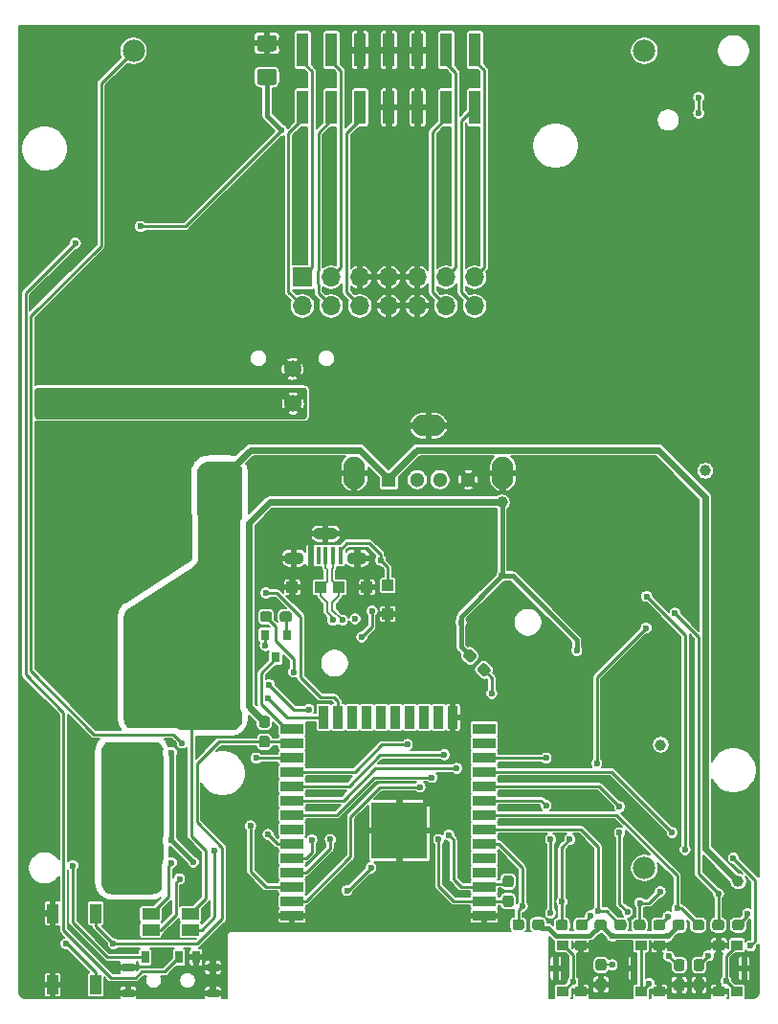
<source format=gbr>
%TF.GenerationSoftware,KiCad,Pcbnew,(5.1.6)-1*%
%TF.CreationDate,2022-05-13T20:51:31+02:00*%
%TF.ProjectId,ZumoComSystem,5a756d6f-436f-46d5-9379-7374656d2e6b,V1.0*%
%TF.SameCoordinates,Original*%
%TF.FileFunction,Copper,L1,Top*%
%TF.FilePolarity,Positive*%
%FSLAX46Y46*%
G04 Gerber Fmt 4.6, Leading zero omitted, Abs format (unit mm)*
G04 Created by KiCad (PCBNEW (5.1.6)-1) date 2022-05-13 20:51:31*
%MOMM*%
%LPD*%
G01*
G04 APERTURE LIST*
%TA.AperFunction,SMDPad,CuDef*%
%ADD10R,0.550000X1.700000*%
%TD*%
%TA.AperFunction,SMDPad,CuDef*%
%ADD11R,1.000000X0.900000*%
%TD*%
%TA.AperFunction,SMDPad,CuDef*%
%ADD12R,1.000000X0.800000*%
%TD*%
%TA.AperFunction,SMDPad,CuDef*%
%ADD13R,0.700000X1.100000*%
%TD*%
%TA.AperFunction,ComponentPad*%
%ADD14R,1.300000X1.300000*%
%TD*%
%TA.AperFunction,ComponentPad*%
%ADD15C,1.300000*%
%TD*%
%TA.AperFunction,ComponentPad*%
%ADD16O,1.900000X2.900000*%
%TD*%
%TA.AperFunction,ComponentPad*%
%ADD17O,2.900000X1.900000*%
%TD*%
%TA.AperFunction,ComponentPad*%
%ADD18O,1.700000X1.700000*%
%TD*%
%TA.AperFunction,ComponentPad*%
%ADD19R,1.700000X1.700000*%
%TD*%
%TA.AperFunction,SMDPad,CuDef*%
%ADD20R,2.000000X0.900000*%
%TD*%
%TA.AperFunction,SMDPad,CuDef*%
%ADD21R,0.900000X2.000000*%
%TD*%
%TA.AperFunction,SMDPad,CuDef*%
%ADD22R,5.000000X5.000000*%
%TD*%
%TA.AperFunction,ComponentPad*%
%ADD23O,2.200000X1.100000*%
%TD*%
%TA.AperFunction,ComponentPad*%
%ADD24O,1.800000X1.100000*%
%TD*%
%TA.AperFunction,SMDPad,CuDef*%
%ADD25R,0.450000X1.500000*%
%TD*%
%TA.AperFunction,SMDPad,CuDef*%
%ADD26R,1.500000X1.000000*%
%TD*%
%TA.AperFunction,SMDPad,CuDef*%
%ADD27R,1.000000X1.700000*%
%TD*%
%TA.AperFunction,ComponentPad*%
%ADD28C,1.980000*%
%TD*%
%TA.AperFunction,SMDPad,CuDef*%
%ADD29R,1.000000X1.000000*%
%TD*%
%TA.AperFunction,SMDPad,CuDef*%
%ADD30R,1.000000X3.000000*%
%TD*%
%TA.AperFunction,SMDPad,CuDef*%
%ADD31R,0.800000X0.900000*%
%TD*%
%TA.AperFunction,ComponentPad*%
%ADD32C,1.530000*%
%TD*%
%TA.AperFunction,ViaPad*%
%ADD33C,0.600000*%
%TD*%
%TA.AperFunction,ViaPad*%
%ADD34C,1.000000*%
%TD*%
%TA.AperFunction,Conductor*%
%ADD35C,0.250000*%
%TD*%
%TA.AperFunction,Conductor*%
%ADD36C,0.400000*%
%TD*%
%TA.AperFunction,Conductor*%
%ADD37C,0.600000*%
%TD*%
%TA.AperFunction,Conductor*%
%ADD38C,0.200000*%
%TD*%
%TA.AperFunction,Conductor*%
%ADD39C,0.254000*%
%TD*%
%TA.AperFunction,Conductor*%
%ADD40C,0.150000*%
%TD*%
G04 APERTURE END LIST*
D10*
%TO.P,SW5,5*%
%TO.N,GND*%
X178425000Y-141600000D03*
D11*
%TO.P,SW5,4*%
%TO.N,Net-(R35-Pad2)*%
X177800000Y-143650000D03*
%TO.P,SW5,3*%
%TO.N,GND*%
X176200000Y-143650000D03*
%TO.P,SW5,2*%
X176200000Y-139550000D03*
%TO.P,SW5,1*%
%TO.N,Net-(R35-Pad2)*%
X177800000Y-139550000D03*
%TD*%
D10*
%TO.P,SW4,5*%
%TO.N,GND*%
X168675000Y-141600000D03*
D11*
%TO.P,SW4,4*%
%TO.N,Net-(R31-Pad2)*%
X169300000Y-139550000D03*
%TO.P,SW4,3*%
%TO.N,GND*%
X170900000Y-139550000D03*
%TO.P,SW4,2*%
X170900000Y-143650000D03*
%TO.P,SW4,1*%
%TO.N,Net-(R31-Pad2)*%
X169300000Y-143650000D03*
%TD*%
%TO.P,SW3,1*%
%TO.N,Net-(R20-Pad2)*%
X162400000Y-143650000D03*
%TO.P,SW3,2*%
%TO.N,GND*%
X164000000Y-143650000D03*
%TO.P,SW3,3*%
X164000000Y-139550000D03*
%TO.P,SW3,4*%
%TO.N,Net-(R20-Pad2)*%
X162400000Y-139550000D03*
D10*
%TO.P,SW3,5*%
%TO.N,GND*%
X161775000Y-141600000D03*
%TD*%
D12*
%TO.P,SW1,G4*%
%TO.N,GND*%
X131425000Y-143800000D03*
%TO.P,SW1,G2*%
X131425000Y-141500000D03*
%TO.P,SW1,G3*%
X123925000Y-143800000D03*
%TO.P,SW1,G1*%
X123925000Y-141500000D03*
D13*
%TO.P,SW1,3*%
X129925000Y-140600000D03*
%TO.P,SW1,2*%
%TO.N,Net-(R1-Pad2)*%
X128425000Y-140600000D03*
%TO.P,SW1,1*%
%TO.N,VBAT_ZCS*%
X125425000Y-140600000D03*
%TD*%
D14*
%TO.P,J1,1*%
%TO.N,+5V*%
X147000000Y-98400000D03*
D15*
%TO.P,J1,2*%
%TO.N,/USB_MAX/D-*%
X149500000Y-98400000D03*
%TO.P,J1,3*%
%TO.N,/USB_MAX/D+*%
X151500000Y-98400000D03*
%TO.P,J1,4*%
%TO.N,GND*%
X154000000Y-98400000D03*
D16*
%TO.P,J1,5*%
X143930000Y-97800000D03*
X157070000Y-97800000D03*
D17*
X150500000Y-93620000D03*
%TD*%
D18*
%TO.P,J5,14*%
%TO.N,Net-(J5-Pad14)*%
X154575000Y-83025000D03*
%TO.P,J5,13*%
%TO.N,Net-(J5-Pad13)*%
X154575000Y-80485000D03*
%TO.P,J5,12*%
%TO.N,Net-(J5-Pad12)*%
X152035000Y-83025000D03*
%TO.P,J5,11*%
%TO.N,Net-(J5-Pad11)*%
X152035000Y-80485000D03*
%TO.P,J5,10*%
%TO.N,GND*%
X149495000Y-83025000D03*
%TO.P,J5,9*%
X149495000Y-80485000D03*
%TO.P,J5,8*%
X146955000Y-83025000D03*
%TO.P,J5,7*%
X146955000Y-80485000D03*
%TO.P,J5,6*%
%TO.N,Net-(J5-Pad6)*%
X144415000Y-83025000D03*
%TO.P,J5,5*%
%TO.N,GND*%
X144415000Y-80485000D03*
%TO.P,J5,4*%
%TO.N,Net-(J5-Pad4)*%
X141875000Y-83025000D03*
%TO.P,J5,3*%
%TO.N,Net-(J5-Pad3)*%
X141875000Y-80485000D03*
%TO.P,J5,2*%
%TO.N,Net-(J5-Pad2)*%
X139335000Y-83025000D03*
D19*
%TO.P,J5,1*%
%TO.N,Net-(J5-Pad1)*%
X139335000Y-80485000D03*
%TD*%
D20*
%TO.P,U6,38*%
%TO.N,GND*%
X138425000Y-136905000D03*
%TO.P,U6,37*%
%TO.N,/ESP/MOSI*%
X138425000Y-135635000D03*
%TO.P,U6,36*%
%TO.N,/ESP/nRGB_LED_G*%
X138425000Y-134365000D03*
%TO.P,U6,35*%
%TO.N,/ESP/RXD*%
X138425000Y-133095000D03*
%TO.P,U6,34*%
%TO.N,/ESP/TXD*%
X138425000Y-131825000D03*
%TO.P,U6,33*%
%TO.N,/ESP/nRGB_LED_B*%
X138425000Y-130555000D03*
%TO.P,U6,32*%
%TO.N,Net-(U6-Pad32)*%
X138425000Y-129285000D03*
%TO.P,U6,31*%
%TO.N,/ESP/MISO*%
X138425000Y-128015000D03*
%TO.P,U6,30*%
%TO.N,/ESP/SCK*%
X138425000Y-126745000D03*
%TO.P,U6,29*%
%TO.N,/ESP/SS*%
X138425000Y-125475000D03*
%TO.P,U6,28*%
%TO.N,/ESP/INT*%
X138425000Y-124205000D03*
%TO.P,U6,27*%
%TO.N,/ESP/nRGB_LED_R*%
X138425000Y-122935000D03*
%TO.P,U6,26*%
%TO.N,/ESP/nRST_SW*%
X138425000Y-121665000D03*
%TO.P,U6,25*%
%TO.N,/ESP/BOOT*%
X138425000Y-120395000D03*
D21*
%TO.P,U6,24*%
%TO.N,/ESP/U_Bat_Meas*%
X141210000Y-119395000D03*
%TO.P,U6,23*%
%TO.N,/ESP/nON_OFF*%
X142480000Y-119395000D03*
%TO.P,U6,22*%
%TO.N,Net-(U6-Pad22)*%
X143750000Y-119395000D03*
%TO.P,U6,21*%
%TO.N,Net-(U6-Pad21)*%
X145020000Y-119395000D03*
%TO.P,U6,20*%
%TO.N,Net-(U6-Pad20)*%
X146290000Y-119395000D03*
%TO.P,U6,19*%
%TO.N,Net-(U6-Pad19)*%
X147560000Y-119395000D03*
%TO.P,U6,18*%
%TO.N,Net-(U6-Pad18)*%
X148830000Y-119395000D03*
%TO.P,U6,17*%
%TO.N,Net-(U6-Pad17)*%
X150100000Y-119395000D03*
%TO.P,U6,16*%
%TO.N,Net-(U6-Pad16)*%
X151370000Y-119395000D03*
%TO.P,U6,15*%
%TO.N,GND*%
X152640000Y-119395000D03*
D20*
%TO.P,U6,14*%
%TO.N,Net-(U6-Pad14)*%
X155425000Y-120395000D03*
%TO.P,U6,13*%
%TO.N,Net-(U6-Pad13)*%
X155425000Y-121665000D03*
%TO.P,U6,12*%
%TO.N,/ESP/nRST*%
X155425000Y-122935000D03*
%TO.P,U6,11*%
%TO.N,/ESP/nBUT_C*%
X155425000Y-124205000D03*
%TO.P,U6,10*%
%TO.N,/ESP/nBUT_B*%
X155425000Y-125475000D03*
%TO.P,U6,9*%
%TO.N,/ESP/nBUT_A*%
X155425000Y-126745000D03*
%TO.P,U6,8*%
%TO.N,/ESP/nLED_C*%
X155425000Y-128015000D03*
%TO.P,U6,7*%
%TO.N,/ESP/nLED_B*%
X155425000Y-129285000D03*
%TO.P,U6,6*%
%TO.N,/ESP/nLED_A*%
X155425000Y-130555000D03*
%TO.P,U6,5*%
%TO.N,Net-(U6-Pad5)*%
X155425000Y-131825000D03*
%TO.P,U6,4*%
%TO.N,Net-(U6-Pad4)*%
X155425000Y-133095000D03*
%TO.P,U6,3*%
%TO.N,/ESP/ESP_EN*%
X155425000Y-134365000D03*
%TO.P,U6,2*%
%TO.N,VDD*%
X155425000Y-135635000D03*
%TO.P,U6,1*%
%TO.N,GND*%
X155425000Y-136905000D03*
D22*
%TO.P,U6,39*%
X147925000Y-129405000D03*
%TD*%
D23*
%TO.P,J3,6*%
%TO.N,GND*%
X141400000Y-103175000D03*
D24*
X138600000Y-105325000D03*
X144200000Y-105325000D03*
D25*
%TO.P,J3,1*%
%TO.N,VBUS*%
X142700000Y-105075000D03*
%TO.P,J3,5*%
%TO.N,GND*%
X140100000Y-105075000D03*
%TO.P,J3,2*%
%TO.N,/ESP/D-*%
X142050000Y-105075000D03*
%TO.P,J3,4*%
%TO.N,Net-(J3-Pad4)*%
X140750000Y-105075000D03*
%TO.P,J3,3*%
%TO.N,/ESP/D+*%
X141400000Y-105075000D03*
%TD*%
%TO.P,D7,2*%
%TO.N,Net-(D7-Pad2)*%
%TA.AperFunction,SMDPad,CuDef*%
G36*
G01*
X163522500Y-137987500D02*
X163522500Y-137512500D01*
G75*
G02*
X163760000Y-137275000I237500J0D01*
G01*
X164335000Y-137275000D01*
G75*
G02*
X164572500Y-137512500I0J-237500D01*
G01*
X164572500Y-137987500D01*
G75*
G02*
X164335000Y-138225000I-237500J0D01*
G01*
X163760000Y-138225000D01*
G75*
G02*
X163522500Y-137987500I0J237500D01*
G01*
G37*
%TD.AperFunction*%
%TO.P,D7,1*%
%TO.N,/IF_Pololu/LED_A*%
%TA.AperFunction,SMDPad,CuDef*%
G36*
G01*
X161772500Y-137987500D02*
X161772500Y-137512500D01*
G75*
G02*
X162010000Y-137275000I237500J0D01*
G01*
X162585000Y-137275000D01*
G75*
G02*
X162822500Y-137512500I0J-237500D01*
G01*
X162822500Y-137987500D01*
G75*
G02*
X162585000Y-138225000I-237500J0D01*
G01*
X162010000Y-138225000D01*
G75*
G02*
X161772500Y-137987500I0J237500D01*
G01*
G37*
%TD.AperFunction*%
%TD*%
%TO.P,D9,2*%
%TO.N,Net-(D9-Pad2)*%
%TA.AperFunction,SMDPad,CuDef*%
G36*
G01*
X177364166Y-137987500D02*
X177364166Y-137512500D01*
G75*
G02*
X177601666Y-137275000I237500J0D01*
G01*
X178176666Y-137275000D01*
G75*
G02*
X178414166Y-137512500I0J-237500D01*
G01*
X178414166Y-137987500D01*
G75*
G02*
X178176666Y-138225000I-237500J0D01*
G01*
X177601666Y-138225000D01*
G75*
G02*
X177364166Y-137987500I0J237500D01*
G01*
G37*
%TD.AperFunction*%
%TO.P,D9,1*%
%TO.N,/IF_Pololu/LED_C*%
%TA.AperFunction,SMDPad,CuDef*%
G36*
G01*
X175614166Y-137987500D02*
X175614166Y-137512500D01*
G75*
G02*
X175851666Y-137275000I237500J0D01*
G01*
X176426666Y-137275000D01*
G75*
G02*
X176664166Y-137512500I0J-237500D01*
G01*
X176664166Y-137987500D01*
G75*
G02*
X176426666Y-138225000I-237500J0D01*
G01*
X175851666Y-138225000D01*
G75*
G02*
X175614166Y-137987500I0J237500D01*
G01*
G37*
%TD.AperFunction*%
%TD*%
%TO.P,D8,2*%
%TO.N,Net-(D8-Pad2)*%
%TA.AperFunction,SMDPad,CuDef*%
G36*
G01*
X170400000Y-137987500D02*
X170400000Y-137512500D01*
G75*
G02*
X170637500Y-137275000I237500J0D01*
G01*
X171212500Y-137275000D01*
G75*
G02*
X171450000Y-137512500I0J-237500D01*
G01*
X171450000Y-137987500D01*
G75*
G02*
X171212500Y-138225000I-237500J0D01*
G01*
X170637500Y-138225000D01*
G75*
G02*
X170400000Y-137987500I0J237500D01*
G01*
G37*
%TD.AperFunction*%
%TO.P,D8,1*%
%TO.N,/IF_Pololu/LED_B*%
%TA.AperFunction,SMDPad,CuDef*%
G36*
G01*
X168650000Y-137987500D02*
X168650000Y-137512500D01*
G75*
G02*
X168887500Y-137275000I237500J0D01*
G01*
X169462500Y-137275000D01*
G75*
G02*
X169700000Y-137512500I0J-237500D01*
G01*
X169700000Y-137987500D01*
G75*
G02*
X169462500Y-138225000I-237500J0D01*
G01*
X168887500Y-138225000D01*
G75*
G02*
X168650000Y-137987500I0J237500D01*
G01*
G37*
%TD.AperFunction*%
%TD*%
D26*
%TO.P,D10,3*%
%TO.N,Net-(D10-Pad3)*%
X129425000Y-138200000D03*
%TO.P,D10,4*%
%TO.N,+5V*%
X129425000Y-136800000D03*
%TO.P,D10,2*%
%TO.N,Net-(D10-Pad2)*%
X125925000Y-138200000D03*
%TO.P,D10,1*%
%TO.N,Net-(D10-Pad1)*%
X125925000Y-136800000D03*
%TD*%
D27*
%TO.P,SW2,2*%
%TO.N,GND*%
X117250000Y-143025000D03*
X117250000Y-136725000D03*
%TO.P,SW2,1*%
%TO.N,/ESP/nRST_SW*%
X121050000Y-143025000D03*
X121050000Y-136725000D03*
%TD*%
D28*
%TO.P,BT1,2*%
%TO.N,Net-(BT1-Pad2)*%
X124400000Y-60490000D03*
%TO.P,BT1,1*%
%TO.N,Net-(BT1-Pad1)*%
X124400000Y-132710000D03*
%TD*%
%TO.P,C5,2*%
%TO.N,GND*%
%TA.AperFunction,SMDPad,CuDef*%
G36*
G01*
X136825000Y-60525000D02*
X135575000Y-60525000D01*
G75*
G02*
X135325000Y-60275000I0J250000D01*
G01*
X135325000Y-59350000D01*
G75*
G02*
X135575000Y-59100000I250000J0D01*
G01*
X136825000Y-59100000D01*
G75*
G02*
X137075000Y-59350000I0J-250000D01*
G01*
X137075000Y-60275000D01*
G75*
G02*
X136825000Y-60525000I-250000J0D01*
G01*
G37*
%TD.AperFunction*%
%TO.P,C5,1*%
%TO.N,+5V*%
%TA.AperFunction,SMDPad,CuDef*%
G36*
G01*
X136825000Y-63500000D02*
X135575000Y-63500000D01*
G75*
G02*
X135325000Y-63250000I0J250000D01*
G01*
X135325000Y-62325000D01*
G75*
G02*
X135575000Y-62075000I250000J0D01*
G01*
X136825000Y-62075000D01*
G75*
G02*
X137075000Y-62325000I0J-250000D01*
G01*
X137075000Y-63250000D01*
G75*
G02*
X136825000Y-63500000I-250000J0D01*
G01*
G37*
%TD.AperFunction*%
%TD*%
%TO.P,R15,2*%
%TO.N,/ESP/ESP_EN*%
%TA.AperFunction,SMDPad,CuDef*%
G36*
G01*
X157787500Y-134425000D02*
X157312500Y-134425000D01*
G75*
G02*
X157075000Y-134187500I0J237500D01*
G01*
X157075000Y-133612500D01*
G75*
G02*
X157312500Y-133375000I237500J0D01*
G01*
X157787500Y-133375000D01*
G75*
G02*
X158025000Y-133612500I0J-237500D01*
G01*
X158025000Y-134187500D01*
G75*
G02*
X157787500Y-134425000I-237500J0D01*
G01*
G37*
%TD.AperFunction*%
%TO.P,R15,1*%
%TO.N,VDD*%
%TA.AperFunction,SMDPad,CuDef*%
G36*
G01*
X157787500Y-136175000D02*
X157312500Y-136175000D01*
G75*
G02*
X157075000Y-135937500I0J237500D01*
G01*
X157075000Y-135362500D01*
G75*
G02*
X157312500Y-135125000I237500J0D01*
G01*
X157787500Y-135125000D01*
G75*
G02*
X158025000Y-135362500I0J-237500D01*
G01*
X158025000Y-135937500D01*
G75*
G02*
X157787500Y-136175000I-237500J0D01*
G01*
G37*
%TD.AperFunction*%
%TD*%
%TO.P,R17,2*%
%TO.N,/ESP/nRST_SW*%
%TA.AperFunction,SMDPad,CuDef*%
G36*
G01*
X135737500Y-121025000D02*
X136212500Y-121025000D01*
G75*
G02*
X136450000Y-121262500I0J-237500D01*
G01*
X136450000Y-121837500D01*
G75*
G02*
X136212500Y-122075000I-237500J0D01*
G01*
X135737500Y-122075000D01*
G75*
G02*
X135500000Y-121837500I0J237500D01*
G01*
X135500000Y-121262500D01*
G75*
G02*
X135737500Y-121025000I237500J0D01*
G01*
G37*
%TD.AperFunction*%
%TO.P,R17,1*%
%TO.N,+3V3*%
%TA.AperFunction,SMDPad,CuDef*%
G36*
G01*
X135737500Y-119275000D02*
X136212500Y-119275000D01*
G75*
G02*
X136450000Y-119512500I0J-237500D01*
G01*
X136450000Y-120087500D01*
G75*
G02*
X136212500Y-120325000I-237500J0D01*
G01*
X135737500Y-120325000D01*
G75*
G02*
X135500000Y-120087500I0J237500D01*
G01*
X135500000Y-119512500D01*
G75*
G02*
X135737500Y-119275000I237500J0D01*
G01*
G37*
%TD.AperFunction*%
%TD*%
%TO.P,R23,2*%
%TO.N,+3V3*%
%TA.AperFunction,SMDPad,CuDef*%
G36*
G01*
X159675000Y-137962500D02*
X159675000Y-137487500D01*
G75*
G02*
X159912500Y-137250000I237500J0D01*
G01*
X160487500Y-137250000D01*
G75*
G02*
X160725000Y-137487500I0J-237500D01*
G01*
X160725000Y-137962500D01*
G75*
G02*
X160487500Y-138200000I-237500J0D01*
G01*
X159912500Y-138200000D01*
G75*
G02*
X159675000Y-137962500I0J237500D01*
G01*
G37*
%TD.AperFunction*%
%TO.P,R23,1*%
%TO.N,/ESP/nLED_A*%
%TA.AperFunction,SMDPad,CuDef*%
G36*
G01*
X157925000Y-137962500D02*
X157925000Y-137487500D01*
G75*
G02*
X158162500Y-137250000I237500J0D01*
G01*
X158737500Y-137250000D01*
G75*
G02*
X158975000Y-137487500I0J-237500D01*
G01*
X158975000Y-137962500D01*
G75*
G02*
X158737500Y-138200000I-237500J0D01*
G01*
X158162500Y-138200000D01*
G75*
G02*
X157925000Y-137962500I0J237500D01*
G01*
G37*
%TD.AperFunction*%
%TD*%
%TO.P,R27,2*%
%TO.N,+3V3*%
%TA.AperFunction,SMDPad,CuDef*%
G36*
G01*
X173150000Y-137512500D02*
X173150000Y-137987500D01*
G75*
G02*
X172912500Y-138225000I-237500J0D01*
G01*
X172337500Y-138225000D01*
G75*
G02*
X172100000Y-137987500I0J237500D01*
G01*
X172100000Y-137512500D01*
G75*
G02*
X172337500Y-137275000I237500J0D01*
G01*
X172912500Y-137275000D01*
G75*
G02*
X173150000Y-137512500I0J-237500D01*
G01*
G37*
%TD.AperFunction*%
%TO.P,R27,1*%
%TO.N,/ESP/nLED_C*%
%TA.AperFunction,SMDPad,CuDef*%
G36*
G01*
X174900000Y-137512500D02*
X174900000Y-137987500D01*
G75*
G02*
X174662500Y-138225000I-237500J0D01*
G01*
X174087500Y-138225000D01*
G75*
G02*
X173850000Y-137987500I0J237500D01*
G01*
X173850000Y-137512500D01*
G75*
G02*
X174087500Y-137275000I237500J0D01*
G01*
X174662500Y-137275000D01*
G75*
G02*
X174900000Y-137512500I0J-237500D01*
G01*
G37*
%TD.AperFunction*%
%TD*%
%TO.P,R25,2*%
%TO.N,+3V3*%
%TA.AperFunction,SMDPad,CuDef*%
G36*
G01*
X166250000Y-137512500D02*
X166250000Y-137987500D01*
G75*
G02*
X166012500Y-138225000I-237500J0D01*
G01*
X165437500Y-138225000D01*
G75*
G02*
X165200000Y-137987500I0J237500D01*
G01*
X165200000Y-137512500D01*
G75*
G02*
X165437500Y-137275000I237500J0D01*
G01*
X166012500Y-137275000D01*
G75*
G02*
X166250000Y-137512500I0J-237500D01*
G01*
G37*
%TD.AperFunction*%
%TO.P,R25,1*%
%TO.N,/ESP/nLED_B*%
%TA.AperFunction,SMDPad,CuDef*%
G36*
G01*
X168000000Y-137512500D02*
X168000000Y-137987500D01*
G75*
G02*
X167762500Y-138225000I-237500J0D01*
G01*
X167187500Y-138225000D01*
G75*
G02*
X166950000Y-137987500I0J237500D01*
G01*
X166950000Y-137512500D01*
G75*
G02*
X167187500Y-137275000I237500J0D01*
G01*
X167762500Y-137275000D01*
G75*
G02*
X168000000Y-137512500I0J-237500D01*
G01*
G37*
%TD.AperFunction*%
%TD*%
D29*
%TO.P,D4,2*%
%TO.N,GND*%
X146900000Y-110250000D03*
%TO.P,D4,1*%
%TO.N,VBUS*%
X146900000Y-107750000D03*
%TD*%
D30*
%TO.P,J7,1*%
%TO.N,Net-(J5-Pad1)*%
X139380000Y-60430000D03*
%TO.P,J7,2*%
%TO.N,Net-(J5-Pad2)*%
X139380000Y-65470000D03*
%TO.P,J7,3*%
%TO.N,Net-(J5-Pad3)*%
X141920000Y-60430000D03*
%TO.P,J7,4*%
%TO.N,Net-(J5-Pad4)*%
X141920000Y-65470000D03*
%TO.P,J7,5*%
%TO.N,GND*%
X144460000Y-60430000D03*
%TO.P,J7,6*%
%TO.N,Net-(J5-Pad6)*%
X144460000Y-65470000D03*
%TO.P,J7,7*%
%TO.N,GND*%
X147000000Y-60430000D03*
%TO.P,J7,8*%
X147000000Y-65470000D03*
%TO.P,J7,9*%
X149540000Y-60430000D03*
%TO.P,J7,10*%
X149540000Y-65470000D03*
%TO.P,J7,11*%
%TO.N,Net-(J5-Pad11)*%
X152080000Y-60430000D03*
%TO.P,J7,12*%
%TO.N,Net-(J5-Pad12)*%
X152080000Y-65470000D03*
%TO.P,J7,13*%
%TO.N,Net-(J5-Pad13)*%
X154620000Y-60430000D03*
%TO.P,J7,14*%
%TO.N,Net-(J5-Pad14)*%
X154620000Y-65470000D03*
%TD*%
D29*
%TO.P,D5,2*%
%TO.N,GND*%
X138450000Y-107900000D03*
%TO.P,D5,1*%
%TO.N,/ESP/D+*%
X140950000Y-107900000D03*
%TD*%
%TO.P,D6,2*%
%TO.N,GND*%
X145050000Y-107900000D03*
%TO.P,D6,1*%
%TO.N,/ESP/D-*%
X142550000Y-107900000D03*
%TD*%
%TO.P,R12,2*%
%TO.N,/ESP/RTS*%
%TA.AperFunction,SMDPad,CuDef*%
G36*
G01*
X136650000Y-110262500D02*
X136650000Y-110737500D01*
G75*
G02*
X136412500Y-110975000I-237500J0D01*
G01*
X135837500Y-110975000D01*
G75*
G02*
X135600000Y-110737500I0J237500D01*
G01*
X135600000Y-110262500D01*
G75*
G02*
X135837500Y-110025000I237500J0D01*
G01*
X136412500Y-110025000D01*
G75*
G02*
X136650000Y-110262500I0J-237500D01*
G01*
G37*
%TD.AperFunction*%
%TO.P,R12,1*%
%TO.N,Net-(Q5-Pad1)*%
%TA.AperFunction,SMDPad,CuDef*%
G36*
G01*
X138400000Y-110262500D02*
X138400000Y-110737500D01*
G75*
G02*
X138162500Y-110975000I-237500J0D01*
G01*
X137587500Y-110975000D01*
G75*
G02*
X137350000Y-110737500I0J237500D01*
G01*
X137350000Y-110262500D01*
G75*
G02*
X137587500Y-110025000I237500J0D01*
G01*
X138162500Y-110025000D01*
G75*
G02*
X138400000Y-110262500I0J-237500D01*
G01*
G37*
%TD.AperFunction*%
%TD*%
D31*
%TO.P,Q5,3*%
%TO.N,/ESP/BOOT*%
X137000000Y-114100000D03*
%TO.P,Q5,2*%
%TO.N,/ESP/DTR*%
X136050000Y-112100000D03*
%TO.P,Q5,1*%
%TO.N,Net-(Q5-Pad1)*%
X137950000Y-112100000D03*
%TD*%
D32*
%TO.P,J2,1*%
%TO.N,VBAT_ZCS*%
X138460000Y-91610000D03*
%TO.P,J2,2*%
%TO.N,GND*%
X138460000Y-88610000D03*
%TD*%
%TO.P,C16,2*%
%TO.N,GND*%
%TA.AperFunction,SMDPad,CuDef*%
G36*
G01*
X165512500Y-142500000D02*
X165987500Y-142500000D01*
G75*
G02*
X166225000Y-142737500I0J-237500D01*
G01*
X166225000Y-143312500D01*
G75*
G02*
X165987500Y-143550000I-237500J0D01*
G01*
X165512500Y-143550000D01*
G75*
G02*
X165275000Y-143312500I0J237500D01*
G01*
X165275000Y-142737500D01*
G75*
G02*
X165512500Y-142500000I237500J0D01*
G01*
G37*
%TD.AperFunction*%
%TO.P,C16,1*%
%TO.N,/ESP/nBUT_A*%
%TA.AperFunction,SMDPad,CuDef*%
G36*
G01*
X165512500Y-140750000D02*
X165987500Y-140750000D01*
G75*
G02*
X166225000Y-140987500I0J-237500D01*
G01*
X166225000Y-141562500D01*
G75*
G02*
X165987500Y-141800000I-237500J0D01*
G01*
X165512500Y-141800000D01*
G75*
G02*
X165275000Y-141562500I0J237500D01*
G01*
X165275000Y-140987500D01*
G75*
G02*
X165512500Y-140750000I237500J0D01*
G01*
G37*
%TD.AperFunction*%
%TD*%
%TO.P,C17,2*%
%TO.N,GND*%
%TA.AperFunction,SMDPad,CuDef*%
G36*
G01*
X172442500Y-142530000D02*
X172917500Y-142530000D01*
G75*
G02*
X173155000Y-142767500I0J-237500D01*
G01*
X173155000Y-143342500D01*
G75*
G02*
X172917500Y-143580000I-237500J0D01*
G01*
X172442500Y-143580000D01*
G75*
G02*
X172205000Y-143342500I0J237500D01*
G01*
X172205000Y-142767500D01*
G75*
G02*
X172442500Y-142530000I237500J0D01*
G01*
G37*
%TD.AperFunction*%
%TO.P,C17,1*%
%TO.N,/ESP/nBUT_B*%
%TA.AperFunction,SMDPad,CuDef*%
G36*
G01*
X172442500Y-140780000D02*
X172917500Y-140780000D01*
G75*
G02*
X173155000Y-141017500I0J-237500D01*
G01*
X173155000Y-141592500D01*
G75*
G02*
X172917500Y-141830000I-237500J0D01*
G01*
X172442500Y-141830000D01*
G75*
G02*
X172205000Y-141592500I0J237500D01*
G01*
X172205000Y-141017500D01*
G75*
G02*
X172442500Y-140780000I237500J0D01*
G01*
G37*
%TD.AperFunction*%
%TD*%
%TO.P,C18,2*%
%TO.N,GND*%
%TA.AperFunction,SMDPad,CuDef*%
G36*
G01*
X174192500Y-142520000D02*
X174667500Y-142520000D01*
G75*
G02*
X174905000Y-142757500I0J-237500D01*
G01*
X174905000Y-143332500D01*
G75*
G02*
X174667500Y-143570000I-237500J0D01*
G01*
X174192500Y-143570000D01*
G75*
G02*
X173955000Y-143332500I0J237500D01*
G01*
X173955000Y-142757500D01*
G75*
G02*
X174192500Y-142520000I237500J0D01*
G01*
G37*
%TD.AperFunction*%
%TO.P,C18,1*%
%TO.N,/ESP/nBUT_C*%
%TA.AperFunction,SMDPad,CuDef*%
G36*
G01*
X174192500Y-140770000D02*
X174667500Y-140770000D01*
G75*
G02*
X174905000Y-141007500I0J-237500D01*
G01*
X174905000Y-141582500D01*
G75*
G02*
X174667500Y-141820000I-237500J0D01*
G01*
X174192500Y-141820000D01*
G75*
G02*
X173955000Y-141582500I0J237500D01*
G01*
X173955000Y-141007500D01*
G75*
G02*
X174192500Y-140770000I237500J0D01*
G01*
G37*
%TD.AperFunction*%
%TD*%
%TO.P,R5,2*%
%TO.N,Net-(R4-Pad1)*%
%TA.AperFunction,SMDPad,CuDef*%
G36*
G01*
X154859549Y-114995425D02*
X155195425Y-114659549D01*
G75*
G02*
X155531301Y-114659549I167938J-167938D01*
G01*
X155937887Y-115066135D01*
G75*
G02*
X155937887Y-115402011I-167938J-167938D01*
G01*
X155602011Y-115737887D01*
G75*
G02*
X155266135Y-115737887I-167938J167938D01*
G01*
X154859549Y-115331301D01*
G75*
G02*
X154859549Y-114995425I167938J167938D01*
G01*
G37*
%TD.AperFunction*%
%TO.P,R5,1*%
%TO.N,+3V3*%
%TA.AperFunction,SMDPad,CuDef*%
G36*
G01*
X153622113Y-113757989D02*
X153957989Y-113422113D01*
G75*
G02*
X154293865Y-113422113I167938J-167938D01*
G01*
X154700451Y-113828699D01*
G75*
G02*
X154700451Y-114164575I-167938J-167938D01*
G01*
X154364575Y-114500451D01*
G75*
G02*
X154028699Y-114500451I-167938J167938D01*
G01*
X153622113Y-114093865D01*
G75*
G02*
X153622113Y-113757989I167938J167938D01*
G01*
G37*
%TD.AperFunction*%
%TD*%
D28*
%TO.P,BT2,2*%
%TO.N,GNDREF*%
X169600000Y-132710000D03*
%TO.P,BT2,1*%
%TO.N,Net-(BT1-Pad2)*%
X169600000Y-60490000D03*
%TD*%
D33*
%TO.N,+3V3*%
X166749999Y-138750001D03*
X171700000Y-138700000D03*
D34*
X175000000Y-97600000D03*
X171040000Y-121830000D03*
D33*
X156980000Y-106880000D03*
D34*
X157000000Y-100400000D03*
D33*
X134600000Y-105000002D03*
X163600000Y-113500000D03*
X153380000Y-110989988D03*
%TO.N,GND*%
X176000000Y-141600000D03*
X171700000Y-65100000D03*
X171700000Y-68000000D03*
X143400000Y-113400000D03*
X143400000Y-115800000D03*
X141000000Y-115800000D03*
X141000000Y-113400000D03*
X159300000Y-109400000D03*
X160900000Y-111000000D03*
X159300000Y-112600000D03*
X140900000Y-121900000D03*
X142600000Y-123100000D03*
X141600000Y-126100000D03*
X142800000Y-128500000D03*
X139300000Y-77800000D03*
X141800000Y-77800000D03*
X141900000Y-68900000D03*
X151900000Y-77200000D03*
X151900000Y-69300000D03*
X151800000Y-73200000D03*
X154300000Y-69200000D03*
X154400000Y-73200000D03*
X154500000Y-77100000D03*
X123700000Y-138600000D03*
X122600000Y-141400000D03*
X122500000Y-143500000D03*
X127600000Y-143400000D03*
X117200000Y-139800000D03*
X160300000Y-134800000D03*
X163200000Y-135000000D03*
X175200000Y-135800000D03*
X173600000Y-138800000D03*
X173500000Y-134700000D03*
X167400000Y-143200000D03*
X165100000Y-129500000D03*
X157700000Y-126100000D03*
X142000000Y-127400000D03*
X121700000Y-118000000D03*
X121600000Y-115400000D03*
X121700000Y-112800000D03*
X121700000Y-110300000D03*
X121700000Y-107700000D03*
X120000000Y-129900000D03*
X117200000Y-134800000D03*
X119750000Y-134250000D03*
X129400000Y-133200000D03*
X120700000Y-125500000D03*
X127000000Y-140600000D03*
X141000000Y-110800000D03*
X139600000Y-117200000D03*
X134700000Y-120600000D03*
X136700000Y-115600000D03*
X172300000Y-86500000D03*
X164000000Y-88700000D03*
X169800000Y-90200000D03*
X115141667Y-58947500D03*
X115141667Y-126947500D03*
X115141667Y-134947500D03*
X118341667Y-62147500D03*
X119941667Y-142947500D03*
X121541667Y-97347500D03*
X121541667Y-105347500D03*
X123941667Y-72547500D03*
X123941667Y-101347500D03*
X127941667Y-74947500D03*
X127941667Y-97347500D03*
X127941667Y-105347500D03*
X131141667Y-139747500D03*
X134341667Y-136547500D03*
X135141667Y-83747500D03*
X135141667Y-96547500D03*
X135141667Y-126947500D03*
X135941667Y-102947500D03*
X138341667Y-86947500D03*
X139141667Y-76547500D03*
X139941667Y-120547500D03*
X140741667Y-136547500D03*
X141541667Y-90147500D03*
X141541667Y-96547500D03*
X143141667Y-84547500D03*
X143941667Y-68547500D03*
X143941667Y-78147500D03*
X144741667Y-93347500D03*
X144741667Y-117347500D03*
X145541667Y-73347500D03*
X145541667Y-134947500D03*
X146341667Y-87747500D03*
X146450000Y-103050000D03*
X147941667Y-110147500D03*
X148741667Y-70147500D03*
X148741667Y-76547500D03*
X150800000Y-113850000D03*
X150341667Y-85347500D03*
X151500000Y-101850000D03*
X152741667Y-89347500D03*
X153541667Y-136547500D03*
X154341667Y-67747500D03*
X154341667Y-74947500D03*
X155141667Y-93347500D03*
X155941667Y-84547500D03*
X156741667Y-78947500D03*
X156741667Y-118947500D03*
X157541667Y-70947500D03*
X158341667Y-88547500D03*
X159141667Y-66147500D03*
X159941667Y-75747500D03*
X159941667Y-82147500D03*
X160110000Y-116000000D03*
X161541667Y-91747500D03*
X162341667Y-86147500D03*
X162341667Y-118147500D03*
X163141667Y-71747500D03*
X163141667Y-78947500D03*
X163941667Y-122947500D03*
X165541667Y-82947500D03*
X166341667Y-90147500D03*
X166341667Y-107747500D03*
X167400000Y-140200000D03*
X168741667Y-86147500D03*
X168741667Y-118147500D03*
X169541667Y-93347500D03*
X169541667Y-99747500D03*
X170341667Y-105347500D03*
X172741667Y-90147500D03*
X173541667Y-58947500D03*
X174341667Y-78147500D03*
X176741667Y-64100000D03*
X176741667Y-98947500D03*
X176741667Y-105347500D03*
X176741667Y-111747500D03*
X176741667Y-118147500D03*
X177541667Y-87747500D03*
X177541667Y-126947500D03*
X179141667Y-66947500D03*
X179141667Y-73347500D03*
X179141667Y-79747500D03*
X179141667Y-92547500D03*
X140200000Y-129200000D03*
X158180000Y-128640000D03*
X140730000Y-124840000D03*
X141400000Y-72330000D03*
X130150000Y-131520000D03*
X127780000Y-121650000D03*
X135420000Y-114030000D03*
X133500000Y-69750000D03*
X133000000Y-67000000D03*
X166250000Y-135750000D03*
X160500000Y-97500000D03*
X138000000Y-98500000D03*
X143500000Y-101250000D03*
X136750000Y-107000000D03*
X136150000Y-125320000D03*
X130650000Y-126390000D03*
X144620000Y-128250000D03*
X144560000Y-130170000D03*
X153630000Y-129990000D03*
X124250000Y-88710000D03*
X129000000Y-88820000D03*
X120130000Y-84300000D03*
X139900000Y-112300000D03*
X144500000Y-109900000D03*
X174000000Y-95000000D03*
X125420000Y-67890000D03*
X170040000Y-125310000D03*
X166400000Y-133900000D03*
X168280000Y-135730000D03*
X152060000Y-132310000D03*
X153580000Y-131750000D03*
X168500000Y-130300000D03*
X123680000Y-136150000D03*
X136020000Y-131830000D03*
X153240000Y-125240000D03*
X154200000Y-102900000D03*
X157700000Y-111000000D03*
X160000000Y-106700000D03*
X163800000Y-101200000D03*
X163400000Y-107100000D03*
X151000000Y-106950000D03*
X144800000Y-121300000D03*
X148000000Y-136600000D03*
X154600000Y-111500000D03*
X159300000Y-131800000D03*
X157000000Y-131800000D03*
X127400000Y-136500000D03*
X130900000Y-136500000D03*
X169600000Y-63400000D03*
X162200000Y-130000000D03*
X159180000Y-127390000D03*
X149310000Y-132520000D03*
X173200000Y-65040000D03*
X177200000Y-66400000D03*
X170200000Y-65100000D03*
X169541667Y-70147500D03*
X162600000Y-141600000D03*
X177600000Y-141600000D03*
X170800000Y-141600000D03*
X164300000Y-141600000D03*
X179300000Y-141600000D03*
X167100000Y-63200000D03*
%TO.N,+5V*%
X124000000Y-118000000D03*
X124000000Y-120000000D03*
X129500000Y-120000000D03*
X129500000Y-118000000D03*
X130500000Y-110500000D03*
X133500000Y-110500000D03*
X132000000Y-111500000D03*
X130500000Y-113000000D03*
X133500000Y-113000000D03*
X132000000Y-114500000D03*
X130500000Y-115500000D03*
X133500000Y-115500000D03*
X124000000Y-115500000D03*
X124000000Y-112750000D03*
X124000000Y-110500000D03*
X130750000Y-97250000D03*
X132000000Y-98500000D03*
X130750000Y-102500000D03*
X132000000Y-101250000D03*
X133250000Y-102500000D03*
X130750000Y-100000000D03*
X133250000Y-100000000D03*
X137500000Y-67500000D03*
X125000000Y-76000000D03*
D34*
X177900000Y-133899998D03*
D33*
X133250000Y-97250000D03*
%TO.N,/ESP/D-*%
X142875000Y-110800000D03*
%TO.N,/ESP/D+*%
X142025000Y-110800000D03*
%TO.N,/ESP/MOSI*%
X149749989Y-125550011D03*
%TO.N,/ESP/MISO*%
X150800000Y-124699996D03*
%TO.N,/ESP/SCK*%
X153000000Y-123900000D03*
%TO.N,/ESP/SS*%
X151900000Y-122700000D03*
%TO.N,/ESP/INT*%
X148620000Y-121800000D03*
%TO.N,VBAT_ZCS*%
X116000000Y-90600000D03*
X116000000Y-92600000D03*
X118000000Y-92600000D03*
X118000000Y-90600000D03*
X117000000Y-91600000D03*
X119025010Y-132497250D03*
%TO.N,/ESP/nLED_A*%
X158800000Y-136100000D03*
%TO.N,/ESP/nLED_C*%
X172500000Y-136250000D03*
%TO.N,/ESP/nLED_B*%
X165500006Y-136499994D03*
%TO.N,/ESP/nRST*%
X160900000Y-123000000D03*
%TO.N,/ESP/nRGB_LED_G*%
X134750004Y-129000000D03*
%TO.N,/ESP/nRGB_LED_B*%
X136300000Y-129750000D03*
%TO.N,/ESP/nRGB_LED_R*%
X135250000Y-123000000D03*
%TO.N,GNDREF*%
X127750000Y-122500004D03*
X129700000Y-132200000D03*
X127749995Y-130249997D03*
%TO.N,/ESP/U_Bat_Meas*%
X136325010Y-117700000D03*
%TO.N,/IF_Pololu/LED_A*%
X169750000Y-111500000D03*
X162299996Y-135700000D03*
X163000000Y-130200000D03*
X165380000Y-123480000D03*
%TO.N,/IF_Pololu/LED_C*%
X172300000Y-110200000D03*
X176150000Y-135000000D03*
%TO.N,/IF_Pololu/LED_B*%
X171000000Y-134800000D03*
X169200000Y-135800000D03*
X169800000Y-108700000D03*
X173200000Y-131100000D03*
%TO.N,Net-(D9-Pad2)*%
X178739990Y-136750000D03*
%TO.N,Net-(BT1-Pad1)*%
X124500000Y-121900000D03*
X126000000Y-121900000D03*
X124500000Y-123400000D03*
X126000000Y-124900000D03*
X124500000Y-124900000D03*
X126000000Y-123400000D03*
%TO.N,Net-(Q2-Pad1)*%
X145400000Y-132700000D03*
X143300000Y-134700000D03*
%TO.N,/ESP/nBUT_A*%
X161300002Y-136700000D03*
X161300005Y-130200000D03*
X166735004Y-141275004D03*
X160900000Y-127200000D03*
%TO.N,/ESP/nON_OFF*%
X136100000Y-108400000D03*
%TO.N,/ESP/nBUT_C*%
X172054997Y-129579999D03*
X175262500Y-140462500D03*
X177470000Y-131840000D03*
X179000000Y-139599992D03*
%TO.N,Net-(BT1-Pad2)*%
X128699990Y-121654675D03*
%TO.N,/ESP/TXD*%
X140174990Y-130225010D03*
%TO.N,/ESP/RXD*%
X141800000Y-130200000D03*
%TO.N,/ESP/RTS*%
X138574990Y-115400000D03*
%TO.N,/ESP/nBUT_B*%
X168100000Y-136600002D03*
X167400000Y-129600000D03*
X171760002Y-140530000D03*
X167400000Y-127300000D03*
%TO.N,/ESP/DTR*%
X136400000Y-116500000D03*
X139900000Y-118700000D03*
X136049995Y-113050005D03*
%TO.N,VBUS*%
X144600000Y-112300000D03*
X145500000Y-110000000D03*
X146249998Y-105499998D03*
%TO.N,VDD*%
X144000000Y-110700000D03*
X151400000Y-130200000D03*
%TO.N,Net-(D10-Pad2)*%
X128463249Y-133674990D03*
%TO.N,Net-(R1-Pad2)*%
X119250000Y-77500000D03*
%TO.N,/ESP/nRST_SW*%
X122617500Y-139392500D03*
X118430000Y-139410000D03*
%TO.N,Net-(D7-Pad2)*%
X164834350Y-136943766D03*
%TO.N,Net-(D8-Pad2)*%
X171700000Y-137000000D03*
%TO.N,Net-(D10-Pad3)*%
X131563943Y-131140992D03*
%TO.N,Net-(D10-Pad1)*%
X127750000Y-132250004D03*
%TO.N,/ESP/ESP_EN*%
X152300000Y-129799999D03*
%TO.N,Net-(R3-Pad1)*%
X174400000Y-66000000D03*
X174400000Y-64600000D03*
%TO.N,Net-(R4-Pad1)*%
X156099998Y-117300000D03*
%TO.N,Net-(R20-Pad2)*%
X163266049Y-142758091D03*
%TO.N,Net-(R31-Pad2)*%
X169996787Y-142904313D03*
%TO.N,Net-(R35-Pad2)*%
X176820361Y-142714691D03*
%TD*%
D35*
%TO.N,Net-(J5-Pad14)*%
X153399999Y-81849999D02*
X154575000Y-83025000D01*
X153399999Y-66690001D02*
X153399999Y-81849999D01*
X154620000Y-65470000D02*
X153399999Y-66690001D01*
%TO.N,Net-(J5-Pad13)*%
X154620000Y-60430000D02*
X154620000Y-61370000D01*
X155445001Y-79614999D02*
X154575000Y-80485000D01*
X155445001Y-62195001D02*
X155445001Y-79614999D01*
X154620000Y-61370000D02*
X155445001Y-62195001D01*
%TO.N,Net-(J5-Pad12)*%
X152080000Y-65470000D02*
X152080000Y-66420000D01*
X150859999Y-81849999D02*
X152035000Y-83025000D01*
X150859999Y-67640001D02*
X150859999Y-81849999D01*
X152080000Y-66420000D02*
X150859999Y-67640001D01*
%TO.N,Net-(J5-Pad11)*%
X152080000Y-60430000D02*
X152080000Y-61580000D01*
X152905001Y-79614999D02*
X152035000Y-80485000D01*
X152905001Y-62405001D02*
X152905001Y-79614999D01*
X152080000Y-61580000D02*
X152905001Y-62405001D01*
%TO.N,Net-(J5-Pad6)*%
X143239999Y-81849999D02*
X143239999Y-67760001D01*
X144415000Y-83025000D02*
X143239999Y-81849999D01*
X144460000Y-66540000D02*
X144460000Y-65470000D01*
X143239999Y-67760001D02*
X144460000Y-66540000D01*
%TO.N,Net-(J5-Pad4)*%
X140750000Y-67750000D02*
X141920000Y-66580000D01*
X140750000Y-79870998D02*
X140750000Y-67750000D01*
X141920000Y-66580000D02*
X141920000Y-65470000D01*
X140750000Y-81900000D02*
X140750000Y-81099002D01*
X140750000Y-81099002D02*
X140699999Y-81049001D01*
X140699999Y-81049001D02*
X140699999Y-79920999D01*
X141875000Y-83025000D02*
X140750000Y-81900000D01*
X140699999Y-79920999D02*
X140750000Y-79870998D01*
%TO.N,Net-(J5-Pad3)*%
X142745001Y-79614999D02*
X142745001Y-62245001D01*
X141875000Y-80485000D02*
X142745001Y-79614999D01*
X141920000Y-61420000D02*
X141920000Y-60430000D01*
X142745001Y-62245001D02*
X141920000Y-61420000D01*
D36*
%TO.N,+3V3*%
X166725001Y-138750001D02*
X166749999Y-138750001D01*
X165725000Y-137750000D02*
X166725001Y-138750001D01*
D37*
X157080000Y-100380006D02*
X136419994Y-100380006D01*
X134600000Y-118425000D02*
X134600000Y-105000002D01*
X136419994Y-100380006D02*
X134600000Y-102200000D01*
X134600000Y-102200000D02*
X134600000Y-105000002D01*
X135975000Y-119800000D02*
X134600000Y-118425000D01*
D36*
X156980000Y-106880000D02*
X157937732Y-106880000D01*
X157937732Y-106880000D02*
X163600000Y-112542268D01*
X163600000Y-112542268D02*
X163600000Y-113500000D01*
X157000000Y-100460006D02*
X157080000Y-100380006D01*
X157080000Y-106880000D02*
X157000000Y-106800000D01*
X157000000Y-106800000D02*
X157000000Y-100460006D01*
X164775001Y-138699999D02*
X165725000Y-137750000D01*
X161765701Y-138699999D02*
X164775001Y-138699999D01*
X160200000Y-137725000D02*
X160474990Y-137999990D01*
X161065692Y-137999990D02*
X161765701Y-138699999D01*
X160474990Y-137999990D02*
X161065692Y-137999990D01*
X171675001Y-138699999D02*
X172625000Y-137750000D01*
X166749999Y-138750001D02*
X166800000Y-138700000D01*
X166800000Y-138700000D02*
X171675001Y-138699999D01*
X156980000Y-106880000D02*
X153380000Y-110480000D01*
X153380000Y-110480000D02*
X153380000Y-110989988D01*
X154161282Y-113961282D02*
X153380000Y-113180000D01*
X153380000Y-113180000D02*
X153380000Y-110989988D01*
%TO.N,+5V*%
X136200000Y-66200000D02*
X136200000Y-62787500D01*
X137500000Y-67500000D02*
X136200000Y-66200000D01*
D35*
X137500000Y-67500000D02*
X129000000Y-76000000D01*
X129000000Y-76000000D02*
X125000000Y-76000000D01*
X129500000Y-120424264D02*
X129500000Y-120000000D01*
X129500000Y-129900000D02*
X129500000Y-120424264D01*
X130800000Y-131200000D02*
X129500000Y-129900000D01*
X129425000Y-136800000D02*
X130800000Y-135425000D01*
X130800000Y-135425000D02*
X130800000Y-131200000D01*
D37*
X147000000Y-98319377D02*
X147000000Y-98400000D01*
X144428122Y-95747499D02*
X147000000Y-98319377D01*
X134752501Y-95747499D02*
X144428122Y-95747499D01*
X133250000Y-97250000D02*
X134752501Y-95747499D01*
X175000000Y-130999998D02*
X177600001Y-133599999D01*
X177600001Y-133599999D02*
X177900000Y-133899998D01*
X147000000Y-98250000D02*
X149500000Y-95750000D01*
X147000000Y-98400000D02*
X147000000Y-98250000D01*
X170839978Y-95750000D02*
X175000000Y-99910022D01*
X149500000Y-95750000D02*
X170839978Y-95750000D01*
X175000000Y-99910022D02*
X175000000Y-130999998D01*
D38*
%TO.N,/ESP/D-*%
X142550000Y-108650001D02*
X142550000Y-107900000D01*
X141975000Y-109225001D02*
X142550000Y-108650001D01*
X142875000Y-110800000D02*
X141975000Y-109900000D01*
X141975000Y-109900000D02*
X141975000Y-109225001D01*
X142050000Y-106200001D02*
X141950000Y-106300001D01*
X142050000Y-105075000D02*
X142050000Y-106200001D01*
X141950000Y-107300000D02*
X142550000Y-107900000D01*
X141950000Y-106300001D02*
X141950000Y-107300000D01*
%TO.N,/ESP/D+*%
X142025000Y-110586397D02*
X141525000Y-110086397D01*
X142025000Y-110800000D02*
X142025000Y-110586397D01*
X141525000Y-110086397D02*
X141525000Y-109225001D01*
X140950000Y-108650001D02*
X140950000Y-107900000D01*
X141525000Y-109225001D02*
X140950000Y-108650001D01*
X141400000Y-105075000D02*
X141400000Y-106200001D01*
X141400000Y-106200001D02*
X141500000Y-106300001D01*
X141500000Y-107350000D02*
X140950000Y-107900000D01*
X141500000Y-106300001D02*
X141500000Y-107350000D01*
D35*
%TO.N,/ESP/MOSI*%
X143600000Y-131710000D02*
X143600000Y-128172499D01*
X146222488Y-125550011D02*
X149749989Y-125550011D01*
X139675000Y-135635000D02*
X143600000Y-131710000D01*
X138425000Y-135635000D02*
X139675000Y-135635000D01*
X143600000Y-128172499D02*
X146222488Y-125550011D01*
%TO.N,/ESP/MISO*%
X145700004Y-124699996D02*
X150800000Y-124699996D01*
X138425000Y-128015000D02*
X138435001Y-128025001D01*
X138435001Y-128025001D02*
X142374999Y-128025001D01*
X142374999Y-128025001D02*
X145700004Y-124699996D01*
%TO.N,/ESP/SCK*%
X145800000Y-123900000D02*
X153000000Y-123900000D01*
X138425000Y-126745000D02*
X142955000Y-126745000D01*
X142955000Y-126745000D02*
X145800000Y-123900000D01*
%TO.N,/ESP/SS*%
X143452179Y-125475000D02*
X146227179Y-122700000D01*
X146227179Y-122700000D02*
X151900000Y-122700000D01*
X138425000Y-125475000D02*
X143452179Y-125475000D01*
%TO.N,/ESP/INT*%
X143970736Y-124205000D02*
X146375736Y-121800000D01*
X138425000Y-124205000D02*
X143970736Y-124205000D01*
X146375736Y-121800000D02*
X148620000Y-121800000D01*
%TO.N,VBAT_ZCS*%
X122100000Y-140600000D02*
X119025010Y-137525010D01*
X125425000Y-140600000D02*
X122100000Y-140600000D01*
X119025010Y-137525010D02*
X119025010Y-132497250D01*
%TO.N,/ESP/nLED_A*%
X158800000Y-132680000D02*
X158800000Y-136100000D01*
X158450000Y-136450000D02*
X158800000Y-136100000D01*
X156675000Y-130555000D02*
X158800000Y-132680000D01*
X155425000Y-130555000D02*
X156675000Y-130555000D01*
X158450000Y-137725000D02*
X158450000Y-136450000D01*
%TO.N,/ESP/nLED_C*%
X172875000Y-136250000D02*
X174375000Y-137750000D01*
X172500000Y-136250000D02*
X172875000Y-136250000D01*
X172500000Y-133400000D02*
X172500000Y-136250000D01*
X155425000Y-128015000D02*
X167115000Y-128015000D01*
X167115000Y-128015000D02*
X172500000Y-133400000D01*
%TO.N,/ESP/nLED_B*%
X167475000Y-137750000D02*
X166224994Y-136499994D01*
X166224994Y-136499994D02*
X165500006Y-136499994D01*
X165500006Y-130825002D02*
X165500006Y-136499994D01*
X155425000Y-129285000D02*
X163960004Y-129285000D01*
X163960004Y-129285000D02*
X165500006Y-130825002D01*
%TO.N,/ESP/nRST*%
X155490000Y-123000000D02*
X155425000Y-122935000D01*
X160900000Y-123000000D02*
X155490000Y-123000000D01*
%TO.N,/ESP/nRGB_LED_G*%
X138425000Y-134365000D02*
X136115000Y-134365000D01*
X136115000Y-134365000D02*
X134750004Y-133000004D01*
X134750004Y-133000004D02*
X134750004Y-129000000D01*
%TO.N,/ESP/nRGB_LED_B*%
X138425000Y-130555000D02*
X137105000Y-130555000D01*
X137105000Y-130555000D02*
X136300000Y-129750000D01*
%TO.N,/ESP/nRGB_LED_R*%
X138360000Y-123000000D02*
X138425000Y-122935000D01*
X135250000Y-123000000D02*
X138360000Y-123000000D01*
D36*
%TO.N,GNDREF*%
X129399999Y-131900001D02*
X127749995Y-130249997D01*
X129700000Y-132200000D02*
X129399999Y-131900001D01*
X127750000Y-122500004D02*
X127750000Y-130249992D01*
X127750000Y-130249992D02*
X127749995Y-130249997D01*
D35*
%TO.N,/ESP/U_Bat_Meas*%
X138020010Y-119395000D02*
X136325010Y-117700000D01*
X141210000Y-119395000D02*
X138020010Y-119395000D01*
%TO.N,/IF_Pololu/LED_A*%
X162297500Y-135702496D02*
X162299996Y-135700000D01*
X162297500Y-137750000D02*
X162297500Y-135702496D01*
X162299996Y-130900004D02*
X163000000Y-130200000D01*
X162299996Y-135700000D02*
X162299996Y-130900004D01*
X169750000Y-111500000D02*
X165380000Y-115870000D01*
X165380000Y-115870000D02*
X165380000Y-123480000D01*
%TO.N,/IF_Pololu/LED_C*%
X172300000Y-110200000D02*
X174374989Y-112274989D01*
X176139166Y-137750000D02*
X176139166Y-135010834D01*
X174374989Y-112274989D02*
X174374989Y-133224989D01*
X176139166Y-135010834D02*
X176150000Y-135000000D01*
X174374989Y-133224989D02*
X176150000Y-135000000D01*
%TO.N,/IF_Pololu/LED_B*%
X170000000Y-135800000D02*
X169200000Y-135800000D01*
X169175000Y-135825000D02*
X169200000Y-135800000D01*
X171000000Y-134800000D02*
X170000000Y-135800000D01*
X169175000Y-137750000D02*
X169175000Y-135825000D01*
X169800000Y-108700000D02*
X173200000Y-112100000D01*
X173200000Y-112100000D02*
X173200000Y-131100000D01*
%TO.N,Net-(D9-Pad2)*%
X178739990Y-136899176D02*
X178739990Y-136750000D01*
X177889166Y-137750000D02*
X178739990Y-136899176D01*
%TO.N,Net-(Q2-Pad1)*%
X145400000Y-132700000D02*
X143400000Y-134700000D01*
X143400000Y-134700000D02*
X143300000Y-134700000D01*
%TO.N,/ESP/nBUT_A*%
X161300002Y-130200003D02*
X161300005Y-130200000D01*
X161300002Y-136700000D02*
X161300002Y-130200003D01*
D38*
X165750000Y-141275000D02*
X166735000Y-141275000D01*
X166735000Y-141275000D02*
X166735004Y-141275004D01*
D35*
X155425000Y-126745000D02*
X160445000Y-126745000D01*
X160445000Y-126745000D02*
X160900000Y-127200000D01*
%TO.N,/ESP/nON_OFF*%
X137095510Y-108400000D02*
X136100000Y-108400000D01*
X142480000Y-117980000D02*
X142100000Y-117600000D01*
X142480000Y-119395000D02*
X142480000Y-117980000D01*
X142100000Y-117600000D02*
X140925002Y-117600000D01*
X139200000Y-110504490D02*
X137095510Y-108400000D01*
X140925002Y-117600000D02*
X139200000Y-115874998D01*
X139200000Y-115874998D02*
X139200000Y-110504490D01*
%TO.N,/ESP/nBUT_C*%
X155425000Y-124205000D02*
X166679998Y-124205000D01*
X166679998Y-124205000D02*
X172054997Y-129579999D01*
X174430000Y-141295000D02*
X175262500Y-140462500D01*
X179399999Y-133769999D02*
X179399999Y-139199993D01*
X179399999Y-139199993D02*
X179000000Y-139599992D01*
X177470000Y-131840000D02*
X179399999Y-133769999D01*
%TO.N,Net-(BT1-Pad2)*%
X127945315Y-120900000D02*
X128699990Y-121654675D01*
X120900000Y-120900000D02*
X127945315Y-120900000D01*
X121520000Y-63370000D02*
X121520000Y-77720000D01*
X124400000Y-60490000D02*
X121520000Y-63370000D01*
X121520000Y-77720000D02*
X115280000Y-83960000D01*
X115280000Y-83960000D02*
X115280000Y-115280000D01*
X115280000Y-115280000D02*
X120900000Y-120900000D01*
%TO.N,/ESP/TXD*%
X138425000Y-131825000D02*
X139675000Y-131825000D01*
X140174990Y-131325010D02*
X140174990Y-130225010D01*
X139675000Y-131825000D02*
X140174990Y-131325010D01*
%TO.N,/ESP/RXD*%
X138425000Y-133095000D02*
X139675000Y-133095000D01*
X139675000Y-133095000D02*
X141800000Y-130970000D01*
X141800000Y-130970000D02*
X141800000Y-130200000D01*
%TO.N,/ESP/RTS*%
X137000000Y-111375000D02*
X137000000Y-112664998D01*
X136125000Y-110500000D02*
X137000000Y-111375000D01*
X137000000Y-112664998D02*
X138574990Y-114239988D01*
X138574990Y-114239988D02*
X138574990Y-115400000D01*
%TO.N,/ESP/nBUT_B*%
X167400000Y-135900002D02*
X167400000Y-129600000D01*
X168100000Y-136600002D02*
X167400000Y-135900002D01*
X172680000Y-141305000D02*
X172535002Y-141305000D01*
X172535002Y-141305000D02*
X171760002Y-140530000D01*
X165575000Y-125475000D02*
X167400000Y-127300000D01*
X155425000Y-125475000D02*
X165575000Y-125475000D01*
%TO.N,/ESP/DTR*%
X136400000Y-116500000D02*
X138600000Y-118700000D01*
X138600000Y-118700000D02*
X139900000Y-118700000D01*
X136050000Y-112100000D02*
X136050000Y-113050000D01*
X136050000Y-113050000D02*
X136049995Y-113050005D01*
%TO.N,VBUS*%
X145500000Y-111400000D02*
X145500000Y-110000000D01*
X144600000Y-112300000D02*
X145500000Y-111400000D01*
X146900000Y-107750000D02*
X146900000Y-106150000D01*
X146900000Y-106150000D02*
X146249998Y-105499998D01*
X143250000Y-104000000D02*
X142700000Y-104550000D01*
X146249998Y-105499998D02*
X146249998Y-104999998D01*
X142700000Y-104550000D02*
X142700000Y-105075000D01*
X145250000Y-104000000D02*
X143250000Y-104000000D01*
X146249998Y-104999998D02*
X145250000Y-104000000D01*
%TO.N,VDD*%
X157535000Y-135635000D02*
X157550000Y-135650000D01*
X155425000Y-135635000D02*
X157535000Y-135635000D01*
X155425000Y-135635000D02*
X152735000Y-135635000D01*
X151400000Y-134300000D02*
X151400000Y-130200000D01*
X152735000Y-135635000D02*
X151400000Y-134300000D01*
%TO.N,Net-(D10-Pad2)*%
X128139997Y-133998242D02*
X128463249Y-133674990D01*
X128139997Y-136860003D02*
X128139997Y-133998242D01*
X125925000Y-138200000D02*
X126800000Y-138200000D01*
X126800000Y-138200000D02*
X128139997Y-136860003D01*
%TO.N,Net-(Q5-Pad1)*%
X137875000Y-112025000D02*
X137950000Y-112100000D01*
X137875000Y-110500000D02*
X137875000Y-112025000D01*
%TO.N,Net-(R1-Pad2)*%
X114830000Y-115630000D02*
X114830000Y-81920000D01*
X118200000Y-119000000D02*
X114830000Y-115630000D01*
X118200000Y-138200000D02*
X118200000Y-119000000D01*
X127150001Y-141874999D02*
X125125001Y-141874999D01*
X124600000Y-142400000D02*
X122400000Y-142400000D01*
X125125001Y-141874999D02*
X124600000Y-142400000D01*
X128425000Y-140600000D02*
X127150001Y-141874999D01*
X114830000Y-81920000D02*
X119250000Y-77500000D01*
X122400000Y-142400000D02*
X118200000Y-138200000D01*
%TO.N,/ESP/BOOT*%
X135700000Y-118204490D02*
X137295510Y-119800000D01*
X137890510Y-120395000D02*
X135700000Y-118204490D01*
X138425000Y-120395000D02*
X137890510Y-120395000D01*
X135700000Y-115500000D02*
X135700000Y-118204490D01*
X137000000Y-114100000D02*
X137000000Y-114200000D01*
X137000000Y-114200000D02*
X135700000Y-115500000D01*
%TO.N,/ESP/nRST_SW*%
X138310000Y-121550000D02*
X138425000Y-121665000D01*
X135975000Y-121550000D02*
X138310000Y-121550000D01*
X121050000Y-137825000D02*
X122617500Y-139392500D01*
X121050000Y-136725000D02*
X121050000Y-137825000D01*
X121050000Y-143025000D02*
X121050000Y-141925000D01*
X118535000Y-139410000D02*
X118430000Y-139410000D01*
X121050000Y-141925000D02*
X118535000Y-139410000D01*
X130000000Y-128652047D02*
X132250000Y-130902047D01*
X130067502Y-139392500D02*
X122617500Y-139392500D01*
X130000000Y-123491998D02*
X130000000Y-128652047D01*
X132250000Y-130902047D02*
X132250000Y-137210002D01*
X132250000Y-137210002D02*
X130067502Y-139392500D01*
X135975000Y-121550000D02*
X131941998Y-121550000D01*
X131941998Y-121550000D02*
X130000000Y-123491998D01*
%TO.N,Net-(D7-Pad2)*%
X164834350Y-136963150D02*
X164834350Y-136943766D01*
X164047500Y-137750000D02*
X164834350Y-136963150D01*
%TO.N,Net-(D8-Pad2)*%
X171675000Y-137000000D02*
X170925000Y-137750000D01*
X171700000Y-137000000D02*
X171675000Y-137000000D01*
%TO.N,Net-(D10-Pad3)*%
X129425000Y-138200000D02*
X130425000Y-138200000D01*
X130425000Y-138200000D02*
X131563943Y-137061057D01*
X131563943Y-137061057D02*
X131563943Y-131140992D01*
%TO.N,Net-(D10-Pad1)*%
X125925000Y-136800000D02*
X127500000Y-135225000D01*
X127500000Y-132500004D02*
X127750000Y-132250004D01*
X127500000Y-135225000D02*
X127500000Y-132500004D01*
%TO.N,Net-(J5-Pad2)*%
X138100000Y-67800000D02*
X139380000Y-66520000D01*
X139380000Y-66520000D02*
X139380000Y-65470000D01*
X139335000Y-83025000D02*
X138100000Y-81790000D01*
X138100000Y-81790000D02*
X138100000Y-67800000D01*
%TO.N,Net-(J5-Pad1)*%
X139380000Y-61469998D02*
X139380000Y-60430000D01*
X140205001Y-62294999D02*
X139380000Y-61469998D01*
X139335000Y-80485000D02*
X139335000Y-80465000D01*
X140205001Y-79594999D02*
X140205001Y-62294999D01*
X139335000Y-80465000D02*
X140205001Y-79594999D01*
%TO.N,/ESP/ESP_EN*%
X152700000Y-130199999D02*
X152300000Y-129799999D01*
X152700000Y-133700000D02*
X152700000Y-130199999D01*
X155425000Y-134365000D02*
X153365000Y-134365000D01*
X153365000Y-134365000D02*
X152700000Y-133700000D01*
X157350000Y-134100000D02*
X157550000Y-133900000D01*
X155425000Y-134365000D02*
X155690000Y-134100000D01*
X155690000Y-134100000D02*
X157350000Y-134100000D01*
%TO.N,Net-(R3-Pad1)*%
X174400000Y-66000000D02*
X174400000Y-64700000D01*
X174400000Y-64700000D02*
X174400000Y-64600000D01*
%TO.N,Net-(R4-Pad1)*%
X156100000Y-117299998D02*
X156099998Y-117300000D01*
X155398718Y-115198718D02*
X156100000Y-115900000D01*
X156100000Y-115900000D02*
X156100000Y-117299998D01*
%TO.N,Net-(R20-Pad2)*%
X162400000Y-143650000D02*
X163266049Y-142783951D01*
X163266049Y-142783951D02*
X163266049Y-142758091D01*
X162450000Y-139550000D02*
X162400000Y-139550000D01*
X163266049Y-142758091D02*
X163266049Y-140366049D01*
X163266049Y-140366049D02*
X162450000Y-139550000D01*
%TO.N,Net-(R31-Pad2)*%
X169996787Y-142953213D02*
X169996787Y-142904313D01*
X169300000Y-143650000D02*
X169996787Y-142953213D01*
X169300000Y-143650000D02*
X169300000Y-139550000D01*
%TO.N,Net-(R35-Pad2)*%
X176864691Y-142714691D02*
X176820361Y-142714691D01*
X177800000Y-143650000D02*
X176864691Y-142714691D01*
X176820361Y-140529639D02*
X177800000Y-139550000D01*
X176820361Y-142714691D02*
X176820361Y-140529639D01*
%TD*%
D39*
%TO.N,Net-(BT1-Pad1)*%
G36*
X126484672Y-121674638D02*
G01*
X126616870Y-121783130D01*
X126725362Y-121915328D01*
X126805978Y-122066150D01*
X126853196Y-122221808D01*
X126850932Y-122227275D01*
X126815000Y-122407915D01*
X126815000Y-122592093D01*
X126850932Y-122772733D01*
X126873000Y-122826010D01*
X126873000Y-129923979D01*
X126850927Y-129977268D01*
X126814995Y-130157908D01*
X126814995Y-130342086D01*
X126850927Y-130522726D01*
X126873000Y-130576015D01*
X126873000Y-131923998D01*
X126850932Y-131977275D01*
X126815000Y-132157915D01*
X126815000Y-132169319D01*
X126794454Y-132207758D01*
X126790411Y-132221087D01*
X126753706Y-132342093D01*
X126750998Y-132351019D01*
X126736324Y-132500004D01*
X126740001Y-132537336D01*
X126740000Y-134457286D01*
X126725362Y-134484672D01*
X126616870Y-134616870D01*
X126484672Y-134725362D01*
X126333850Y-134805978D01*
X126170189Y-134855624D01*
X125993766Y-134873000D01*
X122506234Y-134873000D01*
X122329811Y-134855624D01*
X122166150Y-134805978D01*
X122015328Y-134725362D01*
X121883130Y-134616870D01*
X121774638Y-134484672D01*
X121694022Y-134333850D01*
X121644376Y-134170189D01*
X121627000Y-133993766D01*
X121627000Y-125632307D01*
X121635000Y-125592089D01*
X121635000Y-125407911D01*
X121627000Y-125367693D01*
X121627000Y-122406234D01*
X121644376Y-122229811D01*
X121694022Y-122066150D01*
X121774638Y-121915328D01*
X121883130Y-121783130D01*
X122015328Y-121674638D01*
X122042714Y-121660000D01*
X126457286Y-121660000D01*
X126484672Y-121674638D01*
G37*
X126484672Y-121674638D02*
X126616870Y-121783130D01*
X126725362Y-121915328D01*
X126805978Y-122066150D01*
X126853196Y-122221808D01*
X126850932Y-122227275D01*
X126815000Y-122407915D01*
X126815000Y-122592093D01*
X126850932Y-122772733D01*
X126873000Y-122826010D01*
X126873000Y-129923979D01*
X126850927Y-129977268D01*
X126814995Y-130157908D01*
X126814995Y-130342086D01*
X126850927Y-130522726D01*
X126873000Y-130576015D01*
X126873000Y-131923998D01*
X126850932Y-131977275D01*
X126815000Y-132157915D01*
X126815000Y-132169319D01*
X126794454Y-132207758D01*
X126790411Y-132221087D01*
X126753706Y-132342093D01*
X126750998Y-132351019D01*
X126736324Y-132500004D01*
X126740001Y-132537336D01*
X126740000Y-134457286D01*
X126725362Y-134484672D01*
X126616870Y-134616870D01*
X126484672Y-134725362D01*
X126333850Y-134805978D01*
X126170189Y-134855624D01*
X125993766Y-134873000D01*
X122506234Y-134873000D01*
X122329811Y-134855624D01*
X122166150Y-134805978D01*
X122015328Y-134725362D01*
X121883130Y-134616870D01*
X121774638Y-134484672D01*
X121694022Y-134333850D01*
X121644376Y-134170189D01*
X121627000Y-133993766D01*
X121627000Y-125632307D01*
X121635000Y-125592089D01*
X121635000Y-125407911D01*
X121627000Y-125367693D01*
X121627000Y-122406234D01*
X121644376Y-122229811D01*
X121694022Y-122066150D01*
X121774638Y-121915328D01*
X121883130Y-121783130D01*
X122015328Y-121674638D01*
X122042714Y-121660000D01*
X126457286Y-121660000D01*
X126484672Y-121674638D01*
%TO.N,+5V*%
G36*
X133170189Y-96894376D02*
G01*
X133333850Y-96944022D01*
X133484672Y-97024638D01*
X133616870Y-97133130D01*
X133725362Y-97265328D01*
X133805978Y-97416150D01*
X133855624Y-97579811D01*
X133873000Y-97756234D01*
X133873000Y-101612003D01*
X133818814Y-101678029D01*
X133731993Y-101840461D01*
X133700728Y-101943528D01*
X133678529Y-102016709D01*
X133660476Y-102200000D01*
X133665000Y-102245932D01*
X133665001Y-104907908D01*
X133665000Y-104907913D01*
X133665000Y-105092091D01*
X133665001Y-105092096D01*
X133665000Y-118379068D01*
X133660476Y-118425000D01*
X133665000Y-118470931D01*
X133678529Y-118608291D01*
X133731993Y-118784539D01*
X133818814Y-118946971D01*
X133873000Y-119012997D01*
X133873000Y-119493766D01*
X133855624Y-119670189D01*
X133805978Y-119833850D01*
X133725362Y-119984672D01*
X133616870Y-120116870D01*
X133484672Y-120225362D01*
X133333850Y-120305978D01*
X133170189Y-120355624D01*
X132993766Y-120373000D01*
X128495986Y-120373000D01*
X128485316Y-120359999D01*
X128369591Y-120265026D01*
X128237562Y-120194454D01*
X128094301Y-120150997D01*
X127982648Y-120140000D01*
X127982637Y-120140000D01*
X127945315Y-120136324D01*
X127907993Y-120140000D01*
X123911314Y-120140000D01*
X123883130Y-120116870D01*
X123774638Y-119984672D01*
X123694022Y-119833850D01*
X123644376Y-119670189D01*
X123627000Y-119493766D01*
X123627000Y-110555323D01*
X123645172Y-110374944D01*
X123697061Y-110207925D01*
X123781215Y-110054623D01*
X123894263Y-109921181D01*
X124036695Y-109809001D01*
X129698975Y-106205732D01*
X129709482Y-106198271D01*
X129868564Y-106072693D01*
X129887047Y-106054779D01*
X130017541Y-105899703D01*
X130032033Y-105878431D01*
X130128579Y-105700229D01*
X130138484Y-105676471D01*
X130197116Y-105482463D01*
X130202027Y-105457196D01*
X130220336Y-105255350D01*
X130220847Y-105242474D01*
X130138233Y-97765934D01*
X130153892Y-97588084D01*
X130202400Y-97422848D01*
X130282427Y-97270353D01*
X130390848Y-97136554D01*
X130523440Y-97026662D01*
X130675043Y-96944954D01*
X130839738Y-96894622D01*
X131017395Y-96877000D01*
X132993766Y-96877000D01*
X133170189Y-96894376D01*
G37*
X133170189Y-96894376D02*
X133333850Y-96944022D01*
X133484672Y-97024638D01*
X133616870Y-97133130D01*
X133725362Y-97265328D01*
X133805978Y-97416150D01*
X133855624Y-97579811D01*
X133873000Y-97756234D01*
X133873000Y-101612003D01*
X133818814Y-101678029D01*
X133731993Y-101840461D01*
X133700728Y-101943528D01*
X133678529Y-102016709D01*
X133660476Y-102200000D01*
X133665000Y-102245932D01*
X133665001Y-104907908D01*
X133665000Y-104907913D01*
X133665000Y-105092091D01*
X133665001Y-105092096D01*
X133665000Y-118379068D01*
X133660476Y-118425000D01*
X133665000Y-118470931D01*
X133678529Y-118608291D01*
X133731993Y-118784539D01*
X133818814Y-118946971D01*
X133873000Y-119012997D01*
X133873000Y-119493766D01*
X133855624Y-119670189D01*
X133805978Y-119833850D01*
X133725362Y-119984672D01*
X133616870Y-120116870D01*
X133484672Y-120225362D01*
X133333850Y-120305978D01*
X133170189Y-120355624D01*
X132993766Y-120373000D01*
X128495986Y-120373000D01*
X128485316Y-120359999D01*
X128369591Y-120265026D01*
X128237562Y-120194454D01*
X128094301Y-120150997D01*
X127982648Y-120140000D01*
X127982637Y-120140000D01*
X127945315Y-120136324D01*
X127907993Y-120140000D01*
X123911314Y-120140000D01*
X123883130Y-120116870D01*
X123774638Y-119984672D01*
X123694022Y-119833850D01*
X123644376Y-119670189D01*
X123627000Y-119493766D01*
X123627000Y-110555323D01*
X123645172Y-110374944D01*
X123697061Y-110207925D01*
X123781215Y-110054623D01*
X123894263Y-109921181D01*
X124036695Y-109809001D01*
X129698975Y-106205732D01*
X129709482Y-106198271D01*
X129868564Y-106072693D01*
X129887047Y-106054779D01*
X130017541Y-105899703D01*
X130032033Y-105878431D01*
X130128579Y-105700229D01*
X130138484Y-105676471D01*
X130197116Y-105482463D01*
X130202027Y-105457196D01*
X130220336Y-105255350D01*
X130220847Y-105242474D01*
X130138233Y-97765934D01*
X130153892Y-97588084D01*
X130202400Y-97422848D01*
X130282427Y-97270353D01*
X130390848Y-97136554D01*
X130523440Y-97026662D01*
X130675043Y-96944954D01*
X130839738Y-96894622D01*
X131017395Y-96877000D01*
X132993766Y-96877000D01*
X133170189Y-96894376D01*
D40*
%TO.N,GND*%
G36*
X166191168Y-138887918D02*
G01*
X166197096Y-138917722D01*
X166240441Y-139022366D01*
X166303367Y-139116542D01*
X166383458Y-139196633D01*
X166477634Y-139259559D01*
X166582278Y-139302904D01*
X166693366Y-139325001D01*
X166806632Y-139325001D01*
X166917720Y-139302904D01*
X167022364Y-139259559D01*
X167116540Y-139196633D01*
X167138173Y-139175000D01*
X168523670Y-139174999D01*
X168523670Y-140000000D01*
X168528980Y-140053909D01*
X168544704Y-140105747D01*
X168570240Y-140153521D01*
X168604605Y-140195395D01*
X168646479Y-140229760D01*
X168694253Y-140255296D01*
X168746091Y-140271020D01*
X168800000Y-140276330D01*
X168900001Y-140276330D01*
X168900001Y-140497749D01*
X168854000Y-140543750D01*
X168854000Y-141421000D01*
X168874000Y-141421000D01*
X168874000Y-141779000D01*
X168854000Y-141779000D01*
X168854000Y-142656250D01*
X168900000Y-142702250D01*
X168900000Y-142923670D01*
X168800000Y-142923670D01*
X168746091Y-142928980D01*
X168694253Y-142944704D01*
X168646479Y-142970240D01*
X168604605Y-143004605D01*
X168570240Y-143046479D01*
X168544704Y-143094253D01*
X168528980Y-143146091D01*
X168523670Y-143200000D01*
X168523670Y-144100000D01*
X168528980Y-144153909D01*
X168542961Y-144200000D01*
X164757040Y-144200000D01*
X164771021Y-144153910D01*
X164776331Y-144100000D01*
X164775000Y-143897750D01*
X164706250Y-143829000D01*
X164179000Y-143829000D01*
X164179000Y-143849000D01*
X163821000Y-143849000D01*
X163821000Y-143829000D01*
X163293750Y-143829000D01*
X163225000Y-143897750D01*
X163223669Y-144100000D01*
X163228979Y-144153910D01*
X163242960Y-144200000D01*
X163157039Y-144200000D01*
X163171020Y-144153909D01*
X163176330Y-144100000D01*
X163176330Y-143550000D01*
X164998669Y-143550000D01*
X165003979Y-143603910D01*
X165019703Y-143655747D01*
X165045239Y-143703521D01*
X165079604Y-143745396D01*
X165121479Y-143779761D01*
X165169253Y-143805297D01*
X165221090Y-143821021D01*
X165275000Y-143826331D01*
X165502250Y-143825000D01*
X165571000Y-143756250D01*
X165571000Y-143204000D01*
X165929000Y-143204000D01*
X165929000Y-143756250D01*
X165997750Y-143825000D01*
X166225000Y-143826331D01*
X166278910Y-143821021D01*
X166330747Y-143805297D01*
X166378521Y-143779761D01*
X166420396Y-143745396D01*
X166454761Y-143703521D01*
X166480297Y-143655747D01*
X166496021Y-143603910D01*
X166501331Y-143550000D01*
X166500000Y-143272750D01*
X166431250Y-143204000D01*
X165929000Y-143204000D01*
X165571000Y-143204000D01*
X165068750Y-143204000D01*
X165000000Y-143272750D01*
X164998669Y-143550000D01*
X163176330Y-143550000D01*
X163176330Y-143439356D01*
X163224924Y-143390761D01*
X163225000Y-143402250D01*
X163293750Y-143471000D01*
X163821000Y-143471000D01*
X163821000Y-142993750D01*
X164179000Y-142993750D01*
X164179000Y-143471000D01*
X164706250Y-143471000D01*
X164775000Y-143402250D01*
X164776331Y-143200000D01*
X164771021Y-143146090D01*
X164755297Y-143094253D01*
X164729761Y-143046479D01*
X164695396Y-143004604D01*
X164653521Y-142970239D01*
X164605747Y-142944703D01*
X164553910Y-142928979D01*
X164500000Y-142923669D01*
X164247750Y-142925000D01*
X164179000Y-142993750D01*
X163821000Y-142993750D01*
X163799653Y-142972403D01*
X163818952Y-142925812D01*
X163841049Y-142814724D01*
X163841049Y-142701458D01*
X163818952Y-142590370D01*
X163781520Y-142500000D01*
X164998669Y-142500000D01*
X165000000Y-142777250D01*
X165068750Y-142846000D01*
X165571000Y-142846000D01*
X165571000Y-142293750D01*
X165929000Y-142293750D01*
X165929000Y-142846000D01*
X166431250Y-142846000D01*
X166500000Y-142777250D01*
X166501331Y-142500000D01*
X166496407Y-142450000D01*
X168123669Y-142450000D01*
X168128979Y-142503910D01*
X168144703Y-142555747D01*
X168170239Y-142603521D01*
X168204604Y-142645396D01*
X168246479Y-142679761D01*
X168294253Y-142705297D01*
X168346090Y-142721021D01*
X168400000Y-142726331D01*
X168427250Y-142725000D01*
X168496000Y-142656250D01*
X168496000Y-141779000D01*
X168193750Y-141779000D01*
X168125000Y-141847750D01*
X168123669Y-142450000D01*
X166496407Y-142450000D01*
X166496021Y-142446090D01*
X166480297Y-142394253D01*
X166454761Y-142346479D01*
X166420396Y-142304604D01*
X166378521Y-142270239D01*
X166330747Y-142244703D01*
X166278910Y-142228979D01*
X166225000Y-142223669D01*
X165997750Y-142225000D01*
X165929000Y-142293750D01*
X165571000Y-142293750D01*
X165502250Y-142225000D01*
X165275000Y-142223669D01*
X165221090Y-142228979D01*
X165169253Y-142244703D01*
X165121479Y-142270239D01*
X165079604Y-142304604D01*
X165045239Y-142346479D01*
X165019703Y-142394253D01*
X165003979Y-142446090D01*
X164998669Y-142500000D01*
X163781520Y-142500000D01*
X163775607Y-142485726D01*
X163712681Y-142391550D01*
X163666049Y-142344918D01*
X163666049Y-140987500D01*
X164998670Y-140987500D01*
X164998670Y-141562500D01*
X165008543Y-141662743D01*
X165037783Y-141759134D01*
X165085266Y-141847969D01*
X165149167Y-141925833D01*
X165227031Y-141989734D01*
X165315866Y-142037217D01*
X165412257Y-142066457D01*
X165512500Y-142076330D01*
X165987500Y-142076330D01*
X166087743Y-142066457D01*
X166184134Y-142037217D01*
X166272969Y-141989734D01*
X166350833Y-141925833D01*
X166414734Y-141847969D01*
X166452313Y-141777663D01*
X166462639Y-141784562D01*
X166567283Y-141827907D01*
X166678371Y-141850004D01*
X166791637Y-141850004D01*
X166902725Y-141827907D01*
X167007369Y-141784562D01*
X167101545Y-141721636D01*
X167181636Y-141641545D01*
X167244562Y-141547369D01*
X167287907Y-141442725D01*
X167310004Y-141331637D01*
X167310004Y-141218371D01*
X167287907Y-141107283D01*
X167244562Y-141002639D01*
X167181636Y-140908463D01*
X167101545Y-140828372D01*
X167007369Y-140765446D01*
X166970080Y-140750000D01*
X168123669Y-140750000D01*
X168125000Y-141352250D01*
X168193750Y-141421000D01*
X168496000Y-141421000D01*
X168496000Y-140543750D01*
X168427250Y-140475000D01*
X168400000Y-140473669D01*
X168346090Y-140478979D01*
X168294253Y-140494703D01*
X168246479Y-140520239D01*
X168204604Y-140554604D01*
X168170239Y-140596479D01*
X168144703Y-140644253D01*
X168128979Y-140696090D01*
X168123669Y-140750000D01*
X166970080Y-140750000D01*
X166902725Y-140722101D01*
X166791637Y-140700004D01*
X166678371Y-140700004D01*
X166567283Y-140722101D01*
X166462639Y-140765446D01*
X166452316Y-140772343D01*
X166414734Y-140702031D01*
X166350833Y-140624167D01*
X166272969Y-140560266D01*
X166184134Y-140512783D01*
X166087743Y-140483543D01*
X165987500Y-140473670D01*
X165512500Y-140473670D01*
X165412257Y-140483543D01*
X165315866Y-140512783D01*
X165227031Y-140560266D01*
X165149167Y-140624167D01*
X165085266Y-140702031D01*
X165037783Y-140790866D01*
X165008543Y-140887257D01*
X164998670Y-140987500D01*
X163666049Y-140987500D01*
X163666049Y-140385696D01*
X163667984Y-140366049D01*
X163660261Y-140287635D01*
X163656581Y-140275505D01*
X163752250Y-140275000D01*
X163821000Y-140206250D01*
X163821000Y-139729000D01*
X164179000Y-139729000D01*
X164179000Y-140206250D01*
X164247750Y-140275000D01*
X164500000Y-140276331D01*
X164553910Y-140271021D01*
X164605747Y-140255297D01*
X164653521Y-140229761D01*
X164695396Y-140195396D01*
X164729761Y-140153521D01*
X164755297Y-140105747D01*
X164771021Y-140053910D01*
X164776331Y-140000000D01*
X164775000Y-139797750D01*
X164706250Y-139729000D01*
X164179000Y-139729000D01*
X163821000Y-139729000D01*
X163293750Y-139729000D01*
X163244218Y-139778533D01*
X163176330Y-139710645D01*
X163176330Y-139174999D01*
X163224163Y-139174999D01*
X163225000Y-139302250D01*
X163293750Y-139371000D01*
X163821000Y-139371000D01*
X163821000Y-139351000D01*
X164179000Y-139351000D01*
X164179000Y-139371000D01*
X164706250Y-139371000D01*
X164775000Y-139302250D01*
X164775823Y-139177216D01*
X164798333Y-139174999D01*
X164868117Y-139168126D01*
X164957655Y-139140965D01*
X165040174Y-139096858D01*
X165112502Y-139037500D01*
X165127385Y-139019365D01*
X165645421Y-138501330D01*
X165804580Y-138501330D01*
X166191168Y-138887918D01*
G37*
X166191168Y-138887918D02*
X166197096Y-138917722D01*
X166240441Y-139022366D01*
X166303367Y-139116542D01*
X166383458Y-139196633D01*
X166477634Y-139259559D01*
X166582278Y-139302904D01*
X166693366Y-139325001D01*
X166806632Y-139325001D01*
X166917720Y-139302904D01*
X167022364Y-139259559D01*
X167116540Y-139196633D01*
X167138173Y-139175000D01*
X168523670Y-139174999D01*
X168523670Y-140000000D01*
X168528980Y-140053909D01*
X168544704Y-140105747D01*
X168570240Y-140153521D01*
X168604605Y-140195395D01*
X168646479Y-140229760D01*
X168694253Y-140255296D01*
X168746091Y-140271020D01*
X168800000Y-140276330D01*
X168900001Y-140276330D01*
X168900001Y-140497749D01*
X168854000Y-140543750D01*
X168854000Y-141421000D01*
X168874000Y-141421000D01*
X168874000Y-141779000D01*
X168854000Y-141779000D01*
X168854000Y-142656250D01*
X168900000Y-142702250D01*
X168900000Y-142923670D01*
X168800000Y-142923670D01*
X168746091Y-142928980D01*
X168694253Y-142944704D01*
X168646479Y-142970240D01*
X168604605Y-143004605D01*
X168570240Y-143046479D01*
X168544704Y-143094253D01*
X168528980Y-143146091D01*
X168523670Y-143200000D01*
X168523670Y-144100000D01*
X168528980Y-144153909D01*
X168542961Y-144200000D01*
X164757040Y-144200000D01*
X164771021Y-144153910D01*
X164776331Y-144100000D01*
X164775000Y-143897750D01*
X164706250Y-143829000D01*
X164179000Y-143829000D01*
X164179000Y-143849000D01*
X163821000Y-143849000D01*
X163821000Y-143829000D01*
X163293750Y-143829000D01*
X163225000Y-143897750D01*
X163223669Y-144100000D01*
X163228979Y-144153910D01*
X163242960Y-144200000D01*
X163157039Y-144200000D01*
X163171020Y-144153909D01*
X163176330Y-144100000D01*
X163176330Y-143550000D01*
X164998669Y-143550000D01*
X165003979Y-143603910D01*
X165019703Y-143655747D01*
X165045239Y-143703521D01*
X165079604Y-143745396D01*
X165121479Y-143779761D01*
X165169253Y-143805297D01*
X165221090Y-143821021D01*
X165275000Y-143826331D01*
X165502250Y-143825000D01*
X165571000Y-143756250D01*
X165571000Y-143204000D01*
X165929000Y-143204000D01*
X165929000Y-143756250D01*
X165997750Y-143825000D01*
X166225000Y-143826331D01*
X166278910Y-143821021D01*
X166330747Y-143805297D01*
X166378521Y-143779761D01*
X166420396Y-143745396D01*
X166454761Y-143703521D01*
X166480297Y-143655747D01*
X166496021Y-143603910D01*
X166501331Y-143550000D01*
X166500000Y-143272750D01*
X166431250Y-143204000D01*
X165929000Y-143204000D01*
X165571000Y-143204000D01*
X165068750Y-143204000D01*
X165000000Y-143272750D01*
X164998669Y-143550000D01*
X163176330Y-143550000D01*
X163176330Y-143439356D01*
X163224924Y-143390761D01*
X163225000Y-143402250D01*
X163293750Y-143471000D01*
X163821000Y-143471000D01*
X163821000Y-142993750D01*
X164179000Y-142993750D01*
X164179000Y-143471000D01*
X164706250Y-143471000D01*
X164775000Y-143402250D01*
X164776331Y-143200000D01*
X164771021Y-143146090D01*
X164755297Y-143094253D01*
X164729761Y-143046479D01*
X164695396Y-143004604D01*
X164653521Y-142970239D01*
X164605747Y-142944703D01*
X164553910Y-142928979D01*
X164500000Y-142923669D01*
X164247750Y-142925000D01*
X164179000Y-142993750D01*
X163821000Y-142993750D01*
X163799653Y-142972403D01*
X163818952Y-142925812D01*
X163841049Y-142814724D01*
X163841049Y-142701458D01*
X163818952Y-142590370D01*
X163781520Y-142500000D01*
X164998669Y-142500000D01*
X165000000Y-142777250D01*
X165068750Y-142846000D01*
X165571000Y-142846000D01*
X165571000Y-142293750D01*
X165929000Y-142293750D01*
X165929000Y-142846000D01*
X166431250Y-142846000D01*
X166500000Y-142777250D01*
X166501331Y-142500000D01*
X166496407Y-142450000D01*
X168123669Y-142450000D01*
X168128979Y-142503910D01*
X168144703Y-142555747D01*
X168170239Y-142603521D01*
X168204604Y-142645396D01*
X168246479Y-142679761D01*
X168294253Y-142705297D01*
X168346090Y-142721021D01*
X168400000Y-142726331D01*
X168427250Y-142725000D01*
X168496000Y-142656250D01*
X168496000Y-141779000D01*
X168193750Y-141779000D01*
X168125000Y-141847750D01*
X168123669Y-142450000D01*
X166496407Y-142450000D01*
X166496021Y-142446090D01*
X166480297Y-142394253D01*
X166454761Y-142346479D01*
X166420396Y-142304604D01*
X166378521Y-142270239D01*
X166330747Y-142244703D01*
X166278910Y-142228979D01*
X166225000Y-142223669D01*
X165997750Y-142225000D01*
X165929000Y-142293750D01*
X165571000Y-142293750D01*
X165502250Y-142225000D01*
X165275000Y-142223669D01*
X165221090Y-142228979D01*
X165169253Y-142244703D01*
X165121479Y-142270239D01*
X165079604Y-142304604D01*
X165045239Y-142346479D01*
X165019703Y-142394253D01*
X165003979Y-142446090D01*
X164998669Y-142500000D01*
X163781520Y-142500000D01*
X163775607Y-142485726D01*
X163712681Y-142391550D01*
X163666049Y-142344918D01*
X163666049Y-140987500D01*
X164998670Y-140987500D01*
X164998670Y-141562500D01*
X165008543Y-141662743D01*
X165037783Y-141759134D01*
X165085266Y-141847969D01*
X165149167Y-141925833D01*
X165227031Y-141989734D01*
X165315866Y-142037217D01*
X165412257Y-142066457D01*
X165512500Y-142076330D01*
X165987500Y-142076330D01*
X166087743Y-142066457D01*
X166184134Y-142037217D01*
X166272969Y-141989734D01*
X166350833Y-141925833D01*
X166414734Y-141847969D01*
X166452313Y-141777663D01*
X166462639Y-141784562D01*
X166567283Y-141827907D01*
X166678371Y-141850004D01*
X166791637Y-141850004D01*
X166902725Y-141827907D01*
X167007369Y-141784562D01*
X167101545Y-141721636D01*
X167181636Y-141641545D01*
X167244562Y-141547369D01*
X167287907Y-141442725D01*
X167310004Y-141331637D01*
X167310004Y-141218371D01*
X167287907Y-141107283D01*
X167244562Y-141002639D01*
X167181636Y-140908463D01*
X167101545Y-140828372D01*
X167007369Y-140765446D01*
X166970080Y-140750000D01*
X168123669Y-140750000D01*
X168125000Y-141352250D01*
X168193750Y-141421000D01*
X168496000Y-141421000D01*
X168496000Y-140543750D01*
X168427250Y-140475000D01*
X168400000Y-140473669D01*
X168346090Y-140478979D01*
X168294253Y-140494703D01*
X168246479Y-140520239D01*
X168204604Y-140554604D01*
X168170239Y-140596479D01*
X168144703Y-140644253D01*
X168128979Y-140696090D01*
X168123669Y-140750000D01*
X166970080Y-140750000D01*
X166902725Y-140722101D01*
X166791637Y-140700004D01*
X166678371Y-140700004D01*
X166567283Y-140722101D01*
X166462639Y-140765446D01*
X166452316Y-140772343D01*
X166414734Y-140702031D01*
X166350833Y-140624167D01*
X166272969Y-140560266D01*
X166184134Y-140512783D01*
X166087743Y-140483543D01*
X165987500Y-140473670D01*
X165512500Y-140473670D01*
X165412257Y-140483543D01*
X165315866Y-140512783D01*
X165227031Y-140560266D01*
X165149167Y-140624167D01*
X165085266Y-140702031D01*
X165037783Y-140790866D01*
X165008543Y-140887257D01*
X164998670Y-140987500D01*
X163666049Y-140987500D01*
X163666049Y-140385696D01*
X163667984Y-140366049D01*
X163660261Y-140287635D01*
X163656581Y-140275505D01*
X163752250Y-140275000D01*
X163821000Y-140206250D01*
X163821000Y-139729000D01*
X164179000Y-139729000D01*
X164179000Y-140206250D01*
X164247750Y-140275000D01*
X164500000Y-140276331D01*
X164553910Y-140271021D01*
X164605747Y-140255297D01*
X164653521Y-140229761D01*
X164695396Y-140195396D01*
X164729761Y-140153521D01*
X164755297Y-140105747D01*
X164771021Y-140053910D01*
X164776331Y-140000000D01*
X164775000Y-139797750D01*
X164706250Y-139729000D01*
X164179000Y-139729000D01*
X163821000Y-139729000D01*
X163293750Y-139729000D01*
X163244218Y-139778533D01*
X163176330Y-139710645D01*
X163176330Y-139174999D01*
X163224163Y-139174999D01*
X163225000Y-139302250D01*
X163293750Y-139371000D01*
X163821000Y-139371000D01*
X163821000Y-139351000D01*
X164179000Y-139351000D01*
X164179000Y-139371000D01*
X164706250Y-139371000D01*
X164775000Y-139302250D01*
X164775823Y-139177216D01*
X164798333Y-139174999D01*
X164868117Y-139168126D01*
X164957655Y-139140965D01*
X165040174Y-139096858D01*
X165112502Y-139037500D01*
X165127385Y-139019365D01*
X165645421Y-138501330D01*
X165804580Y-138501330D01*
X166191168Y-138887918D01*
G36*
X179700000Y-143685329D02*
G01*
X179689067Y-143796836D01*
X179660943Y-143889987D01*
X179615262Y-143975899D01*
X179553765Y-144051303D01*
X179478791Y-144113326D01*
X179393202Y-144159605D01*
X179300247Y-144188379D01*
X179189685Y-144200000D01*
X178557039Y-144200000D01*
X178571020Y-144153909D01*
X178576330Y-144100000D01*
X178576330Y-143200000D01*
X178571020Y-143146091D01*
X178555296Y-143094253D01*
X178529760Y-143046479D01*
X178495395Y-143004605D01*
X178453521Y-142970240D01*
X178405747Y-142944704D01*
X178353909Y-142928980D01*
X178300000Y-142923670D01*
X177639355Y-142923670D01*
X177395361Y-142679676D01*
X177395361Y-142658058D01*
X177373264Y-142546970D01*
X177333098Y-142450000D01*
X177873669Y-142450000D01*
X177878979Y-142503910D01*
X177894703Y-142555747D01*
X177920239Y-142603521D01*
X177954604Y-142645396D01*
X177996479Y-142679761D01*
X178044253Y-142705297D01*
X178096090Y-142721021D01*
X178150000Y-142726331D01*
X178177250Y-142725000D01*
X178246000Y-142656250D01*
X178246000Y-141779000D01*
X178604000Y-141779000D01*
X178604000Y-142656250D01*
X178672750Y-142725000D01*
X178700000Y-142726331D01*
X178753910Y-142721021D01*
X178805747Y-142705297D01*
X178853521Y-142679761D01*
X178895396Y-142645396D01*
X178929761Y-142603521D01*
X178955297Y-142555747D01*
X178971021Y-142503910D01*
X178976331Y-142450000D01*
X178975000Y-141847750D01*
X178906250Y-141779000D01*
X178604000Y-141779000D01*
X178246000Y-141779000D01*
X177943750Y-141779000D01*
X177875000Y-141847750D01*
X177873669Y-142450000D01*
X177333098Y-142450000D01*
X177329919Y-142442326D01*
X177266993Y-142348150D01*
X177220361Y-142301518D01*
X177220361Y-140750000D01*
X177873669Y-140750000D01*
X177875000Y-141352250D01*
X177943750Y-141421000D01*
X178246000Y-141421000D01*
X178246000Y-140543750D01*
X178604000Y-140543750D01*
X178604000Y-141421000D01*
X178906250Y-141421000D01*
X178975000Y-141352250D01*
X178976331Y-140750000D01*
X178971021Y-140696090D01*
X178955297Y-140644253D01*
X178929761Y-140596479D01*
X178895396Y-140554604D01*
X178853521Y-140520239D01*
X178805747Y-140494703D01*
X178753910Y-140478979D01*
X178700000Y-140473669D01*
X178672750Y-140475000D01*
X178604000Y-140543750D01*
X178246000Y-140543750D01*
X178177250Y-140475000D01*
X178150000Y-140473669D01*
X178096090Y-140478979D01*
X178044253Y-140494703D01*
X177996479Y-140520239D01*
X177954604Y-140554604D01*
X177920239Y-140596479D01*
X177894703Y-140644253D01*
X177878979Y-140696090D01*
X177873669Y-140750000D01*
X177220361Y-140750000D01*
X177220361Y-140695324D01*
X177639356Y-140276330D01*
X178300000Y-140276330D01*
X178353909Y-140271020D01*
X178405747Y-140255296D01*
X178453521Y-140229760D01*
X178495395Y-140195395D01*
X178529760Y-140153521D01*
X178555296Y-140105747D01*
X178571020Y-140053909D01*
X178576330Y-140000000D01*
X178576330Y-139989495D01*
X178633459Y-140046624D01*
X178727635Y-140109550D01*
X178832279Y-140152895D01*
X178943367Y-140174992D01*
X179056633Y-140174992D01*
X179167721Y-140152895D01*
X179272365Y-140109550D01*
X179366541Y-140046624D01*
X179446632Y-139966533D01*
X179509558Y-139872357D01*
X179552903Y-139767713D01*
X179575000Y-139656625D01*
X179575000Y-139590678D01*
X179668952Y-139496726D01*
X179684210Y-139484204D01*
X179698631Y-139466633D01*
X179700000Y-139464964D01*
X179700000Y-143685329D01*
G37*
X179700000Y-143685329D02*
X179689067Y-143796836D01*
X179660943Y-143889987D01*
X179615262Y-143975899D01*
X179553765Y-144051303D01*
X179478791Y-144113326D01*
X179393202Y-144159605D01*
X179300247Y-144188379D01*
X179189685Y-144200000D01*
X178557039Y-144200000D01*
X178571020Y-144153909D01*
X178576330Y-144100000D01*
X178576330Y-143200000D01*
X178571020Y-143146091D01*
X178555296Y-143094253D01*
X178529760Y-143046479D01*
X178495395Y-143004605D01*
X178453521Y-142970240D01*
X178405747Y-142944704D01*
X178353909Y-142928980D01*
X178300000Y-142923670D01*
X177639355Y-142923670D01*
X177395361Y-142679676D01*
X177395361Y-142658058D01*
X177373264Y-142546970D01*
X177333098Y-142450000D01*
X177873669Y-142450000D01*
X177878979Y-142503910D01*
X177894703Y-142555747D01*
X177920239Y-142603521D01*
X177954604Y-142645396D01*
X177996479Y-142679761D01*
X178044253Y-142705297D01*
X178096090Y-142721021D01*
X178150000Y-142726331D01*
X178177250Y-142725000D01*
X178246000Y-142656250D01*
X178246000Y-141779000D01*
X178604000Y-141779000D01*
X178604000Y-142656250D01*
X178672750Y-142725000D01*
X178700000Y-142726331D01*
X178753910Y-142721021D01*
X178805747Y-142705297D01*
X178853521Y-142679761D01*
X178895396Y-142645396D01*
X178929761Y-142603521D01*
X178955297Y-142555747D01*
X178971021Y-142503910D01*
X178976331Y-142450000D01*
X178975000Y-141847750D01*
X178906250Y-141779000D01*
X178604000Y-141779000D01*
X178246000Y-141779000D01*
X177943750Y-141779000D01*
X177875000Y-141847750D01*
X177873669Y-142450000D01*
X177333098Y-142450000D01*
X177329919Y-142442326D01*
X177266993Y-142348150D01*
X177220361Y-142301518D01*
X177220361Y-140750000D01*
X177873669Y-140750000D01*
X177875000Y-141352250D01*
X177943750Y-141421000D01*
X178246000Y-141421000D01*
X178246000Y-140543750D01*
X178604000Y-140543750D01*
X178604000Y-141421000D01*
X178906250Y-141421000D01*
X178975000Y-141352250D01*
X178976331Y-140750000D01*
X178971021Y-140696090D01*
X178955297Y-140644253D01*
X178929761Y-140596479D01*
X178895396Y-140554604D01*
X178853521Y-140520239D01*
X178805747Y-140494703D01*
X178753910Y-140478979D01*
X178700000Y-140473669D01*
X178672750Y-140475000D01*
X178604000Y-140543750D01*
X178246000Y-140543750D01*
X178177250Y-140475000D01*
X178150000Y-140473669D01*
X178096090Y-140478979D01*
X178044253Y-140494703D01*
X177996479Y-140520239D01*
X177954604Y-140554604D01*
X177920239Y-140596479D01*
X177894703Y-140644253D01*
X177878979Y-140696090D01*
X177873669Y-140750000D01*
X177220361Y-140750000D01*
X177220361Y-140695324D01*
X177639356Y-140276330D01*
X178300000Y-140276330D01*
X178353909Y-140271020D01*
X178405747Y-140255296D01*
X178453521Y-140229760D01*
X178495395Y-140195395D01*
X178529760Y-140153521D01*
X178555296Y-140105747D01*
X178571020Y-140053909D01*
X178576330Y-140000000D01*
X178576330Y-139989495D01*
X178633459Y-140046624D01*
X178727635Y-140109550D01*
X178832279Y-140152895D01*
X178943367Y-140174992D01*
X179056633Y-140174992D01*
X179167721Y-140152895D01*
X179272365Y-140109550D01*
X179366541Y-140046624D01*
X179446632Y-139966533D01*
X179509558Y-139872357D01*
X179552903Y-139767713D01*
X179575000Y-139656625D01*
X179575000Y-139590678D01*
X179668952Y-139496726D01*
X179684210Y-139484204D01*
X179698631Y-139466633D01*
X179700000Y-139464964D01*
X179700000Y-143685329D01*
G36*
X161413321Y-139019370D02*
G01*
X161428200Y-139037500D01*
X161500528Y-139096858D01*
X161583047Y-139140965D01*
X161623670Y-139153288D01*
X161623670Y-140000000D01*
X161628980Y-140053909D01*
X161644704Y-140105747D01*
X161670240Y-140153521D01*
X161704605Y-140195395D01*
X161746479Y-140229760D01*
X161794253Y-140255296D01*
X161846091Y-140271020D01*
X161900000Y-140276330D01*
X162610645Y-140276330D01*
X162866050Y-140531735D01*
X162866049Y-142344918D01*
X162819417Y-142391550D01*
X162756491Y-142485726D01*
X162713146Y-142590370D01*
X162691049Y-142701458D01*
X162691049Y-142793265D01*
X162560644Y-142923670D01*
X161900000Y-142923670D01*
X161846091Y-142928980D01*
X161794253Y-142944704D01*
X161746479Y-142970240D01*
X161704605Y-143004605D01*
X161670240Y-143046479D01*
X161644704Y-143094253D01*
X161628980Y-143146091D01*
X161623670Y-143200000D01*
X161623670Y-144100000D01*
X161628980Y-144153909D01*
X161642961Y-144200000D01*
X161175000Y-144200000D01*
X161175000Y-142450000D01*
X161223669Y-142450000D01*
X161228979Y-142503910D01*
X161244703Y-142555747D01*
X161270239Y-142603521D01*
X161304604Y-142645396D01*
X161346479Y-142679761D01*
X161394253Y-142705297D01*
X161446090Y-142721021D01*
X161500000Y-142726331D01*
X161527250Y-142725000D01*
X161596000Y-142656250D01*
X161596000Y-141779000D01*
X161954000Y-141779000D01*
X161954000Y-142656250D01*
X162022750Y-142725000D01*
X162050000Y-142726331D01*
X162103910Y-142721021D01*
X162155747Y-142705297D01*
X162203521Y-142679761D01*
X162245396Y-142645396D01*
X162279761Y-142603521D01*
X162305297Y-142555747D01*
X162321021Y-142503910D01*
X162326331Y-142450000D01*
X162325000Y-141847750D01*
X162256250Y-141779000D01*
X161954000Y-141779000D01*
X161596000Y-141779000D01*
X161293750Y-141779000D01*
X161225000Y-141847750D01*
X161223669Y-142450000D01*
X161175000Y-142450000D01*
X161175000Y-140750000D01*
X161223669Y-140750000D01*
X161225000Y-141352250D01*
X161293750Y-141421000D01*
X161596000Y-141421000D01*
X161596000Y-140543750D01*
X161954000Y-140543750D01*
X161954000Y-141421000D01*
X162256250Y-141421000D01*
X162325000Y-141352250D01*
X162326331Y-140750000D01*
X162321021Y-140696090D01*
X162305297Y-140644253D01*
X162279761Y-140596479D01*
X162245396Y-140554604D01*
X162203521Y-140520239D01*
X162155747Y-140494703D01*
X162103910Y-140478979D01*
X162050000Y-140473669D01*
X162022750Y-140475000D01*
X161954000Y-140543750D01*
X161596000Y-140543750D01*
X161527250Y-140475000D01*
X161500000Y-140473669D01*
X161446090Y-140478979D01*
X161394253Y-140494703D01*
X161346479Y-140520239D01*
X161304604Y-140554604D01*
X161270239Y-140596479D01*
X161244703Y-140644253D01*
X161228979Y-140696090D01*
X161223669Y-140750000D01*
X161175000Y-140750000D01*
X161175000Y-138781049D01*
X161413321Y-139019370D01*
G37*
X161413321Y-139019370D02*
X161428200Y-139037500D01*
X161500528Y-139096858D01*
X161583047Y-139140965D01*
X161623670Y-139153288D01*
X161623670Y-140000000D01*
X161628980Y-140053909D01*
X161644704Y-140105747D01*
X161670240Y-140153521D01*
X161704605Y-140195395D01*
X161746479Y-140229760D01*
X161794253Y-140255296D01*
X161846091Y-140271020D01*
X161900000Y-140276330D01*
X162610645Y-140276330D01*
X162866050Y-140531735D01*
X162866049Y-142344918D01*
X162819417Y-142391550D01*
X162756491Y-142485726D01*
X162713146Y-142590370D01*
X162691049Y-142701458D01*
X162691049Y-142793265D01*
X162560644Y-142923670D01*
X161900000Y-142923670D01*
X161846091Y-142928980D01*
X161794253Y-142944704D01*
X161746479Y-142970240D01*
X161704605Y-143004605D01*
X161670240Y-143046479D01*
X161644704Y-143094253D01*
X161628980Y-143146091D01*
X161623670Y-143200000D01*
X161623670Y-144100000D01*
X161628980Y-144153909D01*
X161642961Y-144200000D01*
X161175000Y-144200000D01*
X161175000Y-142450000D01*
X161223669Y-142450000D01*
X161228979Y-142503910D01*
X161244703Y-142555747D01*
X161270239Y-142603521D01*
X161304604Y-142645396D01*
X161346479Y-142679761D01*
X161394253Y-142705297D01*
X161446090Y-142721021D01*
X161500000Y-142726331D01*
X161527250Y-142725000D01*
X161596000Y-142656250D01*
X161596000Y-141779000D01*
X161954000Y-141779000D01*
X161954000Y-142656250D01*
X162022750Y-142725000D01*
X162050000Y-142726331D01*
X162103910Y-142721021D01*
X162155747Y-142705297D01*
X162203521Y-142679761D01*
X162245396Y-142645396D01*
X162279761Y-142603521D01*
X162305297Y-142555747D01*
X162321021Y-142503910D01*
X162326331Y-142450000D01*
X162325000Y-141847750D01*
X162256250Y-141779000D01*
X161954000Y-141779000D01*
X161596000Y-141779000D01*
X161293750Y-141779000D01*
X161225000Y-141847750D01*
X161223669Y-142450000D01*
X161175000Y-142450000D01*
X161175000Y-140750000D01*
X161223669Y-140750000D01*
X161225000Y-141352250D01*
X161293750Y-141421000D01*
X161596000Y-141421000D01*
X161596000Y-140543750D01*
X161954000Y-140543750D01*
X161954000Y-141421000D01*
X162256250Y-141421000D01*
X162325000Y-141352250D01*
X162326331Y-140750000D01*
X162321021Y-140696090D01*
X162305297Y-140644253D01*
X162279761Y-140596479D01*
X162245396Y-140554604D01*
X162203521Y-140520239D01*
X162155747Y-140494703D01*
X162103910Y-140478979D01*
X162050000Y-140473669D01*
X162022750Y-140475000D01*
X161954000Y-140543750D01*
X161596000Y-140543750D01*
X161527250Y-140475000D01*
X161500000Y-140473669D01*
X161446090Y-140478979D01*
X161394253Y-140494703D01*
X161346479Y-140520239D01*
X161304604Y-140554604D01*
X161270239Y-140596479D01*
X161244703Y-140644253D01*
X161228979Y-140696090D01*
X161223669Y-140750000D01*
X161175000Y-140750000D01*
X161175000Y-138781049D01*
X161413321Y-139019370D01*
G36*
X179700000Y-133505028D02*
G01*
X179696734Y-133501048D01*
X179696732Y-133501046D01*
X179684210Y-133485788D01*
X179668953Y-133473267D01*
X178045000Y-131849315D01*
X178045000Y-131783367D01*
X178022903Y-131672279D01*
X177979558Y-131567635D01*
X177916632Y-131473459D01*
X177836541Y-131393368D01*
X177742365Y-131330442D01*
X177637721Y-131287097D01*
X177526633Y-131265000D01*
X177413367Y-131265000D01*
X177302279Y-131287097D01*
X177197635Y-131330442D01*
X177103459Y-131393368D01*
X177023368Y-131473459D01*
X176960442Y-131567635D01*
X176917097Y-131672279D01*
X176895000Y-131783367D01*
X176895000Y-131896633D01*
X176917097Y-132007721D01*
X176960442Y-132112365D01*
X177023368Y-132206541D01*
X177103459Y-132286632D01*
X177197635Y-132349558D01*
X177302279Y-132392903D01*
X177413367Y-132415000D01*
X177479315Y-132415000D01*
X178298491Y-133234177D01*
X178267100Y-133213202D01*
X178126059Y-133154781D01*
X177976331Y-133124998D01*
X177938173Y-133124998D01*
X175575000Y-130761826D01*
X175575000Y-124851973D01*
X175653314Y-125041039D01*
X175877661Y-125376799D01*
X176163201Y-125662339D01*
X176498961Y-125886686D01*
X176872037Y-126041220D01*
X177268093Y-126120000D01*
X177671907Y-126120000D01*
X178067963Y-126041220D01*
X178441039Y-125886686D01*
X178776799Y-125662339D01*
X179062339Y-125376799D01*
X179286686Y-125041039D01*
X179441220Y-124667963D01*
X179520000Y-124271907D01*
X179520000Y-123868093D01*
X179441220Y-123472037D01*
X179286686Y-123098961D01*
X179062339Y-122763201D01*
X178776799Y-122477661D01*
X178441039Y-122253314D01*
X178067963Y-122098780D01*
X177671907Y-122020000D01*
X177268093Y-122020000D01*
X176872037Y-122098780D01*
X176498961Y-122253314D01*
X176163201Y-122477661D01*
X175877661Y-122763201D01*
X175653314Y-123098961D01*
X175575000Y-123288027D01*
X175575000Y-99938265D01*
X175577782Y-99910022D01*
X175575000Y-99881776D01*
X175566680Y-99797302D01*
X175533801Y-99688914D01*
X175480408Y-99589024D01*
X175408554Y-99501468D01*
X175386613Y-99483462D01*
X173426820Y-97523669D01*
X174225000Y-97523669D01*
X174225000Y-97676331D01*
X174254783Y-97826059D01*
X174313204Y-97967100D01*
X174398018Y-98094034D01*
X174505966Y-98201982D01*
X174632900Y-98286796D01*
X174773941Y-98345217D01*
X174923669Y-98375000D01*
X175076331Y-98375000D01*
X175226059Y-98345217D01*
X175367100Y-98286796D01*
X175494034Y-98201982D01*
X175601982Y-98094034D01*
X175686796Y-97967100D01*
X175745217Y-97826059D01*
X175775000Y-97676331D01*
X175775000Y-97523669D01*
X175745217Y-97373941D01*
X175686796Y-97232900D01*
X175601982Y-97105966D01*
X175494034Y-96998018D01*
X175367100Y-96913204D01*
X175226059Y-96854783D01*
X175076331Y-96825000D01*
X174923669Y-96825000D01*
X174773941Y-96854783D01*
X174632900Y-96913204D01*
X174505966Y-96998018D01*
X174398018Y-97105966D01*
X174313204Y-97232900D01*
X174254783Y-97373941D01*
X174225000Y-97523669D01*
X173426820Y-97523669D01*
X171266544Y-95363393D01*
X171248532Y-95341446D01*
X171160976Y-95269592D01*
X171061086Y-95216199D01*
X170952698Y-95183320D01*
X170868224Y-95175000D01*
X170868221Y-95175000D01*
X170839978Y-95172218D01*
X170811735Y-95175000D01*
X149528243Y-95175000D01*
X149500000Y-95172218D01*
X149471757Y-95175000D01*
X149471754Y-95175000D01*
X149387280Y-95183320D01*
X149287137Y-95213698D01*
X149278892Y-95216199D01*
X149179001Y-95269592D01*
X149133153Y-95307218D01*
X149091446Y-95341446D01*
X149073439Y-95363388D01*
X146965312Y-97471516D01*
X144854687Y-95360892D01*
X144836676Y-95338945D01*
X144749120Y-95267091D01*
X144649230Y-95213698D01*
X144540842Y-95180819D01*
X144456368Y-95172499D01*
X144456365Y-95172499D01*
X144428122Y-95169717D01*
X144399879Y-95172499D01*
X134780743Y-95172499D01*
X134752500Y-95169717D01*
X134724257Y-95172499D01*
X134724255Y-95172499D01*
X134639781Y-95180819D01*
X134531393Y-95213698D01*
X134431502Y-95267091D01*
X134428455Y-95269592D01*
X134343947Y-95338945D01*
X134325940Y-95360887D01*
X133449632Y-96237196D01*
X133364324Y-96211318D01*
X133252235Y-96189022D01*
X133057145Y-96169807D01*
X133000000Y-96167000D01*
X131011111Y-96167000D01*
X130953567Y-96169847D01*
X130757122Y-96189332D01*
X130644274Y-96211941D01*
X130455485Y-96269637D01*
X130349278Y-96313973D01*
X130175501Y-96407632D01*
X130080076Y-96471966D01*
X129928084Y-96597936D01*
X129847152Y-96679768D01*
X129722868Y-96833143D01*
X129659590Y-96929276D01*
X129567858Y-97104077D01*
X129524699Y-97210764D01*
X129469092Y-97400179D01*
X129447731Y-97513271D01*
X129430418Y-97709919D01*
X129428208Y-97767491D01*
X129510564Y-105220704D01*
X129500295Y-105333914D01*
X129476023Y-105414228D01*
X129436055Y-105487999D01*
X129382029Y-105552202D01*
X129292811Y-105622630D01*
X123650127Y-109213429D01*
X123602400Y-109247281D01*
X123444906Y-109371324D01*
X123360799Y-109452480D01*
X123231213Y-109605444D01*
X123164984Y-109701747D01*
X123068513Y-109877486D01*
X123022824Y-109985060D01*
X122963345Y-110176509D01*
X122940031Y-110291041D01*
X122919936Y-110490508D01*
X122917000Y-110548946D01*
X122917000Y-119500000D01*
X122919807Y-119557145D01*
X122939022Y-119752235D01*
X122961318Y-119864324D01*
X123018223Y-120051917D01*
X123061960Y-120157507D01*
X123154370Y-120330394D01*
X123217865Y-120425421D01*
X123279070Y-120500000D01*
X121065686Y-120500000D01*
X115680000Y-115114315D01*
X115680000Y-93986371D01*
X148831071Y-93986371D01*
X148882003Y-94151741D01*
X149007223Y-94359634D01*
X149170594Y-94539103D01*
X149365839Y-94683252D01*
X149585454Y-94786541D01*
X149821000Y-94845000D01*
X150321000Y-94845000D01*
X150321000Y-93799000D01*
X150679000Y-93799000D01*
X150679000Y-94845000D01*
X151179000Y-94845000D01*
X151414546Y-94786541D01*
X151634161Y-94683252D01*
X151829406Y-94539103D01*
X151992777Y-94359634D01*
X152117997Y-94151741D01*
X152168929Y-93986371D01*
X152142310Y-93799000D01*
X150679000Y-93799000D01*
X150321000Y-93799000D01*
X148857690Y-93799000D01*
X148831071Y-93986371D01*
X115680000Y-93986371D01*
X115680000Y-93231244D01*
X115731545Y-93246880D01*
X115846350Y-93269716D01*
X115900000Y-93275000D01*
X139450000Y-93275000D01*
X139503650Y-93269716D01*
X139584525Y-93253629D01*
X148831071Y-93253629D01*
X148857690Y-93441000D01*
X150321000Y-93441000D01*
X150321000Y-92395000D01*
X150679000Y-92395000D01*
X150679000Y-93441000D01*
X152142310Y-93441000D01*
X152168929Y-93253629D01*
X152117997Y-93088259D01*
X151992777Y-92880366D01*
X151829406Y-92700897D01*
X151634161Y-92556748D01*
X151414546Y-92453459D01*
X151179000Y-92395000D01*
X150679000Y-92395000D01*
X150321000Y-92395000D01*
X149821000Y-92395000D01*
X149585454Y-92453459D01*
X149365839Y-92556748D01*
X149170594Y-92700897D01*
X149007223Y-92880366D01*
X148882003Y-93088259D01*
X148831071Y-93253629D01*
X139584525Y-93253629D01*
X139618455Y-93246880D01*
X139670043Y-93231231D01*
X139717587Y-93205818D01*
X139814914Y-93140786D01*
X139856586Y-93106587D01*
X139890786Y-93064914D01*
X139955818Y-92967587D01*
X139981231Y-92920043D01*
X139996880Y-92868455D01*
X140019716Y-92753650D01*
X140025000Y-92700000D01*
X140025000Y-90550000D01*
X140019716Y-90496350D01*
X139996880Y-90381545D01*
X139981231Y-90329957D01*
X139955818Y-90282413D01*
X139890786Y-90185086D01*
X139856587Y-90143414D01*
X139814914Y-90109214D01*
X139717587Y-90044182D01*
X139670043Y-90018769D01*
X139618455Y-90003120D01*
X139503650Y-89980284D01*
X139450000Y-89975000D01*
X115900000Y-89975000D01*
X115846350Y-89980284D01*
X115731545Y-90003120D01*
X115680000Y-90018756D01*
X115680000Y-89415205D01*
X137907939Y-89415205D01*
X137999637Y-89548167D01*
X138191511Y-89619953D01*
X138393702Y-89652927D01*
X138598442Y-89645821D01*
X138797861Y-89598909D01*
X138920363Y-89548167D01*
X139012061Y-89415205D01*
X138460000Y-88863144D01*
X137907939Y-89415205D01*
X115680000Y-89415205D01*
X115680000Y-88543702D01*
X137417073Y-88543702D01*
X137424179Y-88748442D01*
X137471091Y-88947861D01*
X137521833Y-89070363D01*
X137654795Y-89162061D01*
X138206856Y-88610000D01*
X138713144Y-88610000D01*
X139265205Y-89162061D01*
X139398167Y-89070363D01*
X139469953Y-88878489D01*
X139502927Y-88676298D01*
X139495821Y-88471558D01*
X139448909Y-88272139D01*
X139398167Y-88149637D01*
X139265205Y-88057939D01*
X138713144Y-88610000D01*
X138206856Y-88610000D01*
X137654795Y-88057939D01*
X137521833Y-88149637D01*
X137450047Y-88341511D01*
X137417073Y-88543702D01*
X115680000Y-88543702D01*
X115680000Y-87592684D01*
X134675000Y-87592684D01*
X134675000Y-87747316D01*
X134705167Y-87898976D01*
X134764342Y-88041837D01*
X134850251Y-88170408D01*
X134959592Y-88279749D01*
X135088163Y-88365658D01*
X135231024Y-88424833D01*
X135382684Y-88455000D01*
X135537316Y-88455000D01*
X135688976Y-88424833D01*
X135831837Y-88365658D01*
X135960408Y-88279749D01*
X136069749Y-88170408D01*
X136155658Y-88041837D01*
X136214833Y-87898976D01*
X136233566Y-87804795D01*
X137907939Y-87804795D01*
X138460000Y-88356856D01*
X139012061Y-87804795D01*
X138920363Y-87671833D01*
X138728489Y-87600047D01*
X138683341Y-87592684D01*
X140675000Y-87592684D01*
X140675000Y-87747316D01*
X140705167Y-87898976D01*
X140764342Y-88041837D01*
X140850251Y-88170408D01*
X140959592Y-88279749D01*
X141088163Y-88365658D01*
X141231024Y-88424833D01*
X141382684Y-88455000D01*
X141537316Y-88455000D01*
X141688976Y-88424833D01*
X141831837Y-88365658D01*
X141960408Y-88279749D01*
X142069749Y-88170408D01*
X142155658Y-88041837D01*
X142214833Y-87898976D01*
X142245000Y-87747316D01*
X142245000Y-87592684D01*
X142214833Y-87441024D01*
X142155658Y-87298163D01*
X142069749Y-87169592D01*
X141960408Y-87060251D01*
X141831837Y-86974342D01*
X141688976Y-86915167D01*
X141537316Y-86885000D01*
X141382684Y-86885000D01*
X141231024Y-86915167D01*
X141088163Y-86974342D01*
X140959592Y-87060251D01*
X140850251Y-87169592D01*
X140764342Y-87298163D01*
X140705167Y-87441024D01*
X140675000Y-87592684D01*
X138683341Y-87592684D01*
X138526298Y-87567073D01*
X138321558Y-87574179D01*
X138122139Y-87621091D01*
X137999637Y-87671833D01*
X137907939Y-87804795D01*
X136233566Y-87804795D01*
X136245000Y-87747316D01*
X136245000Y-87592684D01*
X136214833Y-87441024D01*
X136155658Y-87298163D01*
X136069749Y-87169592D01*
X135960408Y-87060251D01*
X135831837Y-86974342D01*
X135688976Y-86915167D01*
X135537316Y-86885000D01*
X135382684Y-86885000D01*
X135231024Y-86915167D01*
X135088163Y-86974342D01*
X134959592Y-87060251D01*
X134850251Y-87169592D01*
X134764342Y-87298163D01*
X134705167Y-87441024D01*
X134675000Y-87592684D01*
X115680000Y-87592684D01*
X115680000Y-84125685D01*
X121788948Y-78016737D01*
X121804211Y-78004211D01*
X121854197Y-77943303D01*
X121891340Y-77873814D01*
X121914212Y-77798414D01*
X121920000Y-77739647D01*
X121921935Y-77720000D01*
X121920000Y-77700353D01*
X121920000Y-75943367D01*
X124425000Y-75943367D01*
X124425000Y-76056633D01*
X124447097Y-76167721D01*
X124490442Y-76272365D01*
X124553368Y-76366541D01*
X124633459Y-76446632D01*
X124727635Y-76509558D01*
X124832279Y-76552903D01*
X124943367Y-76575000D01*
X125056633Y-76575000D01*
X125167721Y-76552903D01*
X125272365Y-76509558D01*
X125366541Y-76446632D01*
X125413173Y-76400000D01*
X128980354Y-76400000D01*
X129000000Y-76401935D01*
X129019646Y-76400000D01*
X129019647Y-76400000D01*
X129078414Y-76394212D01*
X129153814Y-76371340D01*
X129223303Y-76334197D01*
X129284211Y-76284211D01*
X129296737Y-76268948D01*
X137490686Y-68075000D01*
X137556633Y-68075000D01*
X137667721Y-68052903D01*
X137700001Y-68039532D01*
X137700000Y-81770354D01*
X137698065Y-81790000D01*
X137700000Y-81809646D01*
X137705788Y-81868413D01*
X137728660Y-81943813D01*
X137765803Y-82013302D01*
X137815789Y-82074211D01*
X137831052Y-82086737D01*
X138308277Y-82563962D01*
X138253233Y-82696850D01*
X138210000Y-82914197D01*
X138210000Y-83135803D01*
X138253233Y-83353150D01*
X138338038Y-83557887D01*
X138461156Y-83742145D01*
X138617855Y-83898844D01*
X138802113Y-84021962D01*
X139006850Y-84106767D01*
X139224197Y-84150000D01*
X139445803Y-84150000D01*
X139663150Y-84106767D01*
X139867887Y-84021962D01*
X140052145Y-83898844D01*
X140208844Y-83742145D01*
X140331962Y-83557887D01*
X140416767Y-83353150D01*
X140460000Y-83135803D01*
X140460000Y-82914197D01*
X140416767Y-82696850D01*
X140331962Y-82492113D01*
X140208844Y-82307855D01*
X140052145Y-82151156D01*
X139867887Y-82028038D01*
X139663150Y-81943233D01*
X139445803Y-81900000D01*
X139224197Y-81900000D01*
X139006850Y-81943233D01*
X138873962Y-81998277D01*
X138500000Y-81624315D01*
X138500000Y-81611330D01*
X140185000Y-81611330D01*
X140238909Y-81606020D01*
X140290747Y-81590296D01*
X140338521Y-81564760D01*
X140350000Y-81555339D01*
X140350000Y-81880353D01*
X140348065Y-81900000D01*
X140350000Y-81919646D01*
X140355788Y-81978413D01*
X140378660Y-82053813D01*
X140415803Y-82123302D01*
X140465789Y-82184211D01*
X140481052Y-82196737D01*
X140848277Y-82563962D01*
X140793233Y-82696850D01*
X140750000Y-82914197D01*
X140750000Y-83135803D01*
X140793233Y-83353150D01*
X140878038Y-83557887D01*
X141001156Y-83742145D01*
X141157855Y-83898844D01*
X141342113Y-84021962D01*
X141546850Y-84106767D01*
X141764197Y-84150000D01*
X141985803Y-84150000D01*
X142203150Y-84106767D01*
X142407887Y-84021962D01*
X142592145Y-83898844D01*
X142748844Y-83742145D01*
X142871962Y-83557887D01*
X142956767Y-83353150D01*
X143000000Y-83135803D01*
X143000000Y-82914197D01*
X142956767Y-82696850D01*
X142871962Y-82492113D01*
X142748844Y-82307855D01*
X142592145Y-82151156D01*
X142407887Y-82028038D01*
X142203150Y-81943233D01*
X141985803Y-81900000D01*
X141764197Y-81900000D01*
X141546850Y-81943233D01*
X141413962Y-81998277D01*
X141150000Y-81734315D01*
X141150000Y-81350989D01*
X141157855Y-81358844D01*
X141342113Y-81481962D01*
X141546850Y-81566767D01*
X141764197Y-81610000D01*
X141985803Y-81610000D01*
X142203150Y-81566767D01*
X142407887Y-81481962D01*
X142592145Y-81358844D01*
X142748844Y-81202145D01*
X142839999Y-81065723D01*
X142839999Y-81830353D01*
X142838064Y-81849999D01*
X142839999Y-81869645D01*
X142845787Y-81928412D01*
X142868659Y-82003812D01*
X142905802Y-82073301D01*
X142955788Y-82134210D01*
X142971051Y-82146736D01*
X143388277Y-82563962D01*
X143333233Y-82696850D01*
X143290000Y-82914197D01*
X143290000Y-83135803D01*
X143333233Y-83353150D01*
X143418038Y-83557887D01*
X143541156Y-83742145D01*
X143697855Y-83898844D01*
X143882113Y-84021962D01*
X144086850Y-84106767D01*
X144304197Y-84150000D01*
X144525803Y-84150000D01*
X144743150Y-84106767D01*
X144947887Y-84021962D01*
X145132145Y-83898844D01*
X145288844Y-83742145D01*
X145411962Y-83557887D01*
X145487491Y-83375544D01*
X145885999Y-83375544D01*
X145974927Y-83577360D01*
X146101519Y-83757949D01*
X146260910Y-83910371D01*
X146446974Y-84028769D01*
X146604457Y-84093992D01*
X146776000Y-84065972D01*
X146776000Y-83204000D01*
X147134000Y-83204000D01*
X147134000Y-84065972D01*
X147305543Y-84093992D01*
X147463026Y-84028769D01*
X147649090Y-83910371D01*
X147808481Y-83757949D01*
X147935073Y-83577360D01*
X148024001Y-83375544D01*
X148425999Y-83375544D01*
X148514927Y-83577360D01*
X148641519Y-83757949D01*
X148800910Y-83910371D01*
X148986974Y-84028769D01*
X149144457Y-84093992D01*
X149316000Y-84065972D01*
X149316000Y-83204000D01*
X149674000Y-83204000D01*
X149674000Y-84065972D01*
X149845543Y-84093992D01*
X150003026Y-84028769D01*
X150189090Y-83910371D01*
X150348481Y-83757949D01*
X150475073Y-83577360D01*
X150564001Y-83375544D01*
X150536927Y-83204000D01*
X149674000Y-83204000D01*
X149316000Y-83204000D01*
X148453073Y-83204000D01*
X148425999Y-83375544D01*
X148024001Y-83375544D01*
X147996927Y-83204000D01*
X147134000Y-83204000D01*
X146776000Y-83204000D01*
X145913073Y-83204000D01*
X145885999Y-83375544D01*
X145487491Y-83375544D01*
X145496767Y-83353150D01*
X145540000Y-83135803D01*
X145540000Y-82914197D01*
X145496767Y-82696850D01*
X145487492Y-82674456D01*
X145885999Y-82674456D01*
X145913073Y-82846000D01*
X146776000Y-82846000D01*
X146776000Y-81984028D01*
X147134000Y-81984028D01*
X147134000Y-82846000D01*
X147996927Y-82846000D01*
X148024001Y-82674456D01*
X148425999Y-82674456D01*
X148453073Y-82846000D01*
X149316000Y-82846000D01*
X149316000Y-81984028D01*
X149674000Y-81984028D01*
X149674000Y-82846000D01*
X150536927Y-82846000D01*
X150564001Y-82674456D01*
X150475073Y-82472640D01*
X150348481Y-82292051D01*
X150189090Y-82139629D01*
X150003026Y-82021231D01*
X149845543Y-81956008D01*
X149674000Y-81984028D01*
X149316000Y-81984028D01*
X149144457Y-81956008D01*
X148986974Y-82021231D01*
X148800910Y-82139629D01*
X148641519Y-82292051D01*
X148514927Y-82472640D01*
X148425999Y-82674456D01*
X148024001Y-82674456D01*
X147935073Y-82472640D01*
X147808481Y-82292051D01*
X147649090Y-82139629D01*
X147463026Y-82021231D01*
X147305543Y-81956008D01*
X147134000Y-81984028D01*
X146776000Y-81984028D01*
X146604457Y-81956008D01*
X146446974Y-82021231D01*
X146260910Y-82139629D01*
X146101519Y-82292051D01*
X145974927Y-82472640D01*
X145885999Y-82674456D01*
X145487492Y-82674456D01*
X145411962Y-82492113D01*
X145288844Y-82307855D01*
X145132145Y-82151156D01*
X144947887Y-82028038D01*
X144743150Y-81943233D01*
X144525803Y-81900000D01*
X144304197Y-81900000D01*
X144086850Y-81943233D01*
X143953962Y-81998277D01*
X143639999Y-81684314D01*
X143639999Y-81292998D01*
X143720910Y-81370371D01*
X143906974Y-81488769D01*
X144064457Y-81553992D01*
X144236000Y-81525972D01*
X144236000Y-80664000D01*
X144594000Y-80664000D01*
X144594000Y-81525972D01*
X144765543Y-81553992D01*
X144923026Y-81488769D01*
X145109090Y-81370371D01*
X145268481Y-81217949D01*
X145395073Y-81037360D01*
X145484001Y-80835544D01*
X145885999Y-80835544D01*
X145974927Y-81037360D01*
X146101519Y-81217949D01*
X146260910Y-81370371D01*
X146446974Y-81488769D01*
X146604457Y-81553992D01*
X146776000Y-81525972D01*
X146776000Y-80664000D01*
X147134000Y-80664000D01*
X147134000Y-81525972D01*
X147305543Y-81553992D01*
X147463026Y-81488769D01*
X147649090Y-81370371D01*
X147808481Y-81217949D01*
X147935073Y-81037360D01*
X148024001Y-80835544D01*
X148425999Y-80835544D01*
X148514927Y-81037360D01*
X148641519Y-81217949D01*
X148800910Y-81370371D01*
X148986974Y-81488769D01*
X149144457Y-81553992D01*
X149316000Y-81525972D01*
X149316000Y-80664000D01*
X148453073Y-80664000D01*
X148425999Y-80835544D01*
X148024001Y-80835544D01*
X147996927Y-80664000D01*
X147134000Y-80664000D01*
X146776000Y-80664000D01*
X145913073Y-80664000D01*
X145885999Y-80835544D01*
X145484001Y-80835544D01*
X145456927Y-80664000D01*
X144594000Y-80664000D01*
X144236000Y-80664000D01*
X144216000Y-80664000D01*
X144216000Y-80306000D01*
X144236000Y-80306000D01*
X144236000Y-79444028D01*
X144594000Y-79444028D01*
X144594000Y-80306000D01*
X145456927Y-80306000D01*
X145484001Y-80134456D01*
X145885999Y-80134456D01*
X145913073Y-80306000D01*
X146776000Y-80306000D01*
X146776000Y-79444028D01*
X147134000Y-79444028D01*
X147134000Y-80306000D01*
X147996927Y-80306000D01*
X148024001Y-80134456D01*
X148425999Y-80134456D01*
X148453073Y-80306000D01*
X149316000Y-80306000D01*
X149316000Y-79444028D01*
X149674000Y-79444028D01*
X149674000Y-80306000D01*
X149694000Y-80306000D01*
X149694000Y-80664000D01*
X149674000Y-80664000D01*
X149674000Y-81525972D01*
X149845543Y-81553992D01*
X150003026Y-81488769D01*
X150189090Y-81370371D01*
X150348481Y-81217949D01*
X150460000Y-81058862D01*
X150460000Y-81830342D01*
X150458064Y-81849999D01*
X150465787Y-81928412D01*
X150488660Y-82003813D01*
X150525802Y-82073301D01*
X150563264Y-82118949D01*
X150563267Y-82118952D01*
X150575789Y-82134210D01*
X150591047Y-82146732D01*
X151008277Y-82563962D01*
X150953233Y-82696850D01*
X150910000Y-82914197D01*
X150910000Y-83135803D01*
X150953233Y-83353150D01*
X151038038Y-83557887D01*
X151161156Y-83742145D01*
X151317855Y-83898844D01*
X151502113Y-84021962D01*
X151706850Y-84106767D01*
X151924197Y-84150000D01*
X152145803Y-84150000D01*
X152363150Y-84106767D01*
X152567887Y-84021962D01*
X152752145Y-83898844D01*
X152908844Y-83742145D01*
X153031962Y-83557887D01*
X153116767Y-83353150D01*
X153160000Y-83135803D01*
X153160000Y-82914197D01*
X153116767Y-82696850D01*
X153031962Y-82492113D01*
X152908844Y-82307855D01*
X152752145Y-82151156D01*
X152567887Y-82028038D01*
X152363150Y-81943233D01*
X152145803Y-81900000D01*
X151924197Y-81900000D01*
X151706850Y-81943233D01*
X151573962Y-81998277D01*
X151259999Y-81684314D01*
X151259999Y-81300988D01*
X151317855Y-81358844D01*
X151502113Y-81481962D01*
X151706850Y-81566767D01*
X151924197Y-81610000D01*
X152145803Y-81610000D01*
X152363150Y-81566767D01*
X152567887Y-81481962D01*
X152752145Y-81358844D01*
X152908844Y-81202145D01*
X153000000Y-81065721D01*
X153000000Y-81830342D01*
X152998064Y-81849999D01*
X153005787Y-81928412D01*
X153028660Y-82003813D01*
X153065802Y-82073301D01*
X153103264Y-82118949D01*
X153103267Y-82118952D01*
X153115789Y-82134210D01*
X153131047Y-82146732D01*
X153548277Y-82563962D01*
X153493233Y-82696850D01*
X153450000Y-82914197D01*
X153450000Y-83135803D01*
X153493233Y-83353150D01*
X153578038Y-83557887D01*
X153701156Y-83742145D01*
X153857855Y-83898844D01*
X154042113Y-84021962D01*
X154246850Y-84106767D01*
X154464197Y-84150000D01*
X154685803Y-84150000D01*
X154903150Y-84106767D01*
X155107887Y-84021962D01*
X155292145Y-83898844D01*
X155448844Y-83742145D01*
X155571962Y-83557887D01*
X155656767Y-83353150D01*
X155700000Y-83135803D01*
X155700000Y-82914197D01*
X155656767Y-82696850D01*
X155571962Y-82492113D01*
X155448844Y-82307855D01*
X155292145Y-82151156D01*
X155107887Y-82028038D01*
X154903150Y-81943233D01*
X154685803Y-81900000D01*
X154464197Y-81900000D01*
X154246850Y-81943233D01*
X154113962Y-81998277D01*
X153799999Y-81684314D01*
X153799999Y-81300988D01*
X153857855Y-81358844D01*
X154042113Y-81481962D01*
X154246850Y-81566767D01*
X154464197Y-81610000D01*
X154685803Y-81610000D01*
X154903150Y-81566767D01*
X155107887Y-81481962D01*
X155292145Y-81358844D01*
X155448844Y-81202145D01*
X155571962Y-81017887D01*
X155656767Y-80813150D01*
X155700000Y-80595803D01*
X155700000Y-80374197D01*
X155656767Y-80156850D01*
X155601723Y-80023963D01*
X155713954Y-79911732D01*
X155729212Y-79899210D01*
X155779198Y-79838302D01*
X155816341Y-79768813D01*
X155839213Y-79693413D01*
X155845001Y-79634646D01*
X155845001Y-79634636D01*
X155846935Y-79615000D01*
X155845001Y-79595364D01*
X155845001Y-68668093D01*
X159680000Y-68668093D01*
X159680000Y-69071907D01*
X159758780Y-69467963D01*
X159913314Y-69841039D01*
X160137661Y-70176799D01*
X160423201Y-70462339D01*
X160758961Y-70686686D01*
X161132037Y-70841220D01*
X161528093Y-70920000D01*
X161931907Y-70920000D01*
X162327963Y-70841220D01*
X162701039Y-70686686D01*
X163036799Y-70462339D01*
X163322339Y-70176799D01*
X163546686Y-69841039D01*
X163701220Y-69467963D01*
X163780000Y-69071907D01*
X163780000Y-68668093D01*
X163701220Y-68272037D01*
X163546686Y-67898961D01*
X163322339Y-67563201D01*
X163036799Y-67277661D01*
X162701039Y-67053314D01*
X162327963Y-66898780D01*
X161931907Y-66820000D01*
X161528093Y-66820000D01*
X161132037Y-66898780D01*
X160758961Y-67053314D01*
X160423201Y-67277661D01*
X160137661Y-67563201D01*
X159913314Y-67898961D01*
X159758780Y-68272037D01*
X159680000Y-68668093D01*
X155845001Y-68668093D01*
X155845001Y-66499046D01*
X170675000Y-66499046D01*
X170675000Y-66700954D01*
X170714390Y-66898982D01*
X170791656Y-67085520D01*
X170903830Y-67253400D01*
X171046600Y-67396170D01*
X171214480Y-67508344D01*
X171401018Y-67585610D01*
X171599046Y-67625000D01*
X171800954Y-67625000D01*
X171998982Y-67585610D01*
X172185520Y-67508344D01*
X172353400Y-67396170D01*
X172496170Y-67253400D01*
X172608344Y-67085520D01*
X172685610Y-66898982D01*
X172725000Y-66700954D01*
X172725000Y-66499046D01*
X172685610Y-66301018D01*
X172608344Y-66114480D01*
X172496170Y-65946600D01*
X172353400Y-65803830D01*
X172185520Y-65691656D01*
X171998982Y-65614390D01*
X171800954Y-65575000D01*
X171599046Y-65575000D01*
X171401018Y-65614390D01*
X171214480Y-65691656D01*
X171046600Y-65803830D01*
X170903830Y-65946600D01*
X170791656Y-66114480D01*
X170714390Y-66301018D01*
X170675000Y-66499046D01*
X155845001Y-66499046D01*
X155845001Y-64543367D01*
X173825000Y-64543367D01*
X173825000Y-64656633D01*
X173847097Y-64767721D01*
X173890442Y-64872365D01*
X173953368Y-64966541D01*
X174000001Y-65013174D01*
X174000000Y-65586827D01*
X173953368Y-65633459D01*
X173890442Y-65727635D01*
X173847097Y-65832279D01*
X173825000Y-65943367D01*
X173825000Y-66056633D01*
X173847097Y-66167721D01*
X173890442Y-66272365D01*
X173953368Y-66366541D01*
X174033459Y-66446632D01*
X174127635Y-66509558D01*
X174232279Y-66552903D01*
X174343367Y-66575000D01*
X174456633Y-66575000D01*
X174567721Y-66552903D01*
X174672365Y-66509558D01*
X174766541Y-66446632D01*
X174846632Y-66366541D01*
X174909558Y-66272365D01*
X174952903Y-66167721D01*
X174975000Y-66056633D01*
X174975000Y-65943367D01*
X174952903Y-65832279D01*
X174909558Y-65727635D01*
X174846632Y-65633459D01*
X174800000Y-65586827D01*
X174800000Y-65013173D01*
X174846632Y-64966541D01*
X174909558Y-64872365D01*
X174952903Y-64767721D01*
X174975000Y-64656633D01*
X174975000Y-64543367D01*
X174952903Y-64432279D01*
X174909558Y-64327635D01*
X174846632Y-64233459D01*
X174766541Y-64153368D01*
X174672365Y-64090442D01*
X174567721Y-64047097D01*
X174456633Y-64025000D01*
X174343367Y-64025000D01*
X174232279Y-64047097D01*
X174127635Y-64090442D01*
X174033459Y-64153368D01*
X173953368Y-64233459D01*
X173890442Y-64327635D01*
X173847097Y-64432279D01*
X173825000Y-64543367D01*
X155845001Y-64543367D01*
X155845001Y-62214648D01*
X155846936Y-62195001D01*
X155839213Y-62116587D01*
X155816341Y-62041187D01*
X155779198Y-61971698D01*
X155763712Y-61952828D01*
X155729212Y-61910790D01*
X155713950Y-61898265D01*
X155396330Y-61580645D01*
X155396330Y-60365408D01*
X168335000Y-60365408D01*
X168335000Y-60614592D01*
X168383613Y-60858987D01*
X168478971Y-61089202D01*
X168617410Y-61296391D01*
X168793609Y-61472590D01*
X169000798Y-61611029D01*
X169231013Y-61706387D01*
X169475408Y-61755000D01*
X169724592Y-61755000D01*
X169968987Y-61706387D01*
X170199202Y-61611029D01*
X170406391Y-61472590D01*
X170582590Y-61296391D01*
X170721029Y-61089202D01*
X170816387Y-60858987D01*
X170865000Y-60614592D01*
X170865000Y-60365408D01*
X170860984Y-60345218D01*
X176000000Y-60345218D01*
X176000000Y-60634782D01*
X176056491Y-60918783D01*
X176167303Y-61186306D01*
X176328176Y-61427071D01*
X176532929Y-61631824D01*
X176773694Y-61792697D01*
X177041217Y-61903509D01*
X177325218Y-61960000D01*
X177614782Y-61960000D01*
X177898783Y-61903509D01*
X178166306Y-61792697D01*
X178407071Y-61631824D01*
X178611824Y-61427071D01*
X178772697Y-61186306D01*
X178883509Y-60918783D01*
X178940000Y-60634782D01*
X178940000Y-60345218D01*
X178883509Y-60061217D01*
X178772697Y-59793694D01*
X178611824Y-59552929D01*
X178407071Y-59348176D01*
X178166306Y-59187303D01*
X177898783Y-59076491D01*
X177614782Y-59020000D01*
X177325218Y-59020000D01*
X177041217Y-59076491D01*
X176773694Y-59187303D01*
X176532929Y-59348176D01*
X176328176Y-59552929D01*
X176167303Y-59793694D01*
X176056491Y-60061217D01*
X176000000Y-60345218D01*
X170860984Y-60345218D01*
X170816387Y-60121013D01*
X170721029Y-59890798D01*
X170582590Y-59683609D01*
X170406391Y-59507410D01*
X170199202Y-59368971D01*
X169968987Y-59273613D01*
X169724592Y-59225000D01*
X169475408Y-59225000D01*
X169231013Y-59273613D01*
X169000798Y-59368971D01*
X168793609Y-59507410D01*
X168617410Y-59683609D01*
X168478971Y-59890798D01*
X168383613Y-60121013D01*
X168335000Y-60365408D01*
X155396330Y-60365408D01*
X155396330Y-58930000D01*
X155391020Y-58876091D01*
X155375296Y-58824253D01*
X155349760Y-58776479D01*
X155315395Y-58734605D01*
X155273521Y-58700240D01*
X155225747Y-58674704D01*
X155173909Y-58658980D01*
X155120000Y-58653670D01*
X154120000Y-58653670D01*
X154066091Y-58658980D01*
X154014253Y-58674704D01*
X153966479Y-58700240D01*
X153924605Y-58734605D01*
X153890240Y-58776479D01*
X153864704Y-58824253D01*
X153848980Y-58876091D01*
X153843670Y-58930000D01*
X153843670Y-61930000D01*
X153848980Y-61983909D01*
X153864704Y-62035747D01*
X153890240Y-62083521D01*
X153924605Y-62125395D01*
X153966479Y-62159760D01*
X154014253Y-62185296D01*
X154066091Y-62201020D01*
X154120000Y-62206330D01*
X154890645Y-62206330D01*
X155045001Y-62360686D01*
X155045001Y-63693670D01*
X154120000Y-63693670D01*
X154066091Y-63698980D01*
X154014253Y-63714704D01*
X153966479Y-63740240D01*
X153924605Y-63774605D01*
X153890240Y-63816479D01*
X153864704Y-63864253D01*
X153848980Y-63916091D01*
X153843670Y-63970000D01*
X153843670Y-65680644D01*
X153305001Y-66219314D01*
X153305001Y-62424648D01*
X153306936Y-62405001D01*
X153299213Y-62326587D01*
X153276341Y-62251187D01*
X153239198Y-62181698D01*
X153221194Y-62159760D01*
X153189212Y-62120790D01*
X153173950Y-62108265D01*
X152856330Y-61790645D01*
X152856330Y-58930000D01*
X152851020Y-58876091D01*
X152835296Y-58824253D01*
X152809760Y-58776479D01*
X152775395Y-58734605D01*
X152733521Y-58700240D01*
X152685747Y-58674704D01*
X152633909Y-58658980D01*
X152580000Y-58653670D01*
X151580000Y-58653670D01*
X151526091Y-58658980D01*
X151474253Y-58674704D01*
X151426479Y-58700240D01*
X151384605Y-58734605D01*
X151350240Y-58776479D01*
X151324704Y-58824253D01*
X151308980Y-58876091D01*
X151303670Y-58930000D01*
X151303670Y-61930000D01*
X151308980Y-61983909D01*
X151324704Y-62035747D01*
X151350240Y-62083521D01*
X151384605Y-62125395D01*
X151426479Y-62159760D01*
X151474253Y-62185296D01*
X151526091Y-62201020D01*
X151580000Y-62206330D01*
X152140645Y-62206330D01*
X152505001Y-62570686D01*
X152505001Y-63693670D01*
X151580000Y-63693670D01*
X151526091Y-63698980D01*
X151474253Y-63714704D01*
X151426479Y-63740240D01*
X151384605Y-63774605D01*
X151350240Y-63816479D01*
X151324704Y-63864253D01*
X151308980Y-63916091D01*
X151303670Y-63970000D01*
X151303670Y-66630644D01*
X150591051Y-67343264D01*
X150575788Y-67355790D01*
X150525802Y-67416699D01*
X150488659Y-67486188D01*
X150473337Y-67536698D01*
X150465787Y-67561588D01*
X150458064Y-67640001D01*
X150459999Y-67659647D01*
X150460000Y-79911138D01*
X150348481Y-79752051D01*
X150189090Y-79599629D01*
X150003026Y-79481231D01*
X149845543Y-79416008D01*
X149674000Y-79444028D01*
X149316000Y-79444028D01*
X149144457Y-79416008D01*
X148986974Y-79481231D01*
X148800910Y-79599629D01*
X148641519Y-79752051D01*
X148514927Y-79932640D01*
X148425999Y-80134456D01*
X148024001Y-80134456D01*
X147935073Y-79932640D01*
X147808481Y-79752051D01*
X147649090Y-79599629D01*
X147463026Y-79481231D01*
X147305543Y-79416008D01*
X147134000Y-79444028D01*
X146776000Y-79444028D01*
X146604457Y-79416008D01*
X146446974Y-79481231D01*
X146260910Y-79599629D01*
X146101519Y-79752051D01*
X145974927Y-79932640D01*
X145885999Y-80134456D01*
X145484001Y-80134456D01*
X145395073Y-79932640D01*
X145268481Y-79752051D01*
X145109090Y-79599629D01*
X144923026Y-79481231D01*
X144765543Y-79416008D01*
X144594000Y-79444028D01*
X144236000Y-79444028D01*
X144064457Y-79416008D01*
X143906974Y-79481231D01*
X143720910Y-79599629D01*
X143639999Y-79677002D01*
X143639999Y-67925686D01*
X144319356Y-67246330D01*
X144960000Y-67246330D01*
X145013909Y-67241020D01*
X145065747Y-67225296D01*
X145113521Y-67199760D01*
X145155395Y-67165395D01*
X145189760Y-67123521D01*
X145215296Y-67075747D01*
X145231020Y-67023909D01*
X145236330Y-66970000D01*
X146223669Y-66970000D01*
X146228979Y-67023910D01*
X146244703Y-67075747D01*
X146270239Y-67123521D01*
X146304604Y-67165396D01*
X146346479Y-67199761D01*
X146394253Y-67225297D01*
X146446090Y-67241021D01*
X146500000Y-67246331D01*
X146752250Y-67245000D01*
X146821000Y-67176250D01*
X146821000Y-65649000D01*
X147179000Y-65649000D01*
X147179000Y-67176250D01*
X147247750Y-67245000D01*
X147500000Y-67246331D01*
X147553910Y-67241021D01*
X147605747Y-67225297D01*
X147653521Y-67199761D01*
X147695396Y-67165396D01*
X147729761Y-67123521D01*
X147755297Y-67075747D01*
X147771021Y-67023910D01*
X147776331Y-66970000D01*
X148763669Y-66970000D01*
X148768979Y-67023910D01*
X148784703Y-67075747D01*
X148810239Y-67123521D01*
X148844604Y-67165396D01*
X148886479Y-67199761D01*
X148934253Y-67225297D01*
X148986090Y-67241021D01*
X149040000Y-67246331D01*
X149292250Y-67245000D01*
X149361000Y-67176250D01*
X149361000Y-65649000D01*
X149719000Y-65649000D01*
X149719000Y-67176250D01*
X149787750Y-67245000D01*
X150040000Y-67246331D01*
X150093910Y-67241021D01*
X150145747Y-67225297D01*
X150193521Y-67199761D01*
X150235396Y-67165396D01*
X150269761Y-67123521D01*
X150295297Y-67075747D01*
X150311021Y-67023910D01*
X150316331Y-66970000D01*
X150315000Y-65717750D01*
X150246250Y-65649000D01*
X149719000Y-65649000D01*
X149361000Y-65649000D01*
X148833750Y-65649000D01*
X148765000Y-65717750D01*
X148763669Y-66970000D01*
X147776331Y-66970000D01*
X147775000Y-65717750D01*
X147706250Y-65649000D01*
X147179000Y-65649000D01*
X146821000Y-65649000D01*
X146293750Y-65649000D01*
X146225000Y-65717750D01*
X146223669Y-66970000D01*
X145236330Y-66970000D01*
X145236330Y-63970000D01*
X146223669Y-63970000D01*
X146225000Y-65222250D01*
X146293750Y-65291000D01*
X146821000Y-65291000D01*
X146821000Y-63763750D01*
X147179000Y-63763750D01*
X147179000Y-65291000D01*
X147706250Y-65291000D01*
X147775000Y-65222250D01*
X147776331Y-63970000D01*
X148763669Y-63970000D01*
X148765000Y-65222250D01*
X148833750Y-65291000D01*
X149361000Y-65291000D01*
X149361000Y-63763750D01*
X149719000Y-63763750D01*
X149719000Y-65291000D01*
X150246250Y-65291000D01*
X150315000Y-65222250D01*
X150316331Y-63970000D01*
X150311021Y-63916090D01*
X150295297Y-63864253D01*
X150269761Y-63816479D01*
X150235396Y-63774604D01*
X150193521Y-63740239D01*
X150145747Y-63714703D01*
X150093910Y-63698979D01*
X150040000Y-63693669D01*
X149787750Y-63695000D01*
X149719000Y-63763750D01*
X149361000Y-63763750D01*
X149292250Y-63695000D01*
X149040000Y-63693669D01*
X148986090Y-63698979D01*
X148934253Y-63714703D01*
X148886479Y-63740239D01*
X148844604Y-63774604D01*
X148810239Y-63816479D01*
X148784703Y-63864253D01*
X148768979Y-63916090D01*
X148763669Y-63970000D01*
X147776331Y-63970000D01*
X147771021Y-63916090D01*
X147755297Y-63864253D01*
X147729761Y-63816479D01*
X147695396Y-63774604D01*
X147653521Y-63740239D01*
X147605747Y-63714703D01*
X147553910Y-63698979D01*
X147500000Y-63693669D01*
X147247750Y-63695000D01*
X147179000Y-63763750D01*
X146821000Y-63763750D01*
X146752250Y-63695000D01*
X146500000Y-63693669D01*
X146446090Y-63698979D01*
X146394253Y-63714703D01*
X146346479Y-63740239D01*
X146304604Y-63774604D01*
X146270239Y-63816479D01*
X146244703Y-63864253D01*
X146228979Y-63916090D01*
X146223669Y-63970000D01*
X145236330Y-63970000D01*
X145231020Y-63916091D01*
X145215296Y-63864253D01*
X145189760Y-63816479D01*
X145155395Y-63774605D01*
X145113521Y-63740240D01*
X145065747Y-63714704D01*
X145013909Y-63698980D01*
X144960000Y-63693670D01*
X143960000Y-63693670D01*
X143906091Y-63698980D01*
X143854253Y-63714704D01*
X143806479Y-63740240D01*
X143764605Y-63774605D01*
X143730240Y-63816479D01*
X143704704Y-63864253D01*
X143688980Y-63916091D01*
X143683670Y-63970000D01*
X143683670Y-66750644D01*
X143145001Y-67289314D01*
X143145001Y-62264648D01*
X143146936Y-62245001D01*
X143142012Y-62195001D01*
X143139213Y-62166587D01*
X143116341Y-62091187D01*
X143079198Y-62021698D01*
X143029212Y-61960790D01*
X143013949Y-61948264D01*
X142995685Y-61930000D01*
X143683669Y-61930000D01*
X143688979Y-61983910D01*
X143704703Y-62035747D01*
X143730239Y-62083521D01*
X143764604Y-62125396D01*
X143806479Y-62159761D01*
X143854253Y-62185297D01*
X143906090Y-62201021D01*
X143960000Y-62206331D01*
X144212250Y-62205000D01*
X144281000Y-62136250D01*
X144281000Y-60609000D01*
X144639000Y-60609000D01*
X144639000Y-62136250D01*
X144707750Y-62205000D01*
X144960000Y-62206331D01*
X145013910Y-62201021D01*
X145065747Y-62185297D01*
X145113521Y-62159761D01*
X145155396Y-62125396D01*
X145189761Y-62083521D01*
X145215297Y-62035747D01*
X145231021Y-61983910D01*
X145236331Y-61930000D01*
X146223669Y-61930000D01*
X146228979Y-61983910D01*
X146244703Y-62035747D01*
X146270239Y-62083521D01*
X146304604Y-62125396D01*
X146346479Y-62159761D01*
X146394253Y-62185297D01*
X146446090Y-62201021D01*
X146500000Y-62206331D01*
X146752250Y-62205000D01*
X146821000Y-62136250D01*
X146821000Y-60609000D01*
X147179000Y-60609000D01*
X147179000Y-62136250D01*
X147247750Y-62205000D01*
X147500000Y-62206331D01*
X147553910Y-62201021D01*
X147605747Y-62185297D01*
X147653521Y-62159761D01*
X147695396Y-62125396D01*
X147729761Y-62083521D01*
X147755297Y-62035747D01*
X147771021Y-61983910D01*
X147776331Y-61930000D01*
X148763669Y-61930000D01*
X148768979Y-61983910D01*
X148784703Y-62035747D01*
X148810239Y-62083521D01*
X148844604Y-62125396D01*
X148886479Y-62159761D01*
X148934253Y-62185297D01*
X148986090Y-62201021D01*
X149040000Y-62206331D01*
X149292250Y-62205000D01*
X149361000Y-62136250D01*
X149361000Y-60609000D01*
X149719000Y-60609000D01*
X149719000Y-62136250D01*
X149787750Y-62205000D01*
X150040000Y-62206331D01*
X150093910Y-62201021D01*
X150145747Y-62185297D01*
X150193521Y-62159761D01*
X150235396Y-62125396D01*
X150269761Y-62083521D01*
X150295297Y-62035747D01*
X150311021Y-61983910D01*
X150316331Y-61930000D01*
X150315000Y-60677750D01*
X150246250Y-60609000D01*
X149719000Y-60609000D01*
X149361000Y-60609000D01*
X148833750Y-60609000D01*
X148765000Y-60677750D01*
X148763669Y-61930000D01*
X147776331Y-61930000D01*
X147775000Y-60677750D01*
X147706250Y-60609000D01*
X147179000Y-60609000D01*
X146821000Y-60609000D01*
X146293750Y-60609000D01*
X146225000Y-60677750D01*
X146223669Y-61930000D01*
X145236331Y-61930000D01*
X145235000Y-60677750D01*
X145166250Y-60609000D01*
X144639000Y-60609000D01*
X144281000Y-60609000D01*
X143753750Y-60609000D01*
X143685000Y-60677750D01*
X143683669Y-61930000D01*
X142995685Y-61930000D01*
X142696330Y-61630645D01*
X142696330Y-58930000D01*
X143683669Y-58930000D01*
X143685000Y-60182250D01*
X143753750Y-60251000D01*
X144281000Y-60251000D01*
X144281000Y-58723750D01*
X144639000Y-58723750D01*
X144639000Y-60251000D01*
X145166250Y-60251000D01*
X145235000Y-60182250D01*
X145236331Y-58930000D01*
X146223669Y-58930000D01*
X146225000Y-60182250D01*
X146293750Y-60251000D01*
X146821000Y-60251000D01*
X146821000Y-58723750D01*
X147179000Y-58723750D01*
X147179000Y-60251000D01*
X147706250Y-60251000D01*
X147775000Y-60182250D01*
X147776331Y-58930000D01*
X148763669Y-58930000D01*
X148765000Y-60182250D01*
X148833750Y-60251000D01*
X149361000Y-60251000D01*
X149361000Y-58723750D01*
X149719000Y-58723750D01*
X149719000Y-60251000D01*
X150246250Y-60251000D01*
X150315000Y-60182250D01*
X150316331Y-58930000D01*
X150311021Y-58876090D01*
X150295297Y-58824253D01*
X150269761Y-58776479D01*
X150235396Y-58734604D01*
X150193521Y-58700239D01*
X150145747Y-58674703D01*
X150093910Y-58658979D01*
X150040000Y-58653669D01*
X149787750Y-58655000D01*
X149719000Y-58723750D01*
X149361000Y-58723750D01*
X149292250Y-58655000D01*
X149040000Y-58653669D01*
X148986090Y-58658979D01*
X148934253Y-58674703D01*
X148886479Y-58700239D01*
X148844604Y-58734604D01*
X148810239Y-58776479D01*
X148784703Y-58824253D01*
X148768979Y-58876090D01*
X148763669Y-58930000D01*
X147776331Y-58930000D01*
X147771021Y-58876090D01*
X147755297Y-58824253D01*
X147729761Y-58776479D01*
X147695396Y-58734604D01*
X147653521Y-58700239D01*
X147605747Y-58674703D01*
X147553910Y-58658979D01*
X147500000Y-58653669D01*
X147247750Y-58655000D01*
X147179000Y-58723750D01*
X146821000Y-58723750D01*
X146752250Y-58655000D01*
X146500000Y-58653669D01*
X146446090Y-58658979D01*
X146394253Y-58674703D01*
X146346479Y-58700239D01*
X146304604Y-58734604D01*
X146270239Y-58776479D01*
X146244703Y-58824253D01*
X146228979Y-58876090D01*
X146223669Y-58930000D01*
X145236331Y-58930000D01*
X145231021Y-58876090D01*
X145215297Y-58824253D01*
X145189761Y-58776479D01*
X145155396Y-58734604D01*
X145113521Y-58700239D01*
X145065747Y-58674703D01*
X145013910Y-58658979D01*
X144960000Y-58653669D01*
X144707750Y-58655000D01*
X144639000Y-58723750D01*
X144281000Y-58723750D01*
X144212250Y-58655000D01*
X143960000Y-58653669D01*
X143906090Y-58658979D01*
X143854253Y-58674703D01*
X143806479Y-58700239D01*
X143764604Y-58734604D01*
X143730239Y-58776479D01*
X143704703Y-58824253D01*
X143688979Y-58876090D01*
X143683669Y-58930000D01*
X142696330Y-58930000D01*
X142691020Y-58876091D01*
X142675296Y-58824253D01*
X142649760Y-58776479D01*
X142615395Y-58734605D01*
X142573521Y-58700240D01*
X142525747Y-58674704D01*
X142473909Y-58658980D01*
X142420000Y-58653670D01*
X141420000Y-58653670D01*
X141366091Y-58658980D01*
X141314253Y-58674704D01*
X141266479Y-58700240D01*
X141224605Y-58734605D01*
X141190240Y-58776479D01*
X141164704Y-58824253D01*
X141148980Y-58876091D01*
X141143670Y-58930000D01*
X141143670Y-61930000D01*
X141148980Y-61983909D01*
X141164704Y-62035747D01*
X141190240Y-62083521D01*
X141224605Y-62125395D01*
X141266479Y-62159760D01*
X141314253Y-62185296D01*
X141366091Y-62201020D01*
X141420000Y-62206330D01*
X142140645Y-62206330D01*
X142345002Y-62410687D01*
X142345002Y-63693670D01*
X141420000Y-63693670D01*
X141366091Y-63698980D01*
X141314253Y-63714704D01*
X141266479Y-63740240D01*
X141224605Y-63774605D01*
X141190240Y-63816479D01*
X141164704Y-63864253D01*
X141148980Y-63916091D01*
X141143670Y-63970000D01*
X141143670Y-66790644D01*
X140605001Y-67329314D01*
X140605001Y-62314646D01*
X140606936Y-62294999D01*
X140599213Y-62216585D01*
X140576341Y-62141185D01*
X140539198Y-62071696D01*
X140538466Y-62070804D01*
X140489212Y-62010788D01*
X140473949Y-61998262D01*
X140156330Y-61680643D01*
X140156330Y-58930000D01*
X140151020Y-58876091D01*
X140135296Y-58824253D01*
X140109760Y-58776479D01*
X140075395Y-58734605D01*
X140033521Y-58700240D01*
X139985747Y-58674704D01*
X139933909Y-58658980D01*
X139880000Y-58653670D01*
X138880000Y-58653670D01*
X138826091Y-58658980D01*
X138774253Y-58674704D01*
X138726479Y-58700240D01*
X138684605Y-58734605D01*
X138650240Y-58776479D01*
X138624704Y-58824253D01*
X138608980Y-58876091D01*
X138603670Y-58930000D01*
X138603670Y-61930000D01*
X138608980Y-61983909D01*
X138624704Y-62035747D01*
X138650240Y-62083521D01*
X138684605Y-62125395D01*
X138726479Y-62159760D01*
X138774253Y-62185296D01*
X138826091Y-62201020D01*
X138880000Y-62206330D01*
X139550647Y-62206330D01*
X139805002Y-62460685D01*
X139805002Y-63693670D01*
X138880000Y-63693670D01*
X138826091Y-63698980D01*
X138774253Y-63714704D01*
X138726479Y-63740240D01*
X138684605Y-63774605D01*
X138650240Y-63816479D01*
X138624704Y-63864253D01*
X138608980Y-63916091D01*
X138603670Y-63970000D01*
X138603670Y-66730645D01*
X138038004Y-67296311D01*
X138009558Y-67227635D01*
X137946632Y-67133459D01*
X137866541Y-67053368D01*
X137772365Y-66990442D01*
X137667721Y-66947097D01*
X137606713Y-66934962D01*
X136675000Y-66003250D01*
X136675000Y-63776330D01*
X136825000Y-63776330D01*
X136927682Y-63766217D01*
X137026418Y-63736266D01*
X137117413Y-63687627D01*
X137197172Y-63622172D01*
X137262627Y-63542413D01*
X137311266Y-63451418D01*
X137341217Y-63352682D01*
X137351330Y-63250000D01*
X137351330Y-62325000D01*
X137341217Y-62222318D01*
X137311266Y-62123582D01*
X137262627Y-62032587D01*
X137197172Y-61952828D01*
X137117413Y-61887373D01*
X137026418Y-61838734D01*
X136927682Y-61808783D01*
X136825000Y-61798670D01*
X135575000Y-61798670D01*
X135472318Y-61808783D01*
X135373582Y-61838734D01*
X135282587Y-61887373D01*
X135202828Y-61952828D01*
X135137373Y-62032587D01*
X135088734Y-62123582D01*
X135058783Y-62222318D01*
X135048670Y-62325000D01*
X135048670Y-63250000D01*
X135058783Y-63352682D01*
X135088734Y-63451418D01*
X135137373Y-63542413D01*
X135202828Y-63622172D01*
X135282587Y-63687627D01*
X135373582Y-63736266D01*
X135472318Y-63766217D01*
X135575000Y-63776330D01*
X135725001Y-63776330D01*
X135725000Y-66176668D01*
X135722702Y-66200000D01*
X135725000Y-66223331D01*
X135731873Y-66293115D01*
X135759034Y-66382653D01*
X135803141Y-66465173D01*
X135862499Y-66537501D01*
X135880634Y-66552384D01*
X136881281Y-67553033D01*
X128834315Y-75600000D01*
X125413173Y-75600000D01*
X125366541Y-75553368D01*
X125272365Y-75490442D01*
X125167721Y-75447097D01*
X125056633Y-75425000D01*
X124943367Y-75425000D01*
X124832279Y-75447097D01*
X124727635Y-75490442D01*
X124633459Y-75553368D01*
X124553368Y-75633459D01*
X124490442Y-75727635D01*
X124447097Y-75832279D01*
X124425000Y-75943367D01*
X121920000Y-75943367D01*
X121920000Y-63535685D01*
X123831811Y-61623875D01*
X124031013Y-61706387D01*
X124275408Y-61755000D01*
X124524592Y-61755000D01*
X124768987Y-61706387D01*
X124999202Y-61611029D01*
X125206391Y-61472590D01*
X125382590Y-61296391D01*
X125521029Y-61089202D01*
X125616387Y-60858987D01*
X125665000Y-60614592D01*
X125665000Y-60525000D01*
X135048669Y-60525000D01*
X135053979Y-60578910D01*
X135069703Y-60630747D01*
X135095239Y-60678521D01*
X135129604Y-60720396D01*
X135171479Y-60754761D01*
X135219253Y-60780297D01*
X135271090Y-60796021D01*
X135325000Y-60801331D01*
X135952250Y-60800000D01*
X136021000Y-60731250D01*
X136021000Y-59991500D01*
X136379000Y-59991500D01*
X136379000Y-60731250D01*
X136447750Y-60800000D01*
X137075000Y-60801331D01*
X137128910Y-60796021D01*
X137180747Y-60780297D01*
X137228521Y-60754761D01*
X137270396Y-60720396D01*
X137304761Y-60678521D01*
X137330297Y-60630747D01*
X137346021Y-60578910D01*
X137351331Y-60525000D01*
X137350000Y-60060250D01*
X137281250Y-59991500D01*
X136379000Y-59991500D01*
X136021000Y-59991500D01*
X135118750Y-59991500D01*
X135050000Y-60060250D01*
X135048669Y-60525000D01*
X125665000Y-60525000D01*
X125665000Y-60365408D01*
X125616387Y-60121013D01*
X125521029Y-59890798D01*
X125382590Y-59683609D01*
X125206391Y-59507410D01*
X124999202Y-59368971D01*
X124768987Y-59273613D01*
X124524592Y-59225000D01*
X124275408Y-59225000D01*
X124031013Y-59273613D01*
X123800798Y-59368971D01*
X123593609Y-59507410D01*
X123417410Y-59683609D01*
X123278971Y-59890798D01*
X123183613Y-60121013D01*
X123135000Y-60365408D01*
X123135000Y-60614592D01*
X123183613Y-60858987D01*
X123266125Y-61058189D01*
X121251052Y-63073263D01*
X121235789Y-63085789D01*
X121185803Y-63146698D01*
X121148660Y-63216187D01*
X121138403Y-63250000D01*
X121125788Y-63291587D01*
X121118065Y-63370000D01*
X121120000Y-63389646D01*
X121120001Y-77554314D01*
X115230000Y-83444315D01*
X115230000Y-82085685D01*
X119240686Y-78075000D01*
X119306633Y-78075000D01*
X119417721Y-78052903D01*
X119522365Y-78009558D01*
X119616541Y-77946632D01*
X119696632Y-77866541D01*
X119759558Y-77772365D01*
X119802903Y-77667721D01*
X119825000Y-77556633D01*
X119825000Y-77443367D01*
X119802903Y-77332279D01*
X119759558Y-77227635D01*
X119696632Y-77133459D01*
X119616541Y-77053368D01*
X119522365Y-76990442D01*
X119417721Y-76947097D01*
X119306633Y-76925000D01*
X119193367Y-76925000D01*
X119082279Y-76947097D01*
X118977635Y-76990442D01*
X118883459Y-77053368D01*
X118803368Y-77133459D01*
X118740442Y-77227635D01*
X118697097Y-77332279D01*
X118675000Y-77443367D01*
X118675000Y-77509314D01*
X114561048Y-81623267D01*
X114545790Y-81635789D01*
X114533268Y-81651047D01*
X114533265Y-81651050D01*
X114495803Y-81696698D01*
X114458661Y-81766186D01*
X114435788Y-81841587D01*
X114428065Y-81920000D01*
X114430001Y-81939657D01*
X114430000Y-115610354D01*
X114428065Y-115630000D01*
X114432664Y-115676697D01*
X114435788Y-115708413D01*
X114458660Y-115783813D01*
X114495803Y-115853302D01*
X114545789Y-115914211D01*
X114561052Y-115926737D01*
X117800001Y-119165686D01*
X117800000Y-131964760D01*
X117671824Y-131772929D01*
X117467071Y-131568176D01*
X117226306Y-131407303D01*
X116958783Y-131296491D01*
X116674782Y-131240000D01*
X116385218Y-131240000D01*
X116101217Y-131296491D01*
X115833694Y-131407303D01*
X115592929Y-131568176D01*
X115388176Y-131772929D01*
X115227303Y-132013694D01*
X115116491Y-132281217D01*
X115060000Y-132565218D01*
X115060000Y-132854782D01*
X115116491Y-133138783D01*
X115227303Y-133406306D01*
X115388176Y-133647071D01*
X115592929Y-133851824D01*
X115833694Y-134012697D01*
X116101217Y-134123509D01*
X116385218Y-134180000D01*
X116674782Y-134180000D01*
X116958783Y-134123509D01*
X117226306Y-134012697D01*
X117467071Y-133851824D01*
X117671824Y-133647071D01*
X117800000Y-133455240D01*
X117800000Y-135603594D01*
X117750000Y-135598669D01*
X117497750Y-135600000D01*
X117429000Y-135668750D01*
X117429000Y-136546000D01*
X117449000Y-136546000D01*
X117449000Y-136904000D01*
X117429000Y-136904000D01*
X117429000Y-137781250D01*
X117497750Y-137850000D01*
X117750000Y-137851331D01*
X117800000Y-137846406D01*
X117800000Y-138180354D01*
X117798065Y-138200000D01*
X117800000Y-138219646D01*
X117805788Y-138278413D01*
X117828660Y-138353813D01*
X117865803Y-138423302D01*
X117915789Y-138484211D01*
X117931050Y-138496735D01*
X118286578Y-138852263D01*
X118262279Y-138857097D01*
X118157635Y-138900442D01*
X118063459Y-138963368D01*
X117983368Y-139043459D01*
X117920442Y-139137635D01*
X117877097Y-139242279D01*
X117855000Y-139353367D01*
X117855000Y-139466633D01*
X117877097Y-139577721D01*
X117920442Y-139682365D01*
X117983368Y-139776541D01*
X118063459Y-139856632D01*
X118157635Y-139919558D01*
X118262279Y-139962903D01*
X118373367Y-139985000D01*
X118486633Y-139985000D01*
X118534745Y-139975430D01*
X120470927Y-141911613D01*
X120444253Y-141919704D01*
X120396479Y-141945240D01*
X120354605Y-141979605D01*
X120320240Y-142021479D01*
X120294704Y-142069253D01*
X120278980Y-142121091D01*
X120273670Y-142175000D01*
X120273670Y-143875000D01*
X120278980Y-143928909D01*
X120294704Y-143980747D01*
X120320240Y-144028521D01*
X120354605Y-144070395D01*
X120396479Y-144104760D01*
X120444253Y-144130296D01*
X120496091Y-144146020D01*
X120550000Y-144151330D01*
X121550000Y-144151330D01*
X121603909Y-144146020D01*
X121655747Y-144130296D01*
X121703521Y-144104760D01*
X121745395Y-144070395D01*
X121779760Y-144028521D01*
X121805296Y-143980747D01*
X121821020Y-143928909D01*
X121826330Y-143875000D01*
X121826330Y-143400000D01*
X123148669Y-143400000D01*
X123150000Y-143552250D01*
X123218750Y-143621000D01*
X123746000Y-143621000D01*
X123746000Y-143193750D01*
X124104000Y-143193750D01*
X124104000Y-143621000D01*
X124631250Y-143621000D01*
X124700000Y-143552250D01*
X124701331Y-143400000D01*
X130648669Y-143400000D01*
X130650000Y-143552250D01*
X130718750Y-143621000D01*
X131246000Y-143621000D01*
X131246000Y-143193750D01*
X131604000Y-143193750D01*
X131604000Y-143621000D01*
X132131250Y-143621000D01*
X132200000Y-143552250D01*
X132201331Y-143400000D01*
X132196021Y-143346090D01*
X132180297Y-143294253D01*
X132154761Y-143246479D01*
X132120396Y-143204604D01*
X132078521Y-143170239D01*
X132030747Y-143144703D01*
X131978910Y-143128979D01*
X131925000Y-143123669D01*
X131672750Y-143125000D01*
X131604000Y-143193750D01*
X131246000Y-143193750D01*
X131177250Y-143125000D01*
X130925000Y-143123669D01*
X130871090Y-143128979D01*
X130819253Y-143144703D01*
X130771479Y-143170239D01*
X130729604Y-143204604D01*
X130695239Y-143246479D01*
X130669703Y-143294253D01*
X130653979Y-143346090D01*
X130648669Y-143400000D01*
X124701331Y-143400000D01*
X124696021Y-143346090D01*
X124680297Y-143294253D01*
X124654761Y-143246479D01*
X124620396Y-143204604D01*
X124578521Y-143170239D01*
X124530747Y-143144703D01*
X124478910Y-143128979D01*
X124425000Y-143123669D01*
X124172750Y-143125000D01*
X124104000Y-143193750D01*
X123746000Y-143193750D01*
X123677250Y-143125000D01*
X123425000Y-143123669D01*
X123371090Y-143128979D01*
X123319253Y-143144703D01*
X123271479Y-143170239D01*
X123229604Y-143204604D01*
X123195239Y-143246479D01*
X123169703Y-143294253D01*
X123153979Y-143346090D01*
X123148669Y-143400000D01*
X121826330Y-143400000D01*
X121826330Y-142392016D01*
X122103267Y-142668953D01*
X122115789Y-142684211D01*
X122131047Y-142696733D01*
X122131049Y-142696735D01*
X122136804Y-142701458D01*
X122176697Y-142734197D01*
X122246186Y-142771340D01*
X122317933Y-142793104D01*
X122321586Y-142794212D01*
X122400000Y-142801935D01*
X122419646Y-142800000D01*
X124580354Y-142800000D01*
X124600000Y-142801935D01*
X124619646Y-142800000D01*
X124619647Y-142800000D01*
X124678414Y-142794212D01*
X124753814Y-142771340D01*
X124823303Y-142734197D01*
X124884211Y-142684211D01*
X124896737Y-142668948D01*
X125290686Y-142274999D01*
X125553617Y-142274999D01*
X125532513Y-142306584D01*
X125477861Y-142438525D01*
X125450000Y-142578594D01*
X125450000Y-142721406D01*
X125477861Y-142861475D01*
X125532513Y-142993416D01*
X125611856Y-143112161D01*
X125712839Y-143213144D01*
X125831584Y-143292487D01*
X125963525Y-143347139D01*
X126103594Y-143375000D01*
X126246406Y-143375000D01*
X126386475Y-143347139D01*
X126518416Y-143292487D01*
X126637161Y-143213144D01*
X126738144Y-143112161D01*
X126817487Y-142993416D01*
X126872139Y-142861475D01*
X126900000Y-142721406D01*
X126900000Y-142578594D01*
X128450000Y-142578594D01*
X128450000Y-142721406D01*
X128477861Y-142861475D01*
X128532513Y-142993416D01*
X128611856Y-143112161D01*
X128712839Y-143213144D01*
X128831584Y-143292487D01*
X128963525Y-143347139D01*
X129103594Y-143375000D01*
X129246406Y-143375000D01*
X129386475Y-143347139D01*
X129518416Y-143292487D01*
X129637161Y-143213144D01*
X129738144Y-143112161D01*
X129817487Y-142993416D01*
X129872139Y-142861475D01*
X129900000Y-142721406D01*
X129900000Y-142578594D01*
X129872139Y-142438525D01*
X129817487Y-142306584D01*
X129738144Y-142187839D01*
X129637161Y-142086856D01*
X129518416Y-142007513D01*
X129386475Y-141952861D01*
X129246406Y-141925000D01*
X129103594Y-141925000D01*
X128963525Y-141952861D01*
X128831584Y-142007513D01*
X128712839Y-142086856D01*
X128611856Y-142187839D01*
X128532513Y-142306584D01*
X128477861Y-142438525D01*
X128450000Y-142578594D01*
X126900000Y-142578594D01*
X126872139Y-142438525D01*
X126817487Y-142306584D01*
X126796383Y-142274999D01*
X127130355Y-142274999D01*
X127150001Y-142276934D01*
X127169647Y-142274999D01*
X127169648Y-142274999D01*
X127228415Y-142269211D01*
X127303815Y-142246339D01*
X127373304Y-142209196D01*
X127434212Y-142159210D01*
X127446738Y-142143947D01*
X127690685Y-141900000D01*
X130648669Y-141900000D01*
X130653979Y-141953910D01*
X130669703Y-142005747D01*
X130695239Y-142053521D01*
X130729604Y-142095396D01*
X130771479Y-142129761D01*
X130819253Y-142155297D01*
X130871090Y-142171021D01*
X130925000Y-142176331D01*
X131177250Y-142175000D01*
X131246000Y-142106250D01*
X131246000Y-141679000D01*
X131604000Y-141679000D01*
X131604000Y-142106250D01*
X131672750Y-142175000D01*
X131925000Y-142176331D01*
X131978910Y-142171021D01*
X132030747Y-142155297D01*
X132078521Y-142129761D01*
X132120396Y-142095396D01*
X132154761Y-142053521D01*
X132180297Y-142005747D01*
X132196021Y-141953910D01*
X132201331Y-141900000D01*
X132200000Y-141747750D01*
X132131250Y-141679000D01*
X131604000Y-141679000D01*
X131246000Y-141679000D01*
X130718750Y-141679000D01*
X130650000Y-141747750D01*
X130648669Y-141900000D01*
X127690685Y-141900000D01*
X128164356Y-141426330D01*
X128775000Y-141426330D01*
X128828909Y-141421020D01*
X128880747Y-141405296D01*
X128928521Y-141379760D01*
X128970395Y-141345395D01*
X129004760Y-141303521D01*
X129030296Y-141255747D01*
X129046020Y-141203909D01*
X129051330Y-141150000D01*
X129298669Y-141150000D01*
X129303979Y-141203910D01*
X129319703Y-141255747D01*
X129345239Y-141303521D01*
X129379604Y-141345396D01*
X129421479Y-141379761D01*
X129469253Y-141405297D01*
X129521090Y-141421021D01*
X129575000Y-141426331D01*
X129677250Y-141425000D01*
X129746000Y-141356250D01*
X129746000Y-140779000D01*
X130104000Y-140779000D01*
X130104000Y-141356250D01*
X130172750Y-141425000D01*
X130275000Y-141426331D01*
X130328910Y-141421021D01*
X130380747Y-141405297D01*
X130428521Y-141379761D01*
X130470396Y-141345396D01*
X130504761Y-141303521D01*
X130530297Y-141255747D01*
X130546021Y-141203910D01*
X130551331Y-141150000D01*
X130551111Y-141100000D01*
X130648669Y-141100000D01*
X130650000Y-141252250D01*
X130718750Y-141321000D01*
X131246000Y-141321000D01*
X131246000Y-140893750D01*
X131604000Y-140893750D01*
X131604000Y-141321000D01*
X132131250Y-141321000D01*
X132200000Y-141252250D01*
X132201331Y-141100000D01*
X132196021Y-141046090D01*
X132180297Y-140994253D01*
X132154761Y-140946479D01*
X132120396Y-140904604D01*
X132078521Y-140870239D01*
X132030747Y-140844703D01*
X131978910Y-140828979D01*
X131925000Y-140823669D01*
X131672750Y-140825000D01*
X131604000Y-140893750D01*
X131246000Y-140893750D01*
X131177250Y-140825000D01*
X130925000Y-140823669D01*
X130871090Y-140828979D01*
X130819253Y-140844703D01*
X130771479Y-140870239D01*
X130729604Y-140904604D01*
X130695239Y-140946479D01*
X130669703Y-140994253D01*
X130653979Y-141046090D01*
X130648669Y-141100000D01*
X130551111Y-141100000D01*
X130550000Y-140847750D01*
X130481250Y-140779000D01*
X130104000Y-140779000D01*
X129746000Y-140779000D01*
X129368750Y-140779000D01*
X129300000Y-140847750D01*
X129298669Y-141150000D01*
X129051330Y-141150000D01*
X129051330Y-140050000D01*
X129046020Y-139996091D01*
X129030296Y-139944253D01*
X129004760Y-139896479D01*
X128970395Y-139854605D01*
X128928521Y-139820240D01*
X128880747Y-139794704D01*
X128873481Y-139792500D01*
X129476516Y-139792500D01*
X129469253Y-139794703D01*
X129421479Y-139820239D01*
X129379604Y-139854604D01*
X129345239Y-139896479D01*
X129319703Y-139944253D01*
X129303979Y-139996090D01*
X129298669Y-140050000D01*
X129300000Y-140352250D01*
X129368750Y-140421000D01*
X129746000Y-140421000D01*
X129746000Y-140401000D01*
X130104000Y-140401000D01*
X130104000Y-140421000D01*
X130481250Y-140421000D01*
X130550000Y-140352250D01*
X130551331Y-140050000D01*
X130546021Y-139996090D01*
X130530297Y-139944253D01*
X130504761Y-139896479D01*
X130470396Y-139854604D01*
X130428521Y-139820239D01*
X130380747Y-139794703D01*
X130328910Y-139778979D01*
X130275000Y-139773669D01*
X130185054Y-139774840D01*
X130221316Y-139763840D01*
X130290805Y-139726697D01*
X130351713Y-139676711D01*
X130364239Y-139661448D01*
X132518953Y-137506735D01*
X132534211Y-137494213D01*
X132559834Y-137462992D01*
X132584196Y-137433306D01*
X132585542Y-137430788D01*
X132621340Y-137363816D01*
X132624014Y-137355000D01*
X137148669Y-137355000D01*
X137153979Y-137408910D01*
X137169703Y-137460747D01*
X137195239Y-137508521D01*
X137229604Y-137550396D01*
X137271479Y-137584761D01*
X137319253Y-137610297D01*
X137371090Y-137626021D01*
X137425000Y-137631331D01*
X138177250Y-137630000D01*
X138246000Y-137561250D01*
X138246000Y-137084000D01*
X138604000Y-137084000D01*
X138604000Y-137561250D01*
X138672750Y-137630000D01*
X139425000Y-137631331D01*
X139478910Y-137626021D01*
X139530747Y-137610297D01*
X139578521Y-137584761D01*
X139620396Y-137550396D01*
X139654761Y-137508521D01*
X139680297Y-137460747D01*
X139696021Y-137408910D01*
X139701331Y-137355000D01*
X154148669Y-137355000D01*
X154153979Y-137408910D01*
X154169703Y-137460747D01*
X154195239Y-137508521D01*
X154229604Y-137550396D01*
X154271479Y-137584761D01*
X154319253Y-137610297D01*
X154371090Y-137626021D01*
X154425000Y-137631331D01*
X155177250Y-137630000D01*
X155246000Y-137561250D01*
X155246000Y-137084000D01*
X155604000Y-137084000D01*
X155604000Y-137561250D01*
X155672750Y-137630000D01*
X156425000Y-137631331D01*
X156478910Y-137626021D01*
X156530747Y-137610297D01*
X156578521Y-137584761D01*
X156620396Y-137550396D01*
X156654761Y-137508521D01*
X156680297Y-137460747D01*
X156696021Y-137408910D01*
X156701331Y-137355000D01*
X156700000Y-137152750D01*
X156631250Y-137084000D01*
X155604000Y-137084000D01*
X155246000Y-137084000D01*
X154218750Y-137084000D01*
X154150000Y-137152750D01*
X154148669Y-137355000D01*
X139701331Y-137355000D01*
X139700000Y-137152750D01*
X139631250Y-137084000D01*
X138604000Y-137084000D01*
X138246000Y-137084000D01*
X137218750Y-137084000D01*
X137150000Y-137152750D01*
X137148669Y-137355000D01*
X132624014Y-137355000D01*
X132644212Y-137288416D01*
X132650000Y-137229649D01*
X132650000Y-137229639D01*
X132651934Y-137210003D01*
X132650000Y-137190367D01*
X132650000Y-130921694D01*
X132651935Y-130902047D01*
X132644212Y-130823633D01*
X132621340Y-130748233D01*
X132584197Y-130678744D01*
X132579700Y-130673265D01*
X132534211Y-130617836D01*
X132518949Y-130605311D01*
X130400000Y-128486362D01*
X130400000Y-125172328D01*
X130453314Y-125301039D01*
X130677661Y-125636799D01*
X130963201Y-125922339D01*
X131298961Y-126146686D01*
X131672037Y-126301220D01*
X132068093Y-126380000D01*
X132471907Y-126380000D01*
X132867963Y-126301220D01*
X133241039Y-126146686D01*
X133576799Y-125922339D01*
X133862339Y-125636799D01*
X134086686Y-125301039D01*
X134241220Y-124927963D01*
X134320000Y-124531907D01*
X134320000Y-124128093D01*
X134241220Y-123732037D01*
X134086686Y-123358961D01*
X133862339Y-123023201D01*
X133576799Y-122737661D01*
X133241039Y-122513314D01*
X132867963Y-122358780D01*
X132471907Y-122280000D01*
X132068093Y-122280000D01*
X131705575Y-122352109D01*
X132107684Y-121950000D01*
X135237261Y-121950000D01*
X135262783Y-122034134D01*
X135310266Y-122122969D01*
X135374167Y-122200833D01*
X135452031Y-122264734D01*
X135540866Y-122312217D01*
X135637257Y-122341457D01*
X135737500Y-122351330D01*
X136212500Y-122351330D01*
X136312743Y-122341457D01*
X136409134Y-122312217D01*
X136497969Y-122264734D01*
X136575833Y-122200833D01*
X136639734Y-122122969D01*
X136687217Y-122034134D01*
X136712739Y-121950000D01*
X137148670Y-121950000D01*
X137148670Y-122115000D01*
X137153980Y-122168909D01*
X137169704Y-122220747D01*
X137195240Y-122268521D01*
X137221074Y-122300000D01*
X137195240Y-122331479D01*
X137169704Y-122379253D01*
X137153980Y-122431091D01*
X137148670Y-122485000D01*
X137148670Y-122600000D01*
X135663173Y-122600000D01*
X135616541Y-122553368D01*
X135522365Y-122490442D01*
X135417721Y-122447097D01*
X135306633Y-122425000D01*
X135193367Y-122425000D01*
X135082279Y-122447097D01*
X134977635Y-122490442D01*
X134883459Y-122553368D01*
X134803368Y-122633459D01*
X134740442Y-122727635D01*
X134697097Y-122832279D01*
X134675000Y-122943367D01*
X134675000Y-123056633D01*
X134697097Y-123167721D01*
X134740442Y-123272365D01*
X134803368Y-123366541D01*
X134883459Y-123446632D01*
X134977635Y-123509558D01*
X135082279Y-123552903D01*
X135193367Y-123575000D01*
X135306633Y-123575000D01*
X135417721Y-123552903D01*
X135522365Y-123509558D01*
X135616541Y-123446632D01*
X135663173Y-123400000D01*
X137150147Y-123400000D01*
X137153980Y-123438909D01*
X137169704Y-123490747D01*
X137195240Y-123538521D01*
X137221074Y-123570000D01*
X137195240Y-123601479D01*
X137169704Y-123649253D01*
X137153980Y-123701091D01*
X137148670Y-123755000D01*
X137148670Y-124655000D01*
X137153980Y-124708909D01*
X137169704Y-124760747D01*
X137195240Y-124808521D01*
X137221074Y-124840000D01*
X137195240Y-124871479D01*
X137169704Y-124919253D01*
X137153980Y-124971091D01*
X137148670Y-125025000D01*
X137148670Y-125925000D01*
X137153980Y-125978909D01*
X137169704Y-126030747D01*
X137195240Y-126078521D01*
X137221074Y-126110000D01*
X137195240Y-126141479D01*
X137169704Y-126189253D01*
X137153980Y-126241091D01*
X137148670Y-126295000D01*
X137148670Y-127195000D01*
X137153980Y-127248909D01*
X137169704Y-127300747D01*
X137195240Y-127348521D01*
X137221074Y-127380000D01*
X137195240Y-127411479D01*
X137169704Y-127459253D01*
X137153980Y-127511091D01*
X137148670Y-127565000D01*
X137148670Y-128465000D01*
X137153980Y-128518909D01*
X137169704Y-128570747D01*
X137195240Y-128618521D01*
X137221074Y-128650000D01*
X137195240Y-128681479D01*
X137169704Y-128729253D01*
X137153980Y-128781091D01*
X137148670Y-128835000D01*
X137148670Y-129735000D01*
X137153980Y-129788909D01*
X137169704Y-129840747D01*
X137195240Y-129888521D01*
X137221074Y-129920000D01*
X137195240Y-129951479D01*
X137169704Y-129999253D01*
X137156958Y-130041273D01*
X136875000Y-129759315D01*
X136875000Y-129693367D01*
X136852903Y-129582279D01*
X136809558Y-129477635D01*
X136746632Y-129383459D01*
X136666541Y-129303368D01*
X136572365Y-129240442D01*
X136467721Y-129197097D01*
X136356633Y-129175000D01*
X136243367Y-129175000D01*
X136132279Y-129197097D01*
X136027635Y-129240442D01*
X135933459Y-129303368D01*
X135853368Y-129383459D01*
X135790442Y-129477635D01*
X135747097Y-129582279D01*
X135725000Y-129693367D01*
X135725000Y-129806633D01*
X135747097Y-129917721D01*
X135790442Y-130022365D01*
X135853368Y-130116541D01*
X135933459Y-130196632D01*
X136027635Y-130259558D01*
X136132279Y-130302903D01*
X136243367Y-130325000D01*
X136309315Y-130325000D01*
X136808267Y-130823953D01*
X136820789Y-130839211D01*
X136836047Y-130851733D01*
X136836049Y-130851735D01*
X136881697Y-130889197D01*
X136951185Y-130926340D01*
X137026586Y-130949212D01*
X137105000Y-130956935D01*
X137124646Y-130955000D01*
X137148670Y-130955000D01*
X137148670Y-131005000D01*
X137153980Y-131058909D01*
X137169704Y-131110747D01*
X137195240Y-131158521D01*
X137221074Y-131190000D01*
X137195240Y-131221479D01*
X137169704Y-131269253D01*
X137153980Y-131321091D01*
X137148670Y-131375000D01*
X137148670Y-132275000D01*
X137153980Y-132328909D01*
X137169704Y-132380747D01*
X137195240Y-132428521D01*
X137221074Y-132460000D01*
X137195240Y-132491479D01*
X137169704Y-132539253D01*
X137153980Y-132591091D01*
X137148670Y-132645000D01*
X137148670Y-133545000D01*
X137153980Y-133598909D01*
X137169704Y-133650747D01*
X137195240Y-133698521D01*
X137221074Y-133730000D01*
X137195240Y-133761479D01*
X137169704Y-133809253D01*
X137153980Y-133861091D01*
X137148670Y-133915000D01*
X137148670Y-133965000D01*
X136280686Y-133965000D01*
X135150004Y-132834319D01*
X135150004Y-129413173D01*
X135196636Y-129366541D01*
X135259562Y-129272365D01*
X135302907Y-129167721D01*
X135325004Y-129056633D01*
X135325004Y-128943367D01*
X135302907Y-128832279D01*
X135259562Y-128727635D01*
X135196636Y-128633459D01*
X135116545Y-128553368D01*
X135022369Y-128490442D01*
X134917725Y-128447097D01*
X134806637Y-128425000D01*
X134693371Y-128425000D01*
X134582283Y-128447097D01*
X134477639Y-128490442D01*
X134383463Y-128553368D01*
X134303372Y-128633459D01*
X134240446Y-128727635D01*
X134197101Y-128832279D01*
X134175004Y-128943367D01*
X134175004Y-129056633D01*
X134197101Y-129167721D01*
X134240446Y-129272365D01*
X134303372Y-129366541D01*
X134350005Y-129413174D01*
X134350004Y-132980358D01*
X134348069Y-133000004D01*
X134350004Y-133019650D01*
X134355792Y-133078417D01*
X134378664Y-133153817D01*
X134415807Y-133223306D01*
X134465793Y-133284215D01*
X134481056Y-133296741D01*
X135818267Y-134633953D01*
X135830789Y-134649211D01*
X135846047Y-134661733D01*
X135846049Y-134661735D01*
X135891697Y-134699197D01*
X135961185Y-134736340D01*
X136036586Y-134759212D01*
X136115000Y-134766935D01*
X136134647Y-134765000D01*
X137148670Y-134765000D01*
X137148670Y-134815000D01*
X137153980Y-134868909D01*
X137169704Y-134920747D01*
X137195240Y-134968521D01*
X137221074Y-135000000D01*
X137195240Y-135031479D01*
X137169704Y-135079253D01*
X137153980Y-135131091D01*
X137148670Y-135185000D01*
X137148670Y-136085000D01*
X137153980Y-136138909D01*
X137169704Y-136190747D01*
X137195240Y-136238521D01*
X137221073Y-136269999D01*
X137195239Y-136301479D01*
X137169703Y-136349253D01*
X137153979Y-136401090D01*
X137148669Y-136455000D01*
X137150000Y-136657250D01*
X137218750Y-136726000D01*
X138246000Y-136726000D01*
X138246000Y-136706000D01*
X138604000Y-136706000D01*
X138604000Y-136726000D01*
X139631250Y-136726000D01*
X139700000Y-136657250D01*
X139701331Y-136455000D01*
X139696021Y-136401090D01*
X139680297Y-136349253D01*
X139654761Y-136301479D01*
X139628927Y-136269999D01*
X139654760Y-136238521D01*
X139680296Y-136190747D01*
X139696020Y-136138909D01*
X139701330Y-136085000D01*
X139701330Y-136034342D01*
X139753414Y-136029212D01*
X139828814Y-136006340D01*
X139898303Y-135969197D01*
X139959211Y-135919211D01*
X139971737Y-135903948D01*
X141232318Y-134643367D01*
X142725000Y-134643367D01*
X142725000Y-134756633D01*
X142747097Y-134867721D01*
X142790442Y-134972365D01*
X142853368Y-135066541D01*
X142933459Y-135146632D01*
X143027635Y-135209558D01*
X143132279Y-135252903D01*
X143243367Y-135275000D01*
X143356633Y-135275000D01*
X143467721Y-135252903D01*
X143572365Y-135209558D01*
X143666541Y-135146632D01*
X143746632Y-135066541D01*
X143809558Y-134972365D01*
X143852903Y-134867721D01*
X143866545Y-134799140D01*
X145390686Y-133275000D01*
X145456633Y-133275000D01*
X145567721Y-133252903D01*
X145672365Y-133209558D01*
X145766541Y-133146632D01*
X145846632Y-133066541D01*
X145909558Y-132972365D01*
X145952903Y-132867721D01*
X145975000Y-132756633D01*
X145975000Y-132643367D01*
X145952903Y-132532279D01*
X145909558Y-132427635D01*
X145846632Y-132333459D01*
X145766541Y-132253368D01*
X145672365Y-132190442D01*
X145650048Y-132181198D01*
X147677250Y-132180000D01*
X147746000Y-132111250D01*
X147746000Y-129584000D01*
X148104000Y-129584000D01*
X148104000Y-132111250D01*
X148172750Y-132180000D01*
X150425000Y-132181331D01*
X150478910Y-132176021D01*
X150530747Y-132160297D01*
X150578521Y-132134761D01*
X150620396Y-132100396D01*
X150654761Y-132058521D01*
X150680297Y-132010747D01*
X150696021Y-131958910D01*
X150701331Y-131905000D01*
X150700000Y-129652750D01*
X150631250Y-129584000D01*
X148104000Y-129584000D01*
X147746000Y-129584000D01*
X145218750Y-129584000D01*
X145150000Y-129652750D01*
X145148669Y-131905000D01*
X145153979Y-131958910D01*
X145169703Y-132010747D01*
X145195239Y-132058521D01*
X145229604Y-132100396D01*
X145271479Y-132134761D01*
X145277667Y-132138069D01*
X145232279Y-132147097D01*
X145127635Y-132190442D01*
X145033459Y-132253368D01*
X144953368Y-132333459D01*
X144890442Y-132427635D01*
X144847097Y-132532279D01*
X144825000Y-132643367D01*
X144825000Y-132709314D01*
X143400574Y-134133741D01*
X143356633Y-134125000D01*
X143243367Y-134125000D01*
X143132279Y-134147097D01*
X143027635Y-134190442D01*
X142933459Y-134253368D01*
X142853368Y-134333459D01*
X142790442Y-134427635D01*
X142747097Y-134532279D01*
X142725000Y-134643367D01*
X141232318Y-134643367D01*
X143868954Y-132006732D01*
X143884211Y-131994211D01*
X143897812Y-131977639D01*
X143934196Y-131933304D01*
X143934197Y-131933303D01*
X143971340Y-131863814D01*
X143994212Y-131788414D01*
X144000000Y-131729647D01*
X144000000Y-131729637D01*
X144001934Y-131710001D01*
X144000000Y-131690365D01*
X144000000Y-128338184D01*
X145148837Y-127189347D01*
X145150000Y-129157250D01*
X145218750Y-129226000D01*
X147746000Y-129226000D01*
X147746000Y-126698750D01*
X148104000Y-126698750D01*
X148104000Y-129226000D01*
X150631250Y-129226000D01*
X150700000Y-129157250D01*
X150701331Y-126905000D01*
X150696021Y-126851090D01*
X150680297Y-126799253D01*
X150654761Y-126751479D01*
X150620396Y-126709604D01*
X150578521Y-126675239D01*
X150530747Y-126649703D01*
X150478910Y-126633979D01*
X150425000Y-126628669D01*
X148172750Y-126630000D01*
X148104000Y-126698750D01*
X147746000Y-126698750D01*
X147677250Y-126630000D01*
X145709348Y-126628837D01*
X146388174Y-125950011D01*
X149336816Y-125950011D01*
X149383448Y-125996643D01*
X149477624Y-126059569D01*
X149582268Y-126102914D01*
X149693356Y-126125011D01*
X149806622Y-126125011D01*
X149917710Y-126102914D01*
X150022354Y-126059569D01*
X150116530Y-125996643D01*
X150196621Y-125916552D01*
X150259547Y-125822376D01*
X150302892Y-125717732D01*
X150324989Y-125606644D01*
X150324989Y-125493378D01*
X150302892Y-125382290D01*
X150259547Y-125277646D01*
X150196621Y-125183470D01*
X150116530Y-125103379D01*
X150111467Y-125099996D01*
X150386827Y-125099996D01*
X150433459Y-125146628D01*
X150527635Y-125209554D01*
X150632279Y-125252899D01*
X150743367Y-125274996D01*
X150856633Y-125274996D01*
X150967721Y-125252899D01*
X151072365Y-125209554D01*
X151166541Y-125146628D01*
X151246632Y-125066537D01*
X151309558Y-124972361D01*
X151352903Y-124867717D01*
X151375000Y-124756629D01*
X151375000Y-124643363D01*
X151352903Y-124532275D01*
X151309558Y-124427631D01*
X151246632Y-124333455D01*
X151213177Y-124300000D01*
X152586827Y-124300000D01*
X152633459Y-124346632D01*
X152727635Y-124409558D01*
X152832279Y-124452903D01*
X152943367Y-124475000D01*
X153056633Y-124475000D01*
X153167721Y-124452903D01*
X153272365Y-124409558D01*
X153366541Y-124346632D01*
X153446632Y-124266541D01*
X153509558Y-124172365D01*
X153552903Y-124067721D01*
X153575000Y-123956633D01*
X153575000Y-123843367D01*
X153552903Y-123732279D01*
X153509558Y-123627635D01*
X153446632Y-123533459D01*
X153366541Y-123453368D01*
X153272365Y-123390442D01*
X153167721Y-123347097D01*
X153056633Y-123325000D01*
X152943367Y-123325000D01*
X152832279Y-123347097D01*
X152727635Y-123390442D01*
X152633459Y-123453368D01*
X152586827Y-123500000D01*
X145992864Y-123500000D01*
X146392864Y-123100000D01*
X151486827Y-123100000D01*
X151533459Y-123146632D01*
X151627635Y-123209558D01*
X151732279Y-123252903D01*
X151843367Y-123275000D01*
X151956633Y-123275000D01*
X152067721Y-123252903D01*
X152172365Y-123209558D01*
X152266541Y-123146632D01*
X152346632Y-123066541D01*
X152409558Y-122972365D01*
X152452903Y-122867721D01*
X152475000Y-122756633D01*
X152475000Y-122643367D01*
X152452903Y-122532279D01*
X152409558Y-122427635D01*
X152346632Y-122333459D01*
X152266541Y-122253368D01*
X152172365Y-122190442D01*
X152067721Y-122147097D01*
X151956633Y-122125000D01*
X151843367Y-122125000D01*
X151732279Y-122147097D01*
X151627635Y-122190442D01*
X151533459Y-122253368D01*
X151486827Y-122300000D01*
X148906670Y-122300000D01*
X148986541Y-122246632D01*
X149066632Y-122166541D01*
X149129558Y-122072365D01*
X149172903Y-121967721D01*
X149195000Y-121856633D01*
X149195000Y-121743367D01*
X149172903Y-121632279D01*
X149129558Y-121527635D01*
X149066632Y-121433459D01*
X148986541Y-121353368D01*
X148892365Y-121290442D01*
X148787721Y-121247097D01*
X148676633Y-121225000D01*
X148563367Y-121225000D01*
X148452279Y-121247097D01*
X148347635Y-121290442D01*
X148253459Y-121353368D01*
X148206827Y-121400000D01*
X146395383Y-121400000D01*
X146375736Y-121398065D01*
X146356089Y-121400000D01*
X146297322Y-121405788D01*
X146221922Y-121428660D01*
X146152433Y-121465803D01*
X146091525Y-121515789D01*
X146078999Y-121531052D01*
X143805051Y-123805000D01*
X139701330Y-123805000D01*
X139701330Y-123755000D01*
X139696020Y-123701091D01*
X139680296Y-123649253D01*
X139654760Y-123601479D01*
X139628926Y-123570000D01*
X139654760Y-123538521D01*
X139680296Y-123490747D01*
X139696020Y-123438909D01*
X139701330Y-123385000D01*
X139701330Y-122485000D01*
X139696020Y-122431091D01*
X139680296Y-122379253D01*
X139654760Y-122331479D01*
X139628926Y-122300000D01*
X139654760Y-122268521D01*
X139680296Y-122220747D01*
X139696020Y-122168909D01*
X139701330Y-122115000D01*
X139701330Y-121215000D01*
X139696020Y-121161091D01*
X139680296Y-121109253D01*
X139654760Y-121061479D01*
X139628926Y-121030000D01*
X139654760Y-120998521D01*
X139680296Y-120950747D01*
X139696020Y-120898909D01*
X139701330Y-120845000D01*
X139701330Y-119945000D01*
X139696020Y-119891091D01*
X139680296Y-119839253D01*
X139656642Y-119795000D01*
X140483670Y-119795000D01*
X140483670Y-120395000D01*
X140488980Y-120448909D01*
X140504704Y-120500747D01*
X140530240Y-120548521D01*
X140564605Y-120590395D01*
X140606479Y-120624760D01*
X140654253Y-120650296D01*
X140706091Y-120666020D01*
X140760000Y-120671330D01*
X141660000Y-120671330D01*
X141713909Y-120666020D01*
X141765747Y-120650296D01*
X141813521Y-120624760D01*
X141845000Y-120598926D01*
X141876479Y-120624760D01*
X141924253Y-120650296D01*
X141976091Y-120666020D01*
X142030000Y-120671330D01*
X142930000Y-120671330D01*
X142983909Y-120666020D01*
X143035747Y-120650296D01*
X143083521Y-120624760D01*
X143115000Y-120598926D01*
X143146479Y-120624760D01*
X143194253Y-120650296D01*
X143246091Y-120666020D01*
X143300000Y-120671330D01*
X144200000Y-120671330D01*
X144253909Y-120666020D01*
X144305747Y-120650296D01*
X144353521Y-120624760D01*
X144385000Y-120598926D01*
X144416479Y-120624760D01*
X144464253Y-120650296D01*
X144516091Y-120666020D01*
X144570000Y-120671330D01*
X145470000Y-120671330D01*
X145523909Y-120666020D01*
X145575747Y-120650296D01*
X145623521Y-120624760D01*
X145655000Y-120598926D01*
X145686479Y-120624760D01*
X145734253Y-120650296D01*
X145786091Y-120666020D01*
X145840000Y-120671330D01*
X146740000Y-120671330D01*
X146793909Y-120666020D01*
X146845747Y-120650296D01*
X146893521Y-120624760D01*
X146925000Y-120598926D01*
X146956479Y-120624760D01*
X147004253Y-120650296D01*
X147056091Y-120666020D01*
X147110000Y-120671330D01*
X148010000Y-120671330D01*
X148063909Y-120666020D01*
X148115747Y-120650296D01*
X148163521Y-120624760D01*
X148195000Y-120598926D01*
X148226479Y-120624760D01*
X148274253Y-120650296D01*
X148326091Y-120666020D01*
X148380000Y-120671330D01*
X149280000Y-120671330D01*
X149333909Y-120666020D01*
X149385747Y-120650296D01*
X149433521Y-120624760D01*
X149465000Y-120598926D01*
X149496479Y-120624760D01*
X149544253Y-120650296D01*
X149596091Y-120666020D01*
X149650000Y-120671330D01*
X150550000Y-120671330D01*
X150603909Y-120666020D01*
X150655747Y-120650296D01*
X150703521Y-120624760D01*
X150735000Y-120598926D01*
X150766479Y-120624760D01*
X150814253Y-120650296D01*
X150866091Y-120666020D01*
X150920000Y-120671330D01*
X151820000Y-120671330D01*
X151873909Y-120666020D01*
X151925747Y-120650296D01*
X151973521Y-120624760D01*
X152004999Y-120598927D01*
X152036479Y-120624761D01*
X152084253Y-120650297D01*
X152136090Y-120666021D01*
X152190000Y-120671331D01*
X152392250Y-120670000D01*
X152461000Y-120601250D01*
X152461000Y-119574000D01*
X152819000Y-119574000D01*
X152819000Y-120601250D01*
X152887750Y-120670000D01*
X153090000Y-120671331D01*
X153143910Y-120666021D01*
X153195747Y-120650297D01*
X153243521Y-120624761D01*
X153285396Y-120590396D01*
X153319761Y-120548521D01*
X153345297Y-120500747D01*
X153361021Y-120448910D01*
X153366331Y-120395000D01*
X153365000Y-119642750D01*
X153296250Y-119574000D01*
X152819000Y-119574000D01*
X152461000Y-119574000D01*
X152441000Y-119574000D01*
X152441000Y-119216000D01*
X152461000Y-119216000D01*
X152461000Y-118188750D01*
X152819000Y-118188750D01*
X152819000Y-119216000D01*
X153296250Y-119216000D01*
X153365000Y-119147250D01*
X153366331Y-118395000D01*
X153361021Y-118341090D01*
X153345297Y-118289253D01*
X153319761Y-118241479D01*
X153285396Y-118199604D01*
X153243521Y-118165239D01*
X153195747Y-118139703D01*
X153143910Y-118123979D01*
X153090000Y-118118669D01*
X152887750Y-118120000D01*
X152819000Y-118188750D01*
X152461000Y-118188750D01*
X152392250Y-118120000D01*
X152190000Y-118118669D01*
X152136090Y-118123979D01*
X152084253Y-118139703D01*
X152036479Y-118165239D01*
X152004999Y-118191073D01*
X151973521Y-118165240D01*
X151925747Y-118139704D01*
X151873909Y-118123980D01*
X151820000Y-118118670D01*
X150920000Y-118118670D01*
X150866091Y-118123980D01*
X150814253Y-118139704D01*
X150766479Y-118165240D01*
X150735000Y-118191074D01*
X150703521Y-118165240D01*
X150655747Y-118139704D01*
X150603909Y-118123980D01*
X150550000Y-118118670D01*
X149650000Y-118118670D01*
X149596091Y-118123980D01*
X149544253Y-118139704D01*
X149496479Y-118165240D01*
X149465000Y-118191074D01*
X149433521Y-118165240D01*
X149385747Y-118139704D01*
X149333909Y-118123980D01*
X149280000Y-118118670D01*
X148380000Y-118118670D01*
X148326091Y-118123980D01*
X148274253Y-118139704D01*
X148226479Y-118165240D01*
X148195000Y-118191074D01*
X148163521Y-118165240D01*
X148115747Y-118139704D01*
X148063909Y-118123980D01*
X148010000Y-118118670D01*
X147110000Y-118118670D01*
X147056091Y-118123980D01*
X147004253Y-118139704D01*
X146956479Y-118165240D01*
X146925000Y-118191074D01*
X146893521Y-118165240D01*
X146845747Y-118139704D01*
X146793909Y-118123980D01*
X146740000Y-118118670D01*
X145840000Y-118118670D01*
X145786091Y-118123980D01*
X145734253Y-118139704D01*
X145686479Y-118165240D01*
X145655000Y-118191074D01*
X145623521Y-118165240D01*
X145575747Y-118139704D01*
X145523909Y-118123980D01*
X145470000Y-118118670D01*
X144570000Y-118118670D01*
X144516091Y-118123980D01*
X144464253Y-118139704D01*
X144416479Y-118165240D01*
X144385000Y-118191074D01*
X144353521Y-118165240D01*
X144305747Y-118139704D01*
X144253909Y-118123980D01*
X144200000Y-118118670D01*
X143300000Y-118118670D01*
X143246091Y-118123980D01*
X143194253Y-118139704D01*
X143146479Y-118165240D01*
X143115000Y-118191074D01*
X143083521Y-118165240D01*
X143035747Y-118139704D01*
X142983909Y-118123980D01*
X142930000Y-118118670D01*
X142880000Y-118118670D01*
X142880000Y-117999635D01*
X142881934Y-117979999D01*
X142880000Y-117960363D01*
X142880000Y-117960353D01*
X142874212Y-117901586D01*
X142851340Y-117826186D01*
X142814197Y-117756697D01*
X142802941Y-117742982D01*
X142776735Y-117711049D01*
X142776733Y-117711047D01*
X142764211Y-117695789D01*
X142748953Y-117683267D01*
X142396737Y-117331052D01*
X142384211Y-117315789D01*
X142323303Y-117265803D01*
X142253814Y-117228660D01*
X142178414Y-117205788D01*
X142119647Y-117200000D01*
X142119646Y-117200000D01*
X142100000Y-117198065D01*
X142080354Y-117200000D01*
X141090688Y-117200000D01*
X139600000Y-115709313D01*
X139600000Y-114474423D01*
X140925000Y-114474423D01*
X140925000Y-114725577D01*
X140973998Y-114971904D01*
X141070110Y-115203939D01*
X141209643Y-115412765D01*
X141387235Y-115590357D01*
X141596061Y-115729890D01*
X141828096Y-115826002D01*
X142074423Y-115875000D01*
X142325577Y-115875000D01*
X142571904Y-115826002D01*
X142803939Y-115729890D01*
X143012765Y-115590357D01*
X143190357Y-115412765D01*
X143329890Y-115203939D01*
X143346697Y-115163363D01*
X154513657Y-115163363D01*
X154523530Y-115263606D01*
X154552770Y-115359997D01*
X154600253Y-115448832D01*
X154664154Y-115526696D01*
X155070740Y-115933282D01*
X155148604Y-115997183D01*
X155237439Y-116044666D01*
X155333830Y-116073906D01*
X155434073Y-116083779D01*
X155534316Y-116073906D01*
X155630707Y-116044666D01*
X155662166Y-116027851D01*
X155700000Y-116065685D01*
X155700001Y-116886824D01*
X155653366Y-116933459D01*
X155590440Y-117027635D01*
X155547095Y-117132279D01*
X155524998Y-117243367D01*
X155524998Y-117356633D01*
X155547095Y-117467721D01*
X155590440Y-117572365D01*
X155653366Y-117666541D01*
X155733457Y-117746632D01*
X155827633Y-117809558D01*
X155932277Y-117852903D01*
X156043365Y-117875000D01*
X156156631Y-117875000D01*
X156267719Y-117852903D01*
X156372363Y-117809558D01*
X156466539Y-117746632D01*
X156546630Y-117666541D01*
X156609556Y-117572365D01*
X156652901Y-117467721D01*
X156674998Y-117356633D01*
X156674998Y-117243367D01*
X156652901Y-117132279D01*
X156609556Y-117027635D01*
X156546630Y-116933459D01*
X156500000Y-116886829D01*
X156500000Y-115919647D01*
X156501935Y-115900000D01*
X156494212Y-115821586D01*
X156471340Y-115746186D01*
X156434197Y-115676697D01*
X156430642Y-115672365D01*
X156384211Y-115615789D01*
X156368949Y-115603264D01*
X156227851Y-115462166D01*
X156244666Y-115430707D01*
X156273906Y-115334316D01*
X156283779Y-115234073D01*
X156273906Y-115133830D01*
X156244666Y-115037439D01*
X156197183Y-114948604D01*
X156133282Y-114870740D01*
X155726696Y-114464154D01*
X155648832Y-114400253D01*
X155559997Y-114352770D01*
X155463606Y-114323530D01*
X155363363Y-114313657D01*
X155263120Y-114323530D01*
X155166729Y-114352770D01*
X155077894Y-114400253D01*
X155000030Y-114464154D01*
X154664154Y-114800030D01*
X154600253Y-114877894D01*
X154552770Y-114966729D01*
X154523530Y-115063120D01*
X154513657Y-115163363D01*
X143346697Y-115163363D01*
X143426002Y-114971904D01*
X143475000Y-114725577D01*
X143475000Y-114474423D01*
X143426002Y-114228096D01*
X143329890Y-113996061D01*
X143190357Y-113787235D01*
X143012765Y-113609643D01*
X142803939Y-113470110D01*
X142571904Y-113373998D01*
X142325577Y-113325000D01*
X142074423Y-113325000D01*
X141828096Y-113373998D01*
X141596061Y-113470110D01*
X141387235Y-113609643D01*
X141209643Y-113787235D01*
X141070110Y-113996061D01*
X140973998Y-114228096D01*
X140925000Y-114474423D01*
X139600000Y-114474423D01*
X139600000Y-112243367D01*
X144025000Y-112243367D01*
X144025000Y-112356633D01*
X144047097Y-112467721D01*
X144090442Y-112572365D01*
X144153368Y-112666541D01*
X144233459Y-112746632D01*
X144327635Y-112809558D01*
X144432279Y-112852903D01*
X144543367Y-112875000D01*
X144656633Y-112875000D01*
X144767721Y-112852903D01*
X144872365Y-112809558D01*
X144966541Y-112746632D01*
X145046632Y-112666541D01*
X145109558Y-112572365D01*
X145152903Y-112467721D01*
X145175000Y-112356633D01*
X145175000Y-112290685D01*
X145768954Y-111696732D01*
X145784211Y-111684211D01*
X145809157Y-111653815D01*
X145834196Y-111623304D01*
X145834197Y-111623303D01*
X145871340Y-111553814D01*
X145894212Y-111478414D01*
X145900000Y-111419647D01*
X145900000Y-111419637D01*
X145901934Y-111400001D01*
X145900000Y-111380365D01*
X145900000Y-110750000D01*
X146123669Y-110750000D01*
X146128979Y-110803910D01*
X146144703Y-110855747D01*
X146170239Y-110903521D01*
X146204604Y-110945396D01*
X146246479Y-110979761D01*
X146294253Y-111005297D01*
X146346090Y-111021021D01*
X146400000Y-111026331D01*
X146652250Y-111025000D01*
X146721000Y-110956250D01*
X146721000Y-110429000D01*
X147079000Y-110429000D01*
X147079000Y-110956250D01*
X147147750Y-111025000D01*
X147400000Y-111026331D01*
X147453910Y-111021021D01*
X147505747Y-111005297D01*
X147553521Y-110979761D01*
X147595396Y-110945396D01*
X147629761Y-110903521D01*
X147655297Y-110855747D01*
X147671021Y-110803910D01*
X147676331Y-110750000D01*
X147675000Y-110497750D01*
X147606250Y-110429000D01*
X147079000Y-110429000D01*
X146721000Y-110429000D01*
X146193750Y-110429000D01*
X146125000Y-110497750D01*
X146123669Y-110750000D01*
X145900000Y-110750000D01*
X145900000Y-110413173D01*
X145946632Y-110366541D01*
X146009558Y-110272365D01*
X146052903Y-110167721D01*
X146075000Y-110056633D01*
X146075000Y-109943367D01*
X146052903Y-109832279D01*
X146018822Y-109750000D01*
X146123669Y-109750000D01*
X146125000Y-110002250D01*
X146193750Y-110071000D01*
X146721000Y-110071000D01*
X146721000Y-109543750D01*
X147079000Y-109543750D01*
X147079000Y-110071000D01*
X147606250Y-110071000D01*
X147675000Y-110002250D01*
X147676331Y-109750000D01*
X147671021Y-109696090D01*
X147655297Y-109644253D01*
X147629761Y-109596479D01*
X147595396Y-109554604D01*
X147553521Y-109520239D01*
X147505747Y-109494703D01*
X147453910Y-109478979D01*
X147400000Y-109473669D01*
X147147750Y-109475000D01*
X147079000Y-109543750D01*
X146721000Y-109543750D01*
X146652250Y-109475000D01*
X146400000Y-109473669D01*
X146346090Y-109478979D01*
X146294253Y-109494703D01*
X146246479Y-109520239D01*
X146204604Y-109554604D01*
X146170239Y-109596479D01*
X146144703Y-109644253D01*
X146128979Y-109696090D01*
X146123669Y-109750000D01*
X146018822Y-109750000D01*
X146009558Y-109727635D01*
X145946632Y-109633459D01*
X145866541Y-109553368D01*
X145772365Y-109490442D01*
X145667721Y-109447097D01*
X145556633Y-109425000D01*
X145443367Y-109425000D01*
X145332279Y-109447097D01*
X145227635Y-109490442D01*
X145133459Y-109553368D01*
X145053368Y-109633459D01*
X144990442Y-109727635D01*
X144947097Y-109832279D01*
X144925000Y-109943367D01*
X144925000Y-110056633D01*
X144947097Y-110167721D01*
X144990442Y-110272365D01*
X145053368Y-110366541D01*
X145100001Y-110413174D01*
X145100000Y-111234314D01*
X144609315Y-111725000D01*
X144543367Y-111725000D01*
X144432279Y-111747097D01*
X144327635Y-111790442D01*
X144233459Y-111853368D01*
X144153368Y-111933459D01*
X144090442Y-112027635D01*
X144047097Y-112132279D01*
X144025000Y-112243367D01*
X139600000Y-112243367D01*
X139600000Y-110524125D01*
X139601934Y-110504489D01*
X139600000Y-110484853D01*
X139600000Y-110484843D01*
X139594212Y-110426076D01*
X139571340Y-110350676D01*
X139534197Y-110281187D01*
X139514046Y-110256633D01*
X139496735Y-110235539D01*
X139496733Y-110235537D01*
X139484211Y-110220279D01*
X139468953Y-110207757D01*
X137936163Y-108674968D01*
X137950000Y-108676331D01*
X138202250Y-108675000D01*
X138271000Y-108606250D01*
X138271000Y-108079000D01*
X138629000Y-108079000D01*
X138629000Y-108606250D01*
X138697750Y-108675000D01*
X138950000Y-108676331D01*
X139003910Y-108671021D01*
X139055747Y-108655297D01*
X139103521Y-108629761D01*
X139145396Y-108595396D01*
X139179761Y-108553521D01*
X139205297Y-108505747D01*
X139221021Y-108453910D01*
X139226331Y-108400000D01*
X139225000Y-108147750D01*
X139156250Y-108079000D01*
X138629000Y-108079000D01*
X138271000Y-108079000D01*
X137743750Y-108079000D01*
X137675000Y-108147750D01*
X137673669Y-108400000D01*
X137675032Y-108413837D01*
X137392247Y-108131052D01*
X137379721Y-108115789D01*
X137318813Y-108065803D01*
X137249324Y-108028660D01*
X137173924Y-108005788D01*
X137115157Y-108000000D01*
X137115156Y-108000000D01*
X137095510Y-107998065D01*
X137075864Y-108000000D01*
X136513173Y-108000000D01*
X136466541Y-107953368D01*
X136372365Y-107890442D01*
X136267721Y-107847097D01*
X136156633Y-107825000D01*
X136043367Y-107825000D01*
X135932279Y-107847097D01*
X135827635Y-107890442D01*
X135733459Y-107953368D01*
X135653368Y-108033459D01*
X135590442Y-108127635D01*
X135547097Y-108232279D01*
X135525000Y-108343367D01*
X135525000Y-108456633D01*
X135547097Y-108567721D01*
X135590442Y-108672365D01*
X135653368Y-108766541D01*
X135733459Y-108846632D01*
X135827635Y-108909558D01*
X135932279Y-108952903D01*
X136043367Y-108975000D01*
X136156633Y-108975000D01*
X136267721Y-108952903D01*
X136372365Y-108909558D01*
X136466541Y-108846632D01*
X136513173Y-108800000D01*
X136929825Y-108800000D01*
X137878494Y-109748670D01*
X137587500Y-109748670D01*
X137487257Y-109758543D01*
X137390866Y-109787783D01*
X137302031Y-109835266D01*
X137224167Y-109899167D01*
X137160266Y-109977031D01*
X137112783Y-110065866D01*
X137083543Y-110162257D01*
X137073670Y-110262500D01*
X137073670Y-110737500D01*
X137083543Y-110837743D01*
X137107542Y-110916856D01*
X136926330Y-110735644D01*
X136926330Y-110262500D01*
X136916457Y-110162257D01*
X136887217Y-110065866D01*
X136839734Y-109977031D01*
X136775833Y-109899167D01*
X136697969Y-109835266D01*
X136609134Y-109787783D01*
X136512743Y-109758543D01*
X136412500Y-109748670D01*
X135837500Y-109748670D01*
X135737257Y-109758543D01*
X135640866Y-109787783D01*
X135552031Y-109835266D01*
X135474167Y-109899167D01*
X135410266Y-109977031D01*
X135362783Y-110065866D01*
X135333543Y-110162257D01*
X135323670Y-110262500D01*
X135323670Y-110737500D01*
X135333543Y-110837743D01*
X135362783Y-110934134D01*
X135410266Y-111022969D01*
X135474167Y-111100833D01*
X135552031Y-111164734D01*
X135640866Y-111212217D01*
X135737257Y-111241457D01*
X135837500Y-111251330D01*
X136310644Y-111251330D01*
X136432984Y-111373670D01*
X135650000Y-111373670D01*
X135596091Y-111378980D01*
X135544253Y-111394704D01*
X135496479Y-111420240D01*
X135454605Y-111454605D01*
X135420240Y-111496479D01*
X135394704Y-111544253D01*
X135378980Y-111596091D01*
X135373670Y-111650000D01*
X135373670Y-112550000D01*
X135378980Y-112603909D01*
X135394704Y-112655747D01*
X135420240Y-112703521D01*
X135454605Y-112745395D01*
X135496479Y-112779760D01*
X135531750Y-112798613D01*
X135497092Y-112882284D01*
X135474995Y-112993372D01*
X135474995Y-113106638D01*
X135497092Y-113217726D01*
X135540437Y-113322370D01*
X135603363Y-113416546D01*
X135683454Y-113496637D01*
X135777630Y-113559563D01*
X135882274Y-113602908D01*
X135993362Y-113625005D01*
X136106628Y-113625005D01*
X136217716Y-113602908D01*
X136322360Y-113559563D01*
X136344559Y-113544730D01*
X136328980Y-113596091D01*
X136323670Y-113650000D01*
X136323670Y-114310645D01*
X135431052Y-115203263D01*
X135415789Y-115215789D01*
X135365803Y-115276698D01*
X135328660Y-115346187D01*
X135305788Y-115421586D01*
X135305788Y-115421587D01*
X135298065Y-115500000D01*
X135300000Y-115519647D01*
X135300001Y-118184834D01*
X135298065Y-118204490D01*
X135305788Y-118282903D01*
X135320903Y-118332731D01*
X135175000Y-118186828D01*
X135175000Y-107400000D01*
X137673669Y-107400000D01*
X137675000Y-107652250D01*
X137743750Y-107721000D01*
X138271000Y-107721000D01*
X138271000Y-107193750D01*
X138629000Y-107193750D01*
X138629000Y-107721000D01*
X139156250Y-107721000D01*
X139225000Y-107652250D01*
X139226331Y-107400000D01*
X140173670Y-107400000D01*
X140173670Y-108400000D01*
X140178980Y-108453909D01*
X140194704Y-108505747D01*
X140220240Y-108553521D01*
X140254605Y-108595395D01*
X140296479Y-108629760D01*
X140344253Y-108655296D01*
X140396091Y-108671020D01*
X140450000Y-108676330D01*
X140575779Y-108676330D01*
X140580426Y-108723513D01*
X140601869Y-108794200D01*
X140636691Y-108859347D01*
X140683552Y-108916449D01*
X140697866Y-108928196D01*
X141150001Y-109380332D01*
X141150000Y-110067981D01*
X141148186Y-110086397D01*
X141150000Y-110104813D01*
X141150000Y-110104815D01*
X141155426Y-110159909D01*
X141176869Y-110230596D01*
X141211691Y-110295743D01*
X141258552Y-110352845D01*
X141272866Y-110364592D01*
X141492147Y-110583874D01*
X141472097Y-110632279D01*
X141450000Y-110743367D01*
X141450000Y-110856633D01*
X141472097Y-110967721D01*
X141515442Y-111072365D01*
X141578368Y-111166541D01*
X141658459Y-111246632D01*
X141752635Y-111309558D01*
X141857279Y-111352903D01*
X141968367Y-111375000D01*
X142081633Y-111375000D01*
X142192721Y-111352903D01*
X142297365Y-111309558D01*
X142391541Y-111246632D01*
X142450000Y-111188173D01*
X142508459Y-111246632D01*
X142602635Y-111309558D01*
X142707279Y-111352903D01*
X142818367Y-111375000D01*
X142931633Y-111375000D01*
X143042721Y-111352903D01*
X143147365Y-111309558D01*
X143241541Y-111246632D01*
X143321632Y-111166541D01*
X143384558Y-111072365D01*
X143427903Y-110967721D01*
X143447568Y-110868859D01*
X143490442Y-110972365D01*
X143553368Y-111066541D01*
X143633459Y-111146632D01*
X143727635Y-111209558D01*
X143832279Y-111252903D01*
X143943367Y-111275000D01*
X144056633Y-111275000D01*
X144167721Y-111252903D01*
X144272365Y-111209558D01*
X144366541Y-111146632D01*
X144446632Y-111066541D01*
X144509558Y-110972365D01*
X144552903Y-110867721D01*
X144575000Y-110756633D01*
X144575000Y-110643367D01*
X144552903Y-110532279D01*
X144509558Y-110427635D01*
X144446632Y-110333459D01*
X144366541Y-110253368D01*
X144272365Y-110190442D01*
X144167721Y-110147097D01*
X144056633Y-110125000D01*
X143943367Y-110125000D01*
X143832279Y-110147097D01*
X143727635Y-110190442D01*
X143633459Y-110253368D01*
X143553368Y-110333459D01*
X143490442Y-110427635D01*
X143447097Y-110532279D01*
X143427432Y-110631141D01*
X143384558Y-110527635D01*
X143321632Y-110433459D01*
X143241541Y-110353368D01*
X143147365Y-110290442D01*
X143042721Y-110247097D01*
X142931633Y-110225000D01*
X142830330Y-110225000D01*
X142350000Y-109744671D01*
X142350000Y-109380330D01*
X142802140Y-108928191D01*
X142816448Y-108916449D01*
X142863309Y-108859348D01*
X142898131Y-108794201D01*
X142919574Y-108723514D01*
X142924221Y-108676330D01*
X143050000Y-108676330D01*
X143103909Y-108671020D01*
X143155747Y-108655296D01*
X143203521Y-108629760D01*
X143245395Y-108595395D01*
X143279760Y-108553521D01*
X143305296Y-108505747D01*
X143321020Y-108453909D01*
X143326330Y-108400000D01*
X144273669Y-108400000D01*
X144278979Y-108453910D01*
X144294703Y-108505747D01*
X144320239Y-108553521D01*
X144354604Y-108595396D01*
X144396479Y-108629761D01*
X144444253Y-108655297D01*
X144496090Y-108671021D01*
X144550000Y-108676331D01*
X144802250Y-108675000D01*
X144871000Y-108606250D01*
X144871000Y-108079000D01*
X145229000Y-108079000D01*
X145229000Y-108606250D01*
X145297750Y-108675000D01*
X145550000Y-108676331D01*
X145603910Y-108671021D01*
X145655747Y-108655297D01*
X145703521Y-108629761D01*
X145745396Y-108595396D01*
X145779761Y-108553521D01*
X145805297Y-108505747D01*
X145821021Y-108453910D01*
X145826331Y-108400000D01*
X145825000Y-108147750D01*
X145756250Y-108079000D01*
X145229000Y-108079000D01*
X144871000Y-108079000D01*
X144343750Y-108079000D01*
X144275000Y-108147750D01*
X144273669Y-108400000D01*
X143326330Y-108400000D01*
X143326330Y-107400000D01*
X144273669Y-107400000D01*
X144275000Y-107652250D01*
X144343750Y-107721000D01*
X144871000Y-107721000D01*
X144871000Y-107193750D01*
X145229000Y-107193750D01*
X145229000Y-107721000D01*
X145756250Y-107721000D01*
X145825000Y-107652250D01*
X145826331Y-107400000D01*
X145821021Y-107346090D01*
X145805297Y-107294253D01*
X145779761Y-107246479D01*
X145745396Y-107204604D01*
X145703521Y-107170239D01*
X145655747Y-107144703D01*
X145603910Y-107128979D01*
X145550000Y-107123669D01*
X145297750Y-107125000D01*
X145229000Y-107193750D01*
X144871000Y-107193750D01*
X144802250Y-107125000D01*
X144550000Y-107123669D01*
X144496090Y-107128979D01*
X144444253Y-107144703D01*
X144396479Y-107170239D01*
X144354604Y-107204604D01*
X144320239Y-107246479D01*
X144294703Y-107294253D01*
X144278979Y-107346090D01*
X144273669Y-107400000D01*
X143326330Y-107400000D01*
X143321020Y-107346091D01*
X143305296Y-107294253D01*
X143279760Y-107246479D01*
X143245395Y-107204605D01*
X143203521Y-107170240D01*
X143155747Y-107144704D01*
X143103909Y-107128980D01*
X143050000Y-107123670D01*
X142325000Y-107123670D01*
X142325000Y-106456028D01*
X142363309Y-106409348D01*
X142398131Y-106344201D01*
X142419574Y-106273514D01*
X142425000Y-106218420D01*
X142425000Y-106218418D01*
X142426814Y-106200002D01*
X142425000Y-106181586D01*
X142425000Y-106096405D01*
X142475000Y-106101330D01*
X142925000Y-106101330D01*
X142978909Y-106096020D01*
X143030747Y-106080296D01*
X143078521Y-106054760D01*
X143120395Y-106020395D01*
X143154760Y-105978521D01*
X143180296Y-105930747D01*
X143196020Y-105878909D01*
X143196067Y-105878427D01*
X143268239Y-105959041D01*
X143403113Y-106060354D01*
X143555160Y-106133408D01*
X143718538Y-106175395D01*
X143886968Y-106184702D01*
X144021000Y-106099585D01*
X144021000Y-105504000D01*
X144379000Y-105504000D01*
X144379000Y-106099585D01*
X144513032Y-106184702D01*
X144681462Y-106175395D01*
X144844840Y-106133408D01*
X144996887Y-106060354D01*
X145131761Y-105959041D01*
X145244278Y-105833362D01*
X145317430Y-105627780D01*
X145284761Y-105504000D01*
X144379000Y-105504000D01*
X144021000Y-105504000D01*
X144001000Y-105504000D01*
X144001000Y-105146000D01*
X144021000Y-105146000D01*
X144021000Y-104550415D01*
X144379000Y-104550415D01*
X144379000Y-105146000D01*
X145284761Y-105146000D01*
X145317430Y-105022220D01*
X145244278Y-104816638D01*
X145131761Y-104690959D01*
X144996887Y-104589646D01*
X144844840Y-104516592D01*
X144681462Y-104474605D01*
X144513032Y-104465298D01*
X144379000Y-104550415D01*
X144021000Y-104550415D01*
X143886968Y-104465298D01*
X143718538Y-104474605D01*
X143555160Y-104516592D01*
X143403113Y-104589646D01*
X143268239Y-104690959D01*
X143201330Y-104765695D01*
X143201330Y-104614355D01*
X143415685Y-104400000D01*
X145084315Y-104400000D01*
X145810569Y-105126254D01*
X145803366Y-105133457D01*
X145740440Y-105227633D01*
X145697095Y-105332277D01*
X145674998Y-105443365D01*
X145674998Y-105556631D01*
X145697095Y-105667719D01*
X145740440Y-105772363D01*
X145803366Y-105866539D01*
X145883457Y-105946630D01*
X145977633Y-106009556D01*
X146082277Y-106052901D01*
X146193365Y-106074998D01*
X146259313Y-106074998D01*
X146500001Y-106315686D01*
X146500000Y-106973670D01*
X146400000Y-106973670D01*
X146346091Y-106978980D01*
X146294253Y-106994704D01*
X146246479Y-107020240D01*
X146204605Y-107054605D01*
X146170240Y-107096479D01*
X146144704Y-107144253D01*
X146128980Y-107196091D01*
X146123670Y-107250000D01*
X146123670Y-108250000D01*
X146128980Y-108303909D01*
X146144704Y-108355747D01*
X146170240Y-108403521D01*
X146204605Y-108445395D01*
X146246479Y-108479760D01*
X146294253Y-108505296D01*
X146346091Y-108521020D01*
X146400000Y-108526330D01*
X147400000Y-108526330D01*
X147453909Y-108521020D01*
X147505747Y-108505296D01*
X147553521Y-108479760D01*
X147595395Y-108445395D01*
X147629760Y-108403521D01*
X147655296Y-108355747D01*
X147671020Y-108303909D01*
X147676330Y-108250000D01*
X147676330Y-107250000D01*
X147671020Y-107196091D01*
X147655296Y-107144253D01*
X147629760Y-107096479D01*
X147595395Y-107054605D01*
X147553521Y-107020240D01*
X147505747Y-106994704D01*
X147453909Y-106978980D01*
X147400000Y-106973670D01*
X147300000Y-106973670D01*
X147300000Y-106169647D01*
X147301935Y-106150000D01*
X147299620Y-106126490D01*
X147294212Y-106071586D01*
X147271340Y-105996186D01*
X147234197Y-105926697D01*
X147184211Y-105865789D01*
X147168948Y-105853263D01*
X146824998Y-105509313D01*
X146824998Y-105443365D01*
X146802901Y-105332277D01*
X146759556Y-105227633D01*
X146696630Y-105133457D01*
X146649998Y-105086825D01*
X146649998Y-105019645D01*
X146651933Y-104999998D01*
X146644210Y-104921584D01*
X146621338Y-104846184D01*
X146584195Y-104776695D01*
X146581410Y-104773302D01*
X146534209Y-104715787D01*
X146518946Y-104703261D01*
X145546737Y-103731052D01*
X145534211Y-103715789D01*
X145473303Y-103665803D01*
X145403814Y-103628660D01*
X145328414Y-103605788D01*
X145269647Y-103600000D01*
X145269646Y-103600000D01*
X145250000Y-103598065D01*
X145230354Y-103600000D01*
X143269635Y-103600000D01*
X143249999Y-103598066D01*
X143230363Y-103600000D01*
X143230353Y-103600000D01*
X143171586Y-103605788D01*
X143096186Y-103628660D01*
X143026697Y-103665803D01*
X142965789Y-103715789D01*
X142953263Y-103731052D01*
X142635645Y-104048670D01*
X142475000Y-104048670D01*
X142421091Y-104053980D01*
X142375000Y-104067961D01*
X142328909Y-104053980D01*
X142275000Y-104048670D01*
X141825000Y-104048670D01*
X141771091Y-104053980D01*
X141725000Y-104067961D01*
X141678909Y-104053980D01*
X141625000Y-104048670D01*
X141175000Y-104048670D01*
X141121091Y-104053980D01*
X141075000Y-104067961D01*
X141028909Y-104053980D01*
X140975000Y-104048670D01*
X140525000Y-104048670D01*
X140471091Y-104053980D01*
X140425002Y-104067960D01*
X140378910Y-104053979D01*
X140325000Y-104048669D01*
X140318750Y-104050000D01*
X140250000Y-104118750D01*
X140250000Y-104311497D01*
X140248670Y-104325000D01*
X140248670Y-105825000D01*
X140250000Y-105838503D01*
X140250000Y-106031250D01*
X140318750Y-106100000D01*
X140325000Y-106101331D01*
X140378910Y-106096021D01*
X140425002Y-106082040D01*
X140471091Y-106096020D01*
X140525000Y-106101330D01*
X140975000Y-106101330D01*
X141025001Y-106096405D01*
X141025001Y-106181575D01*
X141023186Y-106200001D01*
X141025985Y-106228414D01*
X141030427Y-106273514D01*
X141048130Y-106331873D01*
X141051870Y-106344201D01*
X141084368Y-106405000D01*
X141086692Y-106409348D01*
X141125000Y-106456027D01*
X141125001Y-107123670D01*
X140450000Y-107123670D01*
X140396091Y-107128980D01*
X140344253Y-107144704D01*
X140296479Y-107170240D01*
X140254605Y-107204605D01*
X140220240Y-107246479D01*
X140194704Y-107294253D01*
X140178980Y-107346091D01*
X140173670Y-107400000D01*
X139226331Y-107400000D01*
X139221021Y-107346090D01*
X139205297Y-107294253D01*
X139179761Y-107246479D01*
X139145396Y-107204604D01*
X139103521Y-107170239D01*
X139055747Y-107144703D01*
X139003910Y-107128979D01*
X138950000Y-107123669D01*
X138697750Y-107125000D01*
X138629000Y-107193750D01*
X138271000Y-107193750D01*
X138202250Y-107125000D01*
X137950000Y-107123669D01*
X137896090Y-107128979D01*
X137844253Y-107144703D01*
X137796479Y-107170239D01*
X137754604Y-107204604D01*
X137720239Y-107246479D01*
X137694703Y-107294253D01*
X137678979Y-107346090D01*
X137673669Y-107400000D01*
X135175000Y-107400000D01*
X135175000Y-105627780D01*
X137482570Y-105627780D01*
X137555722Y-105833362D01*
X137668239Y-105959041D01*
X137803113Y-106060354D01*
X137955160Y-106133408D01*
X138118538Y-106175395D01*
X138286968Y-106184702D01*
X138421000Y-106099585D01*
X138421000Y-105504000D01*
X137515239Y-105504000D01*
X137482570Y-105627780D01*
X135175000Y-105627780D01*
X135175000Y-105022220D01*
X137482570Y-105022220D01*
X137515239Y-105146000D01*
X138421000Y-105146000D01*
X138421000Y-104550415D01*
X138779000Y-104550415D01*
X138779000Y-105146000D01*
X138799000Y-105146000D01*
X138799000Y-105504000D01*
X138779000Y-105504000D01*
X138779000Y-106099585D01*
X138913032Y-106184702D01*
X139081462Y-106175395D01*
X139244840Y-106133408D01*
X139396887Y-106060354D01*
X139531761Y-105959041D01*
X139603932Y-105878428D01*
X139603979Y-105878910D01*
X139619703Y-105930747D01*
X139645239Y-105978521D01*
X139679604Y-106020396D01*
X139721479Y-106054761D01*
X139769253Y-106080297D01*
X139821090Y-106096021D01*
X139875000Y-106101331D01*
X139881250Y-106100000D01*
X139950000Y-106031250D01*
X139950000Y-105254000D01*
X139901000Y-105254000D01*
X139901000Y-104896000D01*
X139950000Y-104896000D01*
X139950000Y-104118750D01*
X139881250Y-104050000D01*
X139875000Y-104048669D01*
X139821090Y-104053979D01*
X139769253Y-104069703D01*
X139721479Y-104095239D01*
X139679604Y-104129604D01*
X139645239Y-104171479D01*
X139619703Y-104219253D01*
X139603979Y-104271090D01*
X139598669Y-104325000D01*
X139599840Y-104767002D01*
X139531761Y-104690959D01*
X139396887Y-104589646D01*
X139244840Y-104516592D01*
X139081462Y-104474605D01*
X138913032Y-104465298D01*
X138779000Y-104550415D01*
X138421000Y-104550415D01*
X138286968Y-104465298D01*
X138118538Y-104474605D01*
X137955160Y-104516592D01*
X137803113Y-104589646D01*
X137668239Y-104690959D01*
X137555722Y-104816638D01*
X137482570Y-105022220D01*
X135175000Y-105022220D01*
X135175000Y-103477780D01*
X140082570Y-103477780D01*
X140140065Y-103631792D01*
X140242822Y-103761516D01*
X140368912Y-103868701D01*
X140513490Y-103949227D01*
X140671000Y-104000000D01*
X141221000Y-104000000D01*
X141221000Y-103354000D01*
X141579000Y-103354000D01*
X141579000Y-104000000D01*
X142129000Y-104000000D01*
X142286510Y-103949227D01*
X142431088Y-103868701D01*
X142557178Y-103761516D01*
X142659935Y-103631792D01*
X142717430Y-103477780D01*
X142684761Y-103354000D01*
X141579000Y-103354000D01*
X141221000Y-103354000D01*
X140115239Y-103354000D01*
X140082570Y-103477780D01*
X135175000Y-103477780D01*
X135175000Y-102872220D01*
X140082570Y-102872220D01*
X140115239Y-102996000D01*
X141221000Y-102996000D01*
X141221000Y-102350000D01*
X141579000Y-102350000D01*
X141579000Y-102996000D01*
X142684761Y-102996000D01*
X142717430Y-102872220D01*
X142659935Y-102718208D01*
X142557178Y-102588484D01*
X142431088Y-102481299D01*
X142286510Y-102400773D01*
X142129000Y-102350000D01*
X141579000Y-102350000D01*
X141221000Y-102350000D01*
X140671000Y-102350000D01*
X140513490Y-102400773D01*
X140368912Y-102481299D01*
X140242822Y-102588484D01*
X140140065Y-102718208D01*
X140082570Y-102872220D01*
X135175000Y-102872220D01*
X135175000Y-102438172D01*
X136658167Y-100955006D01*
X156458990Y-100955006D01*
X156505966Y-101001982D01*
X156525001Y-101014701D01*
X156525000Y-106525983D01*
X156470442Y-106607635D01*
X156427097Y-106712279D01*
X156414962Y-106773286D01*
X153060634Y-110127616D01*
X153042499Y-110142499D01*
X152983141Y-110214827D01*
X152939034Y-110297347D01*
X152932178Y-110319949D01*
X152911873Y-110386884D01*
X152902702Y-110480000D01*
X152905000Y-110503333D01*
X152905000Y-110665902D01*
X152870442Y-110717623D01*
X152827097Y-110822267D01*
X152805000Y-110933355D01*
X152805000Y-111046621D01*
X152827097Y-111157709D01*
X152870442Y-111262353D01*
X152905001Y-111314074D01*
X152905000Y-113156667D01*
X152902702Y-113180000D01*
X152911873Y-113273116D01*
X152911930Y-113273303D01*
X152939034Y-113362653D01*
X152983141Y-113445173D01*
X153042499Y-113517501D01*
X153060634Y-113532384D01*
X153301883Y-113773634D01*
X153286094Y-113825684D01*
X153276221Y-113925927D01*
X153286094Y-114026170D01*
X153315334Y-114122561D01*
X153362817Y-114211396D01*
X153426718Y-114289260D01*
X153833304Y-114695846D01*
X153911168Y-114759747D01*
X154000003Y-114807230D01*
X154096394Y-114836470D01*
X154196637Y-114846343D01*
X154296880Y-114836470D01*
X154393271Y-114807230D01*
X154482106Y-114759747D01*
X154559970Y-114695846D01*
X154895846Y-114359970D01*
X154959747Y-114282106D01*
X155007230Y-114193271D01*
X155036470Y-114096880D01*
X155046343Y-113996637D01*
X155036470Y-113896394D01*
X155007230Y-113800003D01*
X154959747Y-113711168D01*
X154895846Y-113633304D01*
X154489260Y-113226718D01*
X154411396Y-113162817D01*
X154322561Y-113115334D01*
X154226170Y-113086094D01*
X154125927Y-113076221D01*
X154025684Y-113086094D01*
X153973634Y-113101883D01*
X153855000Y-112983250D01*
X153855000Y-111314073D01*
X153889558Y-111262353D01*
X153932903Y-111157709D01*
X153955000Y-111046621D01*
X153955000Y-110933355D01*
X153943278Y-110874423D01*
X158025000Y-110874423D01*
X158025000Y-111125577D01*
X158073998Y-111371904D01*
X158170110Y-111603939D01*
X158309643Y-111812765D01*
X158487235Y-111990357D01*
X158696061Y-112129890D01*
X158928096Y-112226002D01*
X159174423Y-112275000D01*
X159425577Y-112275000D01*
X159671904Y-112226002D01*
X159903939Y-112129890D01*
X160112765Y-111990357D01*
X160290357Y-111812765D01*
X160429890Y-111603939D01*
X160526002Y-111371904D01*
X160575000Y-111125577D01*
X160575000Y-110874423D01*
X160526002Y-110628096D01*
X160429890Y-110396061D01*
X160290357Y-110187235D01*
X160112765Y-110009643D01*
X159903939Y-109870110D01*
X159671904Y-109773998D01*
X159425577Y-109725000D01*
X159174423Y-109725000D01*
X158928096Y-109773998D01*
X158696061Y-109870110D01*
X158487235Y-110009643D01*
X158309643Y-110187235D01*
X158170110Y-110396061D01*
X158073998Y-110628096D01*
X158025000Y-110874423D01*
X153943278Y-110874423D01*
X153932903Y-110822267D01*
X153889558Y-110717623D01*
X153859345Y-110672405D01*
X157086714Y-107445038D01*
X157147721Y-107432903D01*
X157252365Y-107389558D01*
X157304085Y-107355000D01*
X157740982Y-107355000D01*
X163125000Y-112739019D01*
X163125001Y-113175914D01*
X163090442Y-113227635D01*
X163047097Y-113332279D01*
X163025000Y-113443367D01*
X163025000Y-113556633D01*
X163047097Y-113667721D01*
X163090442Y-113772365D01*
X163153368Y-113866541D01*
X163233459Y-113946632D01*
X163327635Y-114009558D01*
X163432279Y-114052903D01*
X163543367Y-114075000D01*
X163656633Y-114075000D01*
X163767721Y-114052903D01*
X163872365Y-114009558D01*
X163966541Y-113946632D01*
X164046632Y-113866541D01*
X164109558Y-113772365D01*
X164152903Y-113667721D01*
X164175000Y-113556633D01*
X164175000Y-113443367D01*
X164152903Y-113332279D01*
X164109558Y-113227635D01*
X164075000Y-113175915D01*
X164075000Y-112565599D01*
X164077298Y-112542267D01*
X164068127Y-112449151D01*
X164059045Y-112419212D01*
X164040966Y-112359614D01*
X163996859Y-112277095D01*
X163937501Y-112204767D01*
X163919372Y-112189889D01*
X158290116Y-106560634D01*
X158275233Y-106542499D01*
X158202905Y-106483141D01*
X158120386Y-106439034D01*
X158030848Y-106411873D01*
X157961064Y-106405000D01*
X157937732Y-106402702D01*
X157914400Y-106405000D01*
X157475000Y-106405000D01*
X157475000Y-101014700D01*
X157494034Y-101001982D01*
X157601982Y-100894034D01*
X157686796Y-100767100D01*
X157745217Y-100626059D01*
X157775000Y-100476331D01*
X157775000Y-100323669D01*
X157745217Y-100173941D01*
X157686796Y-100032900D01*
X157601982Y-99905966D01*
X157494034Y-99798018D01*
X157367100Y-99713204D01*
X157226059Y-99654783D01*
X157076331Y-99625000D01*
X156923669Y-99625000D01*
X156773941Y-99654783D01*
X156632900Y-99713204D01*
X156505966Y-99798018D01*
X156498978Y-99805006D01*
X136448236Y-99805006D01*
X136419993Y-99802224D01*
X136391750Y-99805006D01*
X136391748Y-99805006D01*
X136307274Y-99813326D01*
X136198886Y-99846205D01*
X136098995Y-99899598D01*
X136084031Y-99911879D01*
X136011440Y-99971452D01*
X135993433Y-99993394D01*
X134583000Y-101403828D01*
X134583000Y-97979000D01*
X142705000Y-97979000D01*
X142705000Y-98479000D01*
X142763459Y-98714546D01*
X142866748Y-98934161D01*
X143010897Y-99129406D01*
X143190366Y-99292777D01*
X143398259Y-99417997D01*
X143563629Y-99468929D01*
X143751000Y-99442310D01*
X143751000Y-97979000D01*
X144109000Y-97979000D01*
X144109000Y-99442310D01*
X144296371Y-99468929D01*
X144461741Y-99417997D01*
X144669634Y-99292777D01*
X144849103Y-99129406D01*
X144993252Y-98934161D01*
X145096541Y-98714546D01*
X145155000Y-98479000D01*
X145155000Y-97979000D01*
X144109000Y-97979000D01*
X143751000Y-97979000D01*
X142705000Y-97979000D01*
X134583000Y-97979000D01*
X134583000Y-97750000D01*
X134580193Y-97692855D01*
X134560978Y-97497765D01*
X134538682Y-97385676D01*
X134481777Y-97198083D01*
X134438040Y-97092493D01*
X134362328Y-96950845D01*
X134990674Y-96322499D01*
X143173585Y-96322499D01*
X143010897Y-96470594D01*
X142866748Y-96665839D01*
X142763459Y-96885454D01*
X142705000Y-97121000D01*
X142705000Y-97621000D01*
X143751000Y-97621000D01*
X143751000Y-97601000D01*
X144109000Y-97601000D01*
X144109000Y-97621000D01*
X145155000Y-97621000D01*
X145155000Y-97287549D01*
X146073670Y-98206220D01*
X146073670Y-99050000D01*
X146078980Y-99103909D01*
X146094704Y-99155747D01*
X146120240Y-99203521D01*
X146154605Y-99245395D01*
X146196479Y-99279760D01*
X146244253Y-99305296D01*
X146296091Y-99321020D01*
X146350000Y-99326330D01*
X147650000Y-99326330D01*
X147703909Y-99321020D01*
X147755747Y-99305296D01*
X147803521Y-99279760D01*
X147845395Y-99245395D01*
X147879760Y-99203521D01*
X147905296Y-99155747D01*
X147921020Y-99103909D01*
X147926330Y-99050000D01*
X147926330Y-98308895D01*
X148575000Y-98308895D01*
X148575000Y-98491105D01*
X148610547Y-98669813D01*
X148680275Y-98838152D01*
X148781505Y-98989653D01*
X148910347Y-99118495D01*
X149061848Y-99219725D01*
X149230187Y-99289453D01*
X149408895Y-99325000D01*
X149591105Y-99325000D01*
X149769813Y-99289453D01*
X149938152Y-99219725D01*
X150089653Y-99118495D01*
X150218495Y-98989653D01*
X150319725Y-98838152D01*
X150389453Y-98669813D01*
X150425000Y-98491105D01*
X150425000Y-98308895D01*
X150575000Y-98308895D01*
X150575000Y-98491105D01*
X150610547Y-98669813D01*
X150680275Y-98838152D01*
X150781505Y-98989653D01*
X150910347Y-99118495D01*
X151061848Y-99219725D01*
X151230187Y-99289453D01*
X151408895Y-99325000D01*
X151591105Y-99325000D01*
X151769813Y-99289453D01*
X151938152Y-99219725D01*
X152084570Y-99121891D01*
X153531253Y-99121891D01*
X153608708Y-99243099D01*
X153780707Y-99303236D01*
X153961133Y-99328663D01*
X154143053Y-99318402D01*
X154319476Y-99272846D01*
X154391292Y-99243099D01*
X154468747Y-99121891D01*
X154000000Y-98653144D01*
X153531253Y-99121891D01*
X152084570Y-99121891D01*
X152089653Y-99118495D01*
X152218495Y-98989653D01*
X152319725Y-98838152D01*
X152389453Y-98669813D01*
X152425000Y-98491105D01*
X152425000Y-98361133D01*
X153071337Y-98361133D01*
X153081598Y-98543053D01*
X153127154Y-98719476D01*
X153156901Y-98791292D01*
X153278109Y-98868747D01*
X153746856Y-98400000D01*
X154253144Y-98400000D01*
X154721891Y-98868747D01*
X154843099Y-98791292D01*
X154903236Y-98619293D01*
X154928663Y-98438867D01*
X154918402Y-98256947D01*
X154872846Y-98080524D01*
X154843099Y-98008708D01*
X154796610Y-97979000D01*
X155845000Y-97979000D01*
X155845000Y-98479000D01*
X155903459Y-98714546D01*
X156006748Y-98934161D01*
X156150897Y-99129406D01*
X156330366Y-99292777D01*
X156538259Y-99417997D01*
X156703629Y-99468929D01*
X156891000Y-99442310D01*
X156891000Y-97979000D01*
X157249000Y-97979000D01*
X157249000Y-99442310D01*
X157436371Y-99468929D01*
X157601741Y-99417997D01*
X157809634Y-99292777D01*
X157989103Y-99129406D01*
X158133252Y-98934161D01*
X158236541Y-98714546D01*
X158295000Y-98479000D01*
X158295000Y-97979000D01*
X157249000Y-97979000D01*
X156891000Y-97979000D01*
X155845000Y-97979000D01*
X154796610Y-97979000D01*
X154721891Y-97931253D01*
X154253144Y-98400000D01*
X153746856Y-98400000D01*
X153278109Y-97931253D01*
X153156901Y-98008708D01*
X153096764Y-98180707D01*
X153071337Y-98361133D01*
X152425000Y-98361133D01*
X152425000Y-98308895D01*
X152389453Y-98130187D01*
X152319725Y-97961848D01*
X152218495Y-97810347D01*
X152089653Y-97681505D01*
X152084571Y-97678109D01*
X153531253Y-97678109D01*
X154000000Y-98146856D01*
X154468747Y-97678109D01*
X154391292Y-97556901D01*
X154219293Y-97496764D01*
X154038867Y-97471337D01*
X153856947Y-97481598D01*
X153680524Y-97527154D01*
X153608708Y-97556901D01*
X153531253Y-97678109D01*
X152084571Y-97678109D01*
X151938152Y-97580275D01*
X151769813Y-97510547D01*
X151591105Y-97475000D01*
X151408895Y-97475000D01*
X151230187Y-97510547D01*
X151061848Y-97580275D01*
X150910347Y-97681505D01*
X150781505Y-97810347D01*
X150680275Y-97961848D01*
X150610547Y-98130187D01*
X150575000Y-98308895D01*
X150425000Y-98308895D01*
X150389453Y-98130187D01*
X150319725Y-97961848D01*
X150218495Y-97810347D01*
X150089653Y-97681505D01*
X149938152Y-97580275D01*
X149769813Y-97510547D01*
X149591105Y-97475000D01*
X149408895Y-97475000D01*
X149230187Y-97510547D01*
X149061848Y-97580275D01*
X148910347Y-97681505D01*
X148781505Y-97810347D01*
X148680275Y-97961848D01*
X148610547Y-98130187D01*
X148575000Y-98308895D01*
X147926330Y-98308895D01*
X147926330Y-98136842D01*
X149738173Y-96325000D01*
X156310837Y-96325000D01*
X156150897Y-96470594D01*
X156006748Y-96665839D01*
X155903459Y-96885454D01*
X155845000Y-97121000D01*
X155845000Y-97621000D01*
X156891000Y-97621000D01*
X156891000Y-97601000D01*
X157249000Y-97601000D01*
X157249000Y-97621000D01*
X158295000Y-97621000D01*
X158295000Y-97121000D01*
X158236541Y-96885454D01*
X158133252Y-96665839D01*
X157989103Y-96470594D01*
X157829163Y-96325000D01*
X170601806Y-96325000D01*
X174425000Y-100148195D01*
X174425000Y-111759315D01*
X172875000Y-110209315D01*
X172875000Y-110143367D01*
X172852903Y-110032279D01*
X172809558Y-109927635D01*
X172746632Y-109833459D01*
X172666541Y-109753368D01*
X172572365Y-109690442D01*
X172467721Y-109647097D01*
X172356633Y-109625000D01*
X172243367Y-109625000D01*
X172132279Y-109647097D01*
X172027635Y-109690442D01*
X171933459Y-109753368D01*
X171853368Y-109833459D01*
X171790442Y-109927635D01*
X171747097Y-110032279D01*
X171738945Y-110073260D01*
X170375000Y-108709315D01*
X170375000Y-108643367D01*
X170352903Y-108532279D01*
X170309558Y-108427635D01*
X170246632Y-108333459D01*
X170166541Y-108253368D01*
X170072365Y-108190442D01*
X169967721Y-108147097D01*
X169856633Y-108125000D01*
X169743367Y-108125000D01*
X169632279Y-108147097D01*
X169527635Y-108190442D01*
X169433459Y-108253368D01*
X169353368Y-108333459D01*
X169290442Y-108427635D01*
X169247097Y-108532279D01*
X169225000Y-108643367D01*
X169225000Y-108756633D01*
X169247097Y-108867721D01*
X169290442Y-108972365D01*
X169353368Y-109066541D01*
X169433459Y-109146632D01*
X169527635Y-109209558D01*
X169632279Y-109252903D01*
X169743367Y-109275000D01*
X169809315Y-109275000D01*
X172800000Y-112265686D01*
X172800001Y-130686826D01*
X172753368Y-130733459D01*
X172690442Y-130827635D01*
X172647097Y-130932279D01*
X172625000Y-131043367D01*
X172625000Y-131156633D01*
X172647097Y-131267721D01*
X172690442Y-131372365D01*
X172753368Y-131466541D01*
X172833459Y-131546632D01*
X172927635Y-131609558D01*
X173032279Y-131652903D01*
X173143367Y-131675000D01*
X173256633Y-131675000D01*
X173367721Y-131652903D01*
X173472365Y-131609558D01*
X173566541Y-131546632D01*
X173646632Y-131466541D01*
X173709558Y-131372365D01*
X173752903Y-131267721D01*
X173775000Y-131156633D01*
X173775000Y-131043367D01*
X173752903Y-130932279D01*
X173709558Y-130827635D01*
X173646632Y-130733459D01*
X173600000Y-130686827D01*
X173600000Y-112119635D01*
X173601934Y-112099999D01*
X173600000Y-112080363D01*
X173600000Y-112080353D01*
X173598398Y-112064083D01*
X173974989Y-112440674D01*
X173974990Y-133205332D01*
X173973054Y-133224989D01*
X173980777Y-133303402D01*
X174003650Y-133378803D01*
X174040792Y-133448291D01*
X174078254Y-133493939D01*
X174078257Y-133493942D01*
X174090779Y-133509200D01*
X174106037Y-133521722D01*
X175575000Y-134990685D01*
X175575000Y-135056633D01*
X175597097Y-135167721D01*
X175640442Y-135272365D01*
X175703368Y-135366541D01*
X175739167Y-135402340D01*
X175739166Y-137012261D01*
X175655032Y-137037783D01*
X175566197Y-137085266D01*
X175488333Y-137149167D01*
X175424432Y-137227031D01*
X175376949Y-137315866D01*
X175347709Y-137412257D01*
X175337836Y-137512500D01*
X175337836Y-137987500D01*
X175347709Y-138087743D01*
X175376949Y-138184134D01*
X175424432Y-138272969D01*
X175488333Y-138350833D01*
X175566197Y-138414734D01*
X175655032Y-138462217D01*
X175751423Y-138491457D01*
X175851666Y-138501330D01*
X176426666Y-138501330D01*
X176526909Y-138491457D01*
X176623300Y-138462217D01*
X176712135Y-138414734D01*
X176789999Y-138350833D01*
X176853900Y-138272969D01*
X176901383Y-138184134D01*
X176930623Y-138087743D01*
X176940496Y-137987500D01*
X176940496Y-137512500D01*
X176930623Y-137412257D01*
X176901383Y-137315866D01*
X176853900Y-137227031D01*
X176789999Y-137149167D01*
X176712135Y-137085266D01*
X176623300Y-137037783D01*
X176539166Y-137012261D01*
X176539166Y-135424007D01*
X176596632Y-135366541D01*
X176659558Y-135272365D01*
X176702903Y-135167721D01*
X176725000Y-135056633D01*
X176725000Y-134943367D01*
X176702903Y-134832279D01*
X176659558Y-134727635D01*
X176596632Y-134633459D01*
X176516541Y-134553368D01*
X176422365Y-134490442D01*
X176317721Y-134447097D01*
X176206633Y-134425000D01*
X176140685Y-134425000D01*
X174774989Y-133059304D01*
X174774989Y-131588159D01*
X177125000Y-133938171D01*
X177125000Y-133976329D01*
X177154783Y-134126057D01*
X177213204Y-134267098D01*
X177298018Y-134394032D01*
X177405966Y-134501980D01*
X177532900Y-134586794D01*
X177673941Y-134645215D01*
X177823669Y-134674998D01*
X177976331Y-134674998D01*
X178126059Y-134645215D01*
X178267100Y-134586794D01*
X178394034Y-134501980D01*
X178501982Y-134394032D01*
X178586796Y-134267098D01*
X178645217Y-134126057D01*
X178675000Y-133976329D01*
X178675000Y-133823667D01*
X17
... [267744 chars truncated]
</source>
